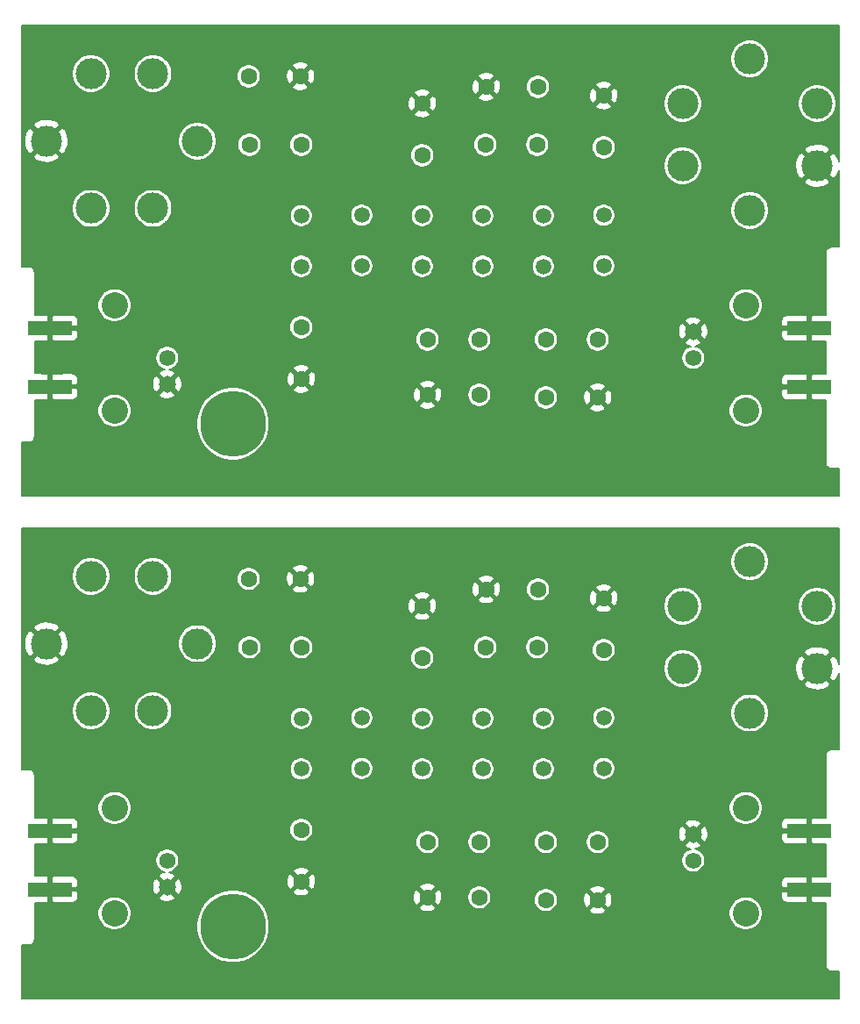
<source format=gbl>
%MOIN*%
%OFA0B0*%
%FSLAX46Y46*%
%IPPOS*%
%LPD*%
%ADD10R,0.16535433070866143X0.053149606299212608*%
%ADD11C,0.25*%
%ADD12C,0.1*%
%ADD13C,0.065*%
%ADD14C,0.062*%
%ADD15C,0.062992125984251982*%
%ADD16C,0.059055118110236227*%
%ADD17C,0.11811023622047245*%
%ADD18C,0.035*%
%ADD19C,0.055000000000000007*%
%ADD20C,0.066*%
%ADD21C,0.008*%
%ADD22C,0.005905511811023622*%
%ADD33R,0.16535433070866143X0.053149606299212608*%
%ADD34C,0.25*%
%ADD35C,0.1*%
%ADD36C,0.065*%
%ADD37C,0.062*%
%ADD38C,0.062992125984251982*%
%ADD39C,0.059055118110236227*%
%ADD40C,0.11811023622047245*%
%ADD41C,0.035*%
%ADD42C,0.055000000000000007*%
%ADD43C,0.066*%
%ADD44C,0.008*%
%ADD45C,0.005905511811023622*%
%LPD*%
G01*
D10*
X0004524212Y0000740196D02*
X0000130000Y0000436488D03*
X0000130000Y0000658929D03*
X0003017000Y0000657929D03*
X0003017000Y0000435488D03*
D11*
X0000825000Y0000295708D03*
D12*
X0002775000Y0000345708D03*
X0002775000Y0000745708D03*
D13*
X0002575000Y0000645708D03*
D14*
X0002575000Y0000545708D03*
D15*
X0000885000Y0001615708D03*
X0001081850Y0001615708D03*
X0000888149Y0001355708D03*
X0001085000Y0001355708D03*
X0001085000Y0000465708D03*
X0001085000Y0000662559D03*
X0001545000Y0001315708D03*
X0001545000Y0001512559D03*
X0001761850Y0000615708D03*
X0001565000Y0000615708D03*
X0001761850Y0000405708D03*
X0001565000Y0000405708D03*
X0001981850Y0001355708D03*
X0001785000Y0001355708D03*
X0001985000Y0001575708D03*
X0001788149Y0001575708D03*
X0002015000Y0000395708D03*
X0002211850Y0000395708D03*
X0002015000Y0000615708D03*
X0002211850Y0000615708D03*
X0002235000Y0001542559D03*
X0002235000Y0001345708D03*
D16*
X0001085000Y0001085708D03*
X0001085000Y0000893582D03*
X0001545000Y0001085708D03*
X0001545000Y0000893582D03*
X0001775000Y0000893582D03*
X0001775000Y0001085708D03*
X0002005000Y0001085708D03*
X0002005000Y0000893582D03*
X0002235000Y0001087834D03*
X0002235000Y0000895708D03*
X0001315000Y0000895708D03*
X0001315000Y0001087834D03*
D17*
X0000690511Y0001369803D03*
X0000115708Y0001369803D03*
X0000521220Y0001113897D03*
X0000521220Y0001625708D03*
X0000285000Y0001113897D03*
X0000285000Y0001625708D03*
X0002535000Y0001275708D03*
X0003046811Y0001275708D03*
X0002535000Y0001511929D03*
X0003046811Y0001511929D03*
X0002790905Y0001106417D03*
X0002790905Y0001681220D03*
D14*
X0000575000Y0000545708D03*
D13*
X0000575000Y0000445708D03*
D12*
X0000375000Y0000345708D03*
X0000375000Y0000745708D03*
D18*
X0000130000Y0001730708D03*
X0000625000Y0001730708D03*
D19*
X0001205000Y0001755708D03*
X0001915000Y0001740708D03*
D18*
X0002380000Y0001740708D03*
X0002965000Y0001745708D03*
X0002965000Y0000105708D03*
D19*
X0002385000Y0000675708D03*
X0000905000Y0000985708D03*
D20*
X0002425000Y0000985708D03*
D18*
X0000625000Y0000085708D03*
X0000135000Y0000085708D03*
X0000130000Y0000970708D03*
X0001285000Y0001305708D03*
X0000945000Y0001755708D03*
X0002615000Y0001705708D03*
X0001355000Y0000265708D03*
X0000315000Y0000085708D03*
X0002385000Y0000375708D03*
D21*
X0003128345Y0001292703D02*
X0003128088Y0001294656D01*
X0003122830Y0001310148D01*
X0003117681Y0001319782D01*
X0003105659Y0001326071D01*
X0003055296Y0001275708D01*
X0003105659Y0001225345D01*
X0003117681Y0001231634D01*
X0003124917Y0001246307D01*
X0003128360Y0001259154D01*
X0003128490Y0000967208D01*
X0003101056Y0000967208D01*
X0003100000Y0000967312D01*
X0003098943Y0000967208D01*
X0003095785Y0000966897D01*
X0003091732Y0000965668D01*
X0003087997Y0000963671D01*
X0003084723Y0000960984D01*
X0003082036Y0000957711D01*
X0003080040Y0000953976D01*
X0003078811Y0000949923D01*
X0003078395Y0000945708D01*
X0003078500Y0000944652D01*
X0003078500Y0000708585D01*
X0003029000Y0000708503D01*
X0003023000Y0000702503D01*
X0003023000Y0000663929D01*
X0003023787Y0000663929D01*
X0003023787Y0000651929D01*
X0003023000Y0000651929D01*
X0003023000Y0000613354D01*
X0003029000Y0000607354D01*
X0003078500Y0000607272D01*
X0003078500Y0000486144D01*
X0003029000Y0000486062D01*
X0003023000Y0000480062D01*
X0003023000Y0000441488D01*
X0003023787Y0000441488D01*
X0003023787Y0000429488D01*
X0003023000Y0000429488D01*
X0003023000Y0000390913D01*
X0003029000Y0000384913D01*
X0003078500Y0000384832D01*
X0003078500Y0000146765D01*
X0003078395Y0000145708D01*
X0003078811Y0000141493D01*
X0003080040Y0000137441D01*
X0003082036Y0000133706D01*
X0003084723Y0000130432D01*
X0003087997Y0000127745D01*
X0003091732Y0000125749D01*
X0003095785Y0000124519D01*
X0003098943Y0000124208D01*
X0003100000Y0000124104D01*
X0003101056Y0000124208D01*
X0003128441Y0000124208D01*
X0003128164Y0000021504D01*
X0000021500Y0000022203D01*
X0000021500Y0000224208D01*
X0000048943Y0000224208D01*
X0000050000Y0000224104D01*
X0000051056Y0000224208D01*
X0000054214Y0000224519D01*
X0000058267Y0000225749D01*
X0000062002Y0000227745D01*
X0000065276Y0000230432D01*
X0000067963Y0000233706D01*
X0000069959Y0000237441D01*
X0000071188Y0000241493D01*
X0000071604Y0000245708D01*
X0000071500Y0000246764D01*
X0000071500Y0000352012D01*
X0000311000Y0000352012D01*
X0000311000Y0000339405D01*
X0000313459Y0000327040D01*
X0000318283Y0000315393D01*
X0000325287Y0000304910D01*
X0000334202Y0000295996D01*
X0000344684Y0000288992D01*
X0000356331Y0000284168D01*
X0000368696Y0000281708D01*
X0000381303Y0000281708D01*
X0000393668Y0000284168D01*
X0000405315Y0000288992D01*
X0000415797Y0000295996D01*
X0000424712Y0000304910D01*
X0000427710Y0000309398D01*
X0000686000Y0000309398D01*
X0000686000Y0000282018D01*
X0000691341Y0000255163D01*
X0000701819Y0000229867D01*
X0000717031Y0000207101D01*
X0000736392Y0000187740D01*
X0000759158Y0000172528D01*
X0000784455Y0000162050D01*
X0000811309Y0000156708D01*
X0000838690Y0000156708D01*
X0000865544Y0000162050D01*
X0000890841Y0000172528D01*
X0000913607Y0000187740D01*
X0000932968Y0000207101D01*
X0000948180Y0000229867D01*
X0000958658Y0000255163D01*
X0000964000Y0000282018D01*
X0000964000Y0000309398D01*
X0000958658Y0000336253D01*
X0000948180Y0000361549D01*
X0000944850Y0000366533D01*
X0001534310Y0000366533D01*
X0001537266Y0000357329D01*
X0001547237Y0000352848D01*
X0001557891Y0000350398D01*
X0001568818Y0000350074D01*
X0001579598Y0000351888D01*
X0001589818Y0000355771D01*
X0001592733Y0000357329D01*
X0001595689Y0000366533D01*
X0001565000Y0000397223D01*
X0001534310Y0000366533D01*
X0000944850Y0000366533D01*
X0000932968Y0000384315D01*
X0000915394Y0000401889D01*
X0001509366Y0000401889D01*
X0001511180Y0000391109D01*
X0001515062Y0000380890D01*
X0001516620Y0000377975D01*
X0001525825Y0000375019D01*
X0001556514Y0000405708D01*
X0001573485Y0000405708D01*
X0001604174Y0000375019D01*
X0001613379Y0000377975D01*
X0001617860Y0000387946D01*
X0001620309Y0000398600D01*
X0001620633Y0000409527D01*
X0001620522Y0000410189D01*
X0001716354Y0000410189D01*
X0001716354Y0000401227D01*
X0001718102Y0000392437D01*
X0001721532Y0000384158D01*
X0001726511Y0000376706D01*
X0001732848Y0000370369D01*
X0001740299Y0000365390D01*
X0001748579Y0000361960D01*
X0001757369Y0000360212D01*
X0001766331Y0000360212D01*
X0001775121Y0000361960D01*
X0001783400Y0000365390D01*
X0001790852Y0000370369D01*
X0001797189Y0000376706D01*
X0001802168Y0000384158D01*
X0001805598Y0000392437D01*
X0001807139Y0000400189D01*
X0001969503Y0000400189D01*
X0001969503Y0000391227D01*
X0001971252Y0000382437D01*
X0001974681Y0000374158D01*
X0001979660Y0000366706D01*
X0001985997Y0000360369D01*
X0001993449Y0000355390D01*
X0002001729Y0000351960D01*
X0002010519Y0000350212D01*
X0002019480Y0000350212D01*
X0002028270Y0000351960D01*
X0002036550Y0000355390D01*
X0002038261Y0000356533D01*
X0002181160Y0000356533D01*
X0002184117Y0000347329D01*
X0002194088Y0000342848D01*
X0002204742Y0000340398D01*
X0002215669Y0000340074D01*
X0002226449Y0000341888D01*
X0002236668Y0000345771D01*
X0002239583Y0000347329D01*
X0002241087Y0000352012D01*
X0002711000Y0000352012D01*
X0002711000Y0000339405D01*
X0002713459Y0000327040D01*
X0002718283Y0000315393D01*
X0002725287Y0000304910D01*
X0002734202Y0000295996D01*
X0002744684Y0000288992D01*
X0002756331Y0000284168D01*
X0002768696Y0000281708D01*
X0002781303Y0000281708D01*
X0002793668Y0000284168D01*
X0002805315Y0000288992D01*
X0002815797Y0000295996D01*
X0002824712Y0000304910D01*
X0002831716Y0000315393D01*
X0002836540Y0000327040D01*
X0002839000Y0000339405D01*
X0002839000Y0000352012D01*
X0002836540Y0000364376D01*
X0002831716Y0000376024D01*
X0002824712Y0000386506D01*
X0002815797Y0000395420D01*
X0002805315Y0000402424D01*
X0002793668Y0000407249D01*
X0002785301Y0000408913D01*
X0002910206Y0000408913D01*
X0002910670Y0000404208D01*
X0002912042Y0000399684D01*
X0002914270Y0000395515D01*
X0002917270Y0000391860D01*
X0002920924Y0000388861D01*
X0002925093Y0000386632D01*
X0002929617Y0000385260D01*
X0002934322Y0000384797D01*
X0003005000Y0000384913D01*
X0003011000Y0000390913D01*
X0003011000Y0000429488D01*
X0002916322Y0000429488D01*
X0002910322Y0000423488D01*
X0002910206Y0000408913D01*
X0002785301Y0000408913D01*
X0002781303Y0000409708D01*
X0002768696Y0000409708D01*
X0002756331Y0000407249D01*
X0002744684Y0000402424D01*
X0002734202Y0000395420D01*
X0002725287Y0000386506D01*
X0002718283Y0000376024D01*
X0002713459Y0000364376D01*
X0002711000Y0000352012D01*
X0002241087Y0000352012D01*
X0002242539Y0000356533D01*
X0002211850Y0000387223D01*
X0002181160Y0000356533D01*
X0002038261Y0000356533D01*
X0002044002Y0000360369D01*
X0002050339Y0000366706D01*
X0002055318Y0000374158D01*
X0002058747Y0000382437D01*
X0002060496Y0000391227D01*
X0002060496Y0000391889D01*
X0002156216Y0000391889D01*
X0002158030Y0000381109D01*
X0002161912Y0000370890D01*
X0002163471Y0000367975D01*
X0002172675Y0000365019D01*
X0002203365Y0000395708D01*
X0002220335Y0000395708D01*
X0002251025Y0000365019D01*
X0002260229Y0000367975D01*
X0002264710Y0000377946D01*
X0002267160Y0000388600D01*
X0002267484Y0000399527D01*
X0002265670Y0000410307D01*
X0002261787Y0000420526D01*
X0002260229Y0000423441D01*
X0002251025Y0000426398D01*
X0002220335Y0000395708D01*
X0002203365Y0000395708D01*
X0002172675Y0000426398D01*
X0002163471Y0000423441D01*
X0002158990Y0000413470D01*
X0002156540Y0000402816D01*
X0002156216Y0000391889D01*
X0002060496Y0000391889D01*
X0002060496Y0000400189D01*
X0002058747Y0000408979D01*
X0002055318Y0000417259D01*
X0002050339Y0000424710D01*
X0002044002Y0000431047D01*
X0002038261Y0000434883D01*
X0002181160Y0000434883D01*
X0002211850Y0000404193D01*
X0002242539Y0000434883D01*
X0002239583Y0000444087D01*
X0002229612Y0000448568D01*
X0002218958Y0000451018D01*
X0002208031Y0000451342D01*
X0002197251Y0000449528D01*
X0002187032Y0000445646D01*
X0002184117Y0000444087D01*
X0002181160Y0000434883D01*
X0002038261Y0000434883D01*
X0002036550Y0000436026D01*
X0002028270Y0000439456D01*
X0002019480Y0000441204D01*
X0002010519Y0000441204D01*
X0002001729Y0000439456D01*
X0001993449Y0000436026D01*
X0001985997Y0000431047D01*
X0001979660Y0000424710D01*
X0001974681Y0000417259D01*
X0001971252Y0000408979D01*
X0001969503Y0000400189D01*
X0001807139Y0000400189D01*
X0001807346Y0000401227D01*
X0001807346Y0000410189D01*
X0001805598Y0000418979D01*
X0001802168Y0000427259D01*
X0001797189Y0000434710D01*
X0001790852Y0000441047D01*
X0001783400Y0000446026D01*
X0001775121Y0000449456D01*
X0001766331Y0000451204D01*
X0001757369Y0000451204D01*
X0001748579Y0000449456D01*
X0001740299Y0000446026D01*
X0001732848Y0000441047D01*
X0001726511Y0000434710D01*
X0001721532Y0000427259D01*
X0001718102Y0000418979D01*
X0001716354Y0000410189D01*
X0001620522Y0000410189D01*
X0001618819Y0000420307D01*
X0001614937Y0000430526D01*
X0001613379Y0000433441D01*
X0001604174Y0000436398D01*
X0001573485Y0000405708D01*
X0001556514Y0000405708D01*
X0001525825Y0000436398D01*
X0001516620Y0000433441D01*
X0001512139Y0000423470D01*
X0001509690Y0000412816D01*
X0001509366Y0000401889D01*
X0000915394Y0000401889D01*
X0000913607Y0000403676D01*
X0000890841Y0000418888D01*
X0000872384Y0000426533D01*
X0001054310Y0000426533D01*
X0001057266Y0000417329D01*
X0001067237Y0000412848D01*
X0001077891Y0000410398D01*
X0001088818Y0000410074D01*
X0001099598Y0000411888D01*
X0001109818Y0000415771D01*
X0001112733Y0000417329D01*
X0001115689Y0000426533D01*
X0001085000Y0000457223D01*
X0001054310Y0000426533D01*
X0000872384Y0000426533D01*
X0000865544Y0000429366D01*
X0000838690Y0000434708D01*
X0000811309Y0000434708D01*
X0000784455Y0000429366D01*
X0000759158Y0000418888D01*
X0000736392Y0000403676D01*
X0000717031Y0000384315D01*
X0000701819Y0000361549D01*
X0000691341Y0000336253D01*
X0000686000Y0000309398D01*
X0000427710Y0000309398D01*
X0000431716Y0000315393D01*
X0000436540Y0000327040D01*
X0000439000Y0000339405D01*
X0000439000Y0000352012D01*
X0000436540Y0000364376D01*
X0000431716Y0000376024D01*
X0000424712Y0000386506D01*
X0000415797Y0000395420D01*
X0000405315Y0000402424D01*
X0000397129Y0000405815D01*
X0000543591Y0000405815D01*
X0000546670Y0000396508D01*
X0000556813Y0000391927D01*
X0000567654Y0000389412D01*
X0000578778Y0000389061D01*
X0000589757Y0000390886D01*
X0000600169Y0000394819D01*
X0000603329Y0000396508D01*
X0000606408Y0000405815D01*
X0000575000Y0000437223D01*
X0000543591Y0000405815D01*
X0000397129Y0000405815D01*
X0000393668Y0000407249D01*
X0000381303Y0000409708D01*
X0000368696Y0000409708D01*
X0000356331Y0000407249D01*
X0000344684Y0000402424D01*
X0000334202Y0000395420D01*
X0000325287Y0000386506D01*
X0000318283Y0000376024D01*
X0000313459Y0000364376D01*
X0000311000Y0000352012D01*
X0000071500Y0000352012D01*
X0000071500Y0000385836D01*
X0000118000Y0000385913D01*
X0000124000Y0000391913D01*
X0000124000Y0000430488D01*
X0000136000Y0000430488D01*
X0000136000Y0000391913D01*
X0000142000Y0000385913D01*
X0000212677Y0000385797D01*
X0000217382Y0000386260D01*
X0000221906Y0000387632D01*
X0000226075Y0000389861D01*
X0000229729Y0000392860D01*
X0000232729Y0000396515D01*
X0000234957Y0000400684D01*
X0000236329Y0000405208D01*
X0000236793Y0000409913D01*
X0000236677Y0000424488D01*
X0000230677Y0000430488D01*
X0000136000Y0000430488D01*
X0000124000Y0000430488D01*
X0000123212Y0000430488D01*
X0000123212Y0000441929D01*
X0000518352Y0000441929D01*
X0000520178Y0000430950D01*
X0000524110Y0000420539D01*
X0000525799Y0000417379D01*
X0000535106Y0000414300D01*
X0000566514Y0000445708D01*
X0000583485Y0000445708D01*
X0000614893Y0000414300D01*
X0000624200Y0000417379D01*
X0000628781Y0000427521D01*
X0000631296Y0000438363D01*
X0000631647Y0000449487D01*
X0000629821Y0000460466D01*
X0000629284Y0000461889D01*
X0001029366Y0000461889D01*
X0001031180Y0000451109D01*
X0001035062Y0000440890D01*
X0001036620Y0000437975D01*
X0001045825Y0000435019D01*
X0001076514Y0000465708D01*
X0001093485Y0000465708D01*
X0001124174Y0000435019D01*
X0001133379Y0000437975D01*
X0001136483Y0000444883D01*
X0001534310Y0000444883D01*
X0001565000Y0000414193D01*
X0001595689Y0000444883D01*
X0001592733Y0000454087D01*
X0001582762Y0000458568D01*
X0001572108Y0000461018D01*
X0001561181Y0000461342D01*
X0001550401Y0000459528D01*
X0001540181Y0000455646D01*
X0001537266Y0000454087D01*
X0001534310Y0000444883D01*
X0001136483Y0000444883D01*
X0001137860Y0000447946D01*
X0001140309Y0000458600D01*
X0001140412Y0000462062D01*
X0002910206Y0000462062D01*
X0002910322Y0000447488D01*
X0002916322Y0000441488D01*
X0003011000Y0000441488D01*
X0003011000Y0000480062D01*
X0003005000Y0000486062D01*
X0002934322Y0000486179D01*
X0002929617Y0000485715D01*
X0002925093Y0000484343D01*
X0002920924Y0000482114D01*
X0002917270Y0000479115D01*
X0002914270Y0000475461D01*
X0002912042Y0000471291D01*
X0002910670Y0000466767D01*
X0002910206Y0000462062D01*
X0001140412Y0000462062D01*
X0001140633Y0000469527D01*
X0001138819Y0000480307D01*
X0001134937Y0000490526D01*
X0001133379Y0000493441D01*
X0001124174Y0000496398D01*
X0001093485Y0000465708D01*
X0001076514Y0000465708D01*
X0001045825Y0000496398D01*
X0001036620Y0000493441D01*
X0001032139Y0000483470D01*
X0001029690Y0000472816D01*
X0001029366Y0000461889D01*
X0000629284Y0000461889D01*
X0000625889Y0000470877D01*
X0000624200Y0000474038D01*
X0000614893Y0000477116D01*
X0000583485Y0000445708D01*
X0000566514Y0000445708D01*
X0000535106Y0000477116D01*
X0000525799Y0000474038D01*
X0000521218Y0000463895D01*
X0000518703Y0000453053D01*
X0000518352Y0000441929D01*
X0000123212Y0000441929D01*
X0000123212Y0000442488D01*
X0000124000Y0000442488D01*
X0000124000Y0000481062D01*
X0000136000Y0000481062D01*
X0000136000Y0000442488D01*
X0000230677Y0000442488D01*
X0000236677Y0000448488D01*
X0000236793Y0000463062D01*
X0000236329Y0000467767D01*
X0000234957Y0000472291D01*
X0000232729Y0000476461D01*
X0000229729Y0000480115D01*
X0000226075Y0000483114D01*
X0000221906Y0000485343D01*
X0000217382Y0000486715D01*
X0000212677Y0000487179D01*
X0000142000Y0000487062D01*
X0000136000Y0000481062D01*
X0000124000Y0000481062D01*
X0000118000Y0000487062D01*
X0000071500Y0000487139D01*
X0000071500Y0000550140D01*
X0000530000Y0000550140D01*
X0000530000Y0000541276D01*
X0000531729Y0000532582D01*
X0000535121Y0000524393D01*
X0000540046Y0000517022D01*
X0000546314Y0000510754D01*
X0000553684Y0000505830D01*
X0000561873Y0000502437D01*
X0000566354Y0000501546D01*
X0000560242Y0000500530D01*
X0000549830Y0000496597D01*
X0000546670Y0000494908D01*
X0000543591Y0000485601D01*
X0000575000Y0000454193D01*
X0000606408Y0000485601D01*
X0000603329Y0000494908D01*
X0000593186Y0000499490D01*
X0000584008Y0000501618D01*
X0000588126Y0000502437D01*
X0000594029Y0000504883D01*
X0001054310Y0000504883D01*
X0001085000Y0000474193D01*
X0001115689Y0000504883D01*
X0001112733Y0000514087D01*
X0001102762Y0000518568D01*
X0001092108Y0000521018D01*
X0001081181Y0000521342D01*
X0001070401Y0000519528D01*
X0001060181Y0000515646D01*
X0001057266Y0000514087D01*
X0001054310Y0000504883D01*
X0000594029Y0000504883D01*
X0000596315Y0000505830D01*
X0000603685Y0000510754D01*
X0000609953Y0000517022D01*
X0000614878Y0000524393D01*
X0000618270Y0000532582D01*
X0000620000Y0000541276D01*
X0000620000Y0000550140D01*
X0002530000Y0000550140D01*
X0002530000Y0000541276D01*
X0002531729Y0000532582D01*
X0002535121Y0000524393D01*
X0002540046Y0000517022D01*
X0002546314Y0000510754D01*
X0002553684Y0000505830D01*
X0002561873Y0000502437D01*
X0002570567Y0000500708D01*
X0002579432Y0000500708D01*
X0002588126Y0000502437D01*
X0002596315Y0000505830D01*
X0002603685Y0000510754D01*
X0002609953Y0000517022D01*
X0002614878Y0000524393D01*
X0002618270Y0000532582D01*
X0002620000Y0000541276D01*
X0002620000Y0000550140D01*
X0002618270Y0000558834D01*
X0002614878Y0000567024D01*
X0002609953Y0000574394D01*
X0002603685Y0000580662D01*
X0002596315Y0000585587D01*
X0002588126Y0000588979D01*
X0002583645Y0000589870D01*
X0002589757Y0000590886D01*
X0002600169Y0000594819D01*
X0002603329Y0000596508D01*
X0002606408Y0000605815D01*
X0002575000Y0000637223D01*
X0002543591Y0000605815D01*
X0002546670Y0000596508D01*
X0002556813Y0000591927D01*
X0002565991Y0000589798D01*
X0002561873Y0000588979D01*
X0002553684Y0000585587D01*
X0002546314Y0000580662D01*
X0002540046Y0000574394D01*
X0002535121Y0000567024D01*
X0002531729Y0000558834D01*
X0002530000Y0000550140D01*
X0000620000Y0000550140D01*
X0000618270Y0000558834D01*
X0000614878Y0000567024D01*
X0000609953Y0000574394D01*
X0000603685Y0000580662D01*
X0000596315Y0000585587D01*
X0000588126Y0000588979D01*
X0000579432Y0000590708D01*
X0000570567Y0000590708D01*
X0000561873Y0000588979D01*
X0000553684Y0000585587D01*
X0000546314Y0000580662D01*
X0000540046Y0000574394D01*
X0000535121Y0000567024D01*
X0000531729Y0000558834D01*
X0000530000Y0000550140D01*
X0000071500Y0000550140D01*
X0000071500Y0000608277D01*
X0000118000Y0000608354D01*
X0000124000Y0000614354D01*
X0000124000Y0000652929D01*
X0000136000Y0000652929D01*
X0000136000Y0000614354D01*
X0000142000Y0000608354D01*
X0000212677Y0000608238D01*
X0000217382Y0000608701D01*
X0000221906Y0000610073D01*
X0000226075Y0000612302D01*
X0000229729Y0000615301D01*
X0000232729Y0000618956D01*
X0000234957Y0000623125D01*
X0000236329Y0000627649D01*
X0000236793Y0000632354D01*
X0000236677Y0000646929D01*
X0000230677Y0000652929D01*
X0000136000Y0000652929D01*
X0000124000Y0000652929D01*
X0000123212Y0000652929D01*
X0000123212Y0000664929D01*
X0000124000Y0000664929D01*
X0000124000Y0000703503D01*
X0000136000Y0000703503D01*
X0000136000Y0000664929D01*
X0000230677Y0000664929D01*
X0000232788Y0000667040D01*
X0001039503Y0000667040D01*
X0001039503Y0000658078D01*
X0001041252Y0000649288D01*
X0001044681Y0000641008D01*
X0001049660Y0000633556D01*
X0001055997Y0000627219D01*
X0001063449Y0000622240D01*
X0001071729Y0000618811D01*
X0001080519Y0000617062D01*
X0001089480Y0000617062D01*
X0001098270Y0000618811D01*
X0001101598Y0000620189D01*
X0001519503Y0000620189D01*
X0001519503Y0000611227D01*
X0001521252Y0000602437D01*
X0001524681Y0000594158D01*
X0001529660Y0000586706D01*
X0001535997Y0000580369D01*
X0001543449Y0000575390D01*
X0001551729Y0000571960D01*
X0001560519Y0000570212D01*
X0001569480Y0000570212D01*
X0001578270Y0000571960D01*
X0001586550Y0000575390D01*
X0001594002Y0000580369D01*
X0001600339Y0000586706D01*
X0001605318Y0000594158D01*
X0001608747Y0000602437D01*
X0001610496Y0000611227D01*
X0001610496Y0000620189D01*
X0001716354Y0000620189D01*
X0001716354Y0000611227D01*
X0001718102Y0000602437D01*
X0001721532Y0000594158D01*
X0001726511Y0000586706D01*
X0001732848Y0000580369D01*
X0001740299Y0000575390D01*
X0001748579Y0000571960D01*
X0001757369Y0000570212D01*
X0001766331Y0000570212D01*
X0001775121Y0000571960D01*
X0001783400Y0000575390D01*
X0001790852Y0000580369D01*
X0001797189Y0000586706D01*
X0001802168Y0000594158D01*
X0001805598Y0000602437D01*
X0001807346Y0000611227D01*
X0001807346Y0000620189D01*
X0001969503Y0000620189D01*
X0001969503Y0000611227D01*
X0001971252Y0000602437D01*
X0001974681Y0000594158D01*
X0001979660Y0000586706D01*
X0001985997Y0000580369D01*
X0001993449Y0000575390D01*
X0002001729Y0000571960D01*
X0002010519Y0000570212D01*
X0002019480Y0000570212D01*
X0002028270Y0000571960D01*
X0002036550Y0000575390D01*
X0002044002Y0000580369D01*
X0002050339Y0000586706D01*
X0002055318Y0000594158D01*
X0002058747Y0000602437D01*
X0002060496Y0000611227D01*
X0002060496Y0000620189D01*
X0002166354Y0000620189D01*
X0002166354Y0000611227D01*
X0002168102Y0000602437D01*
X0002171532Y0000594158D01*
X0002176511Y0000586706D01*
X0002182848Y0000580369D01*
X0002190299Y0000575390D01*
X0002198579Y0000571960D01*
X0002207369Y0000570212D01*
X0002216331Y0000570212D01*
X0002225121Y0000571960D01*
X0002233400Y0000575390D01*
X0002240852Y0000580369D01*
X0002247189Y0000586706D01*
X0002252168Y0000594158D01*
X0002255598Y0000602437D01*
X0002257346Y0000611227D01*
X0002257346Y0000620189D01*
X0002255598Y0000628979D01*
X0002252168Y0000637259D01*
X0002249047Y0000641929D01*
X0002518352Y0000641929D01*
X0002520178Y0000630950D01*
X0002524110Y0000620539D01*
X0002525799Y0000617379D01*
X0002535106Y0000614300D01*
X0002566514Y0000645708D01*
X0002583485Y0000645708D01*
X0002614893Y0000614300D01*
X0002624200Y0000617379D01*
X0002628781Y0000627521D01*
X0002629670Y0000631354D01*
X0002910206Y0000631354D01*
X0002910670Y0000626649D01*
X0002912042Y0000622125D01*
X0002914270Y0000617956D01*
X0002917270Y0000614301D01*
X0002920924Y0000611302D01*
X0002925093Y0000609073D01*
X0002929617Y0000607701D01*
X0002934322Y0000607238D01*
X0003005000Y0000607354D01*
X0003011000Y0000613354D01*
X0003011000Y0000651929D01*
X0002916322Y0000651929D01*
X0002910322Y0000645929D01*
X0002910206Y0000631354D01*
X0002629670Y0000631354D01*
X0002631296Y0000638363D01*
X0002631647Y0000649487D01*
X0002629821Y0000660466D01*
X0002625889Y0000670877D01*
X0002624200Y0000674038D01*
X0002614893Y0000677116D01*
X0002583485Y0000645708D01*
X0002566514Y0000645708D01*
X0002535106Y0000677116D01*
X0002525799Y0000674038D01*
X0002521218Y0000663895D01*
X0002518703Y0000653053D01*
X0002518352Y0000641929D01*
X0002249047Y0000641929D01*
X0002247189Y0000644710D01*
X0002240852Y0000651047D01*
X0002233400Y0000656026D01*
X0002225121Y0000659456D01*
X0002216331Y0000661204D01*
X0002207369Y0000661204D01*
X0002198579Y0000659456D01*
X0002190299Y0000656026D01*
X0002182848Y0000651047D01*
X0002176511Y0000644710D01*
X0002171532Y0000637259D01*
X0002168102Y0000628979D01*
X0002166354Y0000620189D01*
X0002060496Y0000620189D01*
X0002058747Y0000628979D01*
X0002055318Y0000637259D01*
X0002050339Y0000644710D01*
X0002044002Y0000651047D01*
X0002036550Y0000656026D01*
X0002028270Y0000659456D01*
X0002019480Y0000661204D01*
X0002010519Y0000661204D01*
X0002001729Y0000659456D01*
X0001993449Y0000656026D01*
X0001985997Y0000651047D01*
X0001979660Y0000644710D01*
X0001974681Y0000637259D01*
X0001971252Y0000628979D01*
X0001969503Y0000620189D01*
X0001807346Y0000620189D01*
X0001805598Y0000628979D01*
X0001802168Y0000637259D01*
X0001797189Y0000644710D01*
X0001790852Y0000651047D01*
X0001783400Y0000656026D01*
X0001775121Y0000659456D01*
X0001766331Y0000661204D01*
X0001757369Y0000661204D01*
X0001748579Y0000659456D01*
X0001740299Y0000656026D01*
X0001732848Y0000651047D01*
X0001726511Y0000644710D01*
X0001721532Y0000637259D01*
X0001718102Y0000628979D01*
X0001716354Y0000620189D01*
X0001610496Y0000620189D01*
X0001608747Y0000628979D01*
X0001605318Y0000637259D01*
X0001600339Y0000644710D01*
X0001594002Y0000651047D01*
X0001586550Y0000656026D01*
X0001578270Y0000659456D01*
X0001569480Y0000661204D01*
X0001560519Y0000661204D01*
X0001551729Y0000659456D01*
X0001543449Y0000656026D01*
X0001535997Y0000651047D01*
X0001529660Y0000644710D01*
X0001524681Y0000637259D01*
X0001521252Y0000628979D01*
X0001519503Y0000620189D01*
X0001101598Y0000620189D01*
X0001106550Y0000622240D01*
X0001114002Y0000627219D01*
X0001120339Y0000633556D01*
X0001125318Y0000641008D01*
X0001128747Y0000649288D01*
X0001130496Y0000658078D01*
X0001130496Y0000667040D01*
X0001128747Y0000675829D01*
X0001125318Y0000684109D01*
X0001124320Y0000685601D01*
X0002543591Y0000685601D01*
X0002575000Y0000654193D01*
X0002606408Y0000685601D01*
X0002603329Y0000694908D01*
X0002593186Y0000699490D01*
X0002582345Y0000702004D01*
X0002571221Y0000702356D01*
X0002560242Y0000700530D01*
X0002549830Y0000696597D01*
X0002546670Y0000694908D01*
X0002543591Y0000685601D01*
X0001124320Y0000685601D01*
X0001120339Y0000691561D01*
X0001114002Y0000697898D01*
X0001106550Y0000702877D01*
X0001098270Y0000706306D01*
X0001089480Y0000708055D01*
X0001080519Y0000708055D01*
X0001071729Y0000706306D01*
X0001063449Y0000702877D01*
X0001055997Y0000697898D01*
X0001049660Y0000691561D01*
X0001044681Y0000684109D01*
X0001041252Y0000675829D01*
X0001039503Y0000667040D01*
X0000232788Y0000667040D01*
X0000236677Y0000670929D01*
X0000236793Y0000685503D01*
X0000236329Y0000690208D01*
X0000234957Y0000694732D01*
X0000232729Y0000698902D01*
X0000229729Y0000702556D01*
X0000226075Y0000705555D01*
X0000221906Y0000707784D01*
X0000217382Y0000709156D01*
X0000212677Y0000709620D01*
X0000142000Y0000709503D01*
X0000136000Y0000703503D01*
X0000124000Y0000703503D01*
X0000118000Y0000709503D01*
X0000071500Y0000709580D01*
X0000071500Y0000752012D01*
X0000311000Y0000752012D01*
X0000311000Y0000739405D01*
X0000313459Y0000727040D01*
X0000318283Y0000715393D01*
X0000325287Y0000704910D01*
X0000334202Y0000695996D01*
X0000344684Y0000688992D01*
X0000356331Y0000684168D01*
X0000368696Y0000681708D01*
X0000381303Y0000681708D01*
X0000393668Y0000684168D01*
X0000405315Y0000688992D01*
X0000415797Y0000695996D01*
X0000424712Y0000704910D01*
X0000431716Y0000715393D01*
X0000436540Y0000727040D01*
X0000439000Y0000739405D01*
X0000439000Y0000752012D01*
X0002711000Y0000752012D01*
X0002711000Y0000739405D01*
X0002713459Y0000727040D01*
X0002718283Y0000715393D01*
X0002725287Y0000704910D01*
X0002734202Y0000695996D01*
X0002744684Y0000688992D01*
X0002756331Y0000684168D01*
X0002768696Y0000681708D01*
X0002781303Y0000681708D01*
X0002793668Y0000684168D01*
X0002794478Y0000684503D01*
X0002910206Y0000684503D01*
X0002910322Y0000669929D01*
X0002916322Y0000663929D01*
X0003011000Y0000663929D01*
X0003011000Y0000702503D01*
X0003005000Y0000708503D01*
X0002934322Y0000708620D01*
X0002929617Y0000708156D01*
X0002925093Y0000706784D01*
X0002920924Y0000704555D01*
X0002917270Y0000701556D01*
X0002914270Y0000697902D01*
X0002912042Y0000693732D01*
X0002910670Y0000689208D01*
X0002910206Y0000684503D01*
X0002794478Y0000684503D01*
X0002805315Y0000688992D01*
X0002815797Y0000695996D01*
X0002824712Y0000704910D01*
X0002831716Y0000715393D01*
X0002836540Y0000727040D01*
X0002839000Y0000739405D01*
X0002839000Y0000752012D01*
X0002836540Y0000764376D01*
X0002831716Y0000776024D01*
X0002824712Y0000786506D01*
X0002815797Y0000795420D01*
X0002805315Y0000802424D01*
X0002793668Y0000807249D01*
X0002781303Y0000809708D01*
X0002768696Y0000809708D01*
X0002756331Y0000807249D01*
X0002744684Y0000802424D01*
X0002734202Y0000795420D01*
X0002725287Y0000786506D01*
X0002718283Y0000776024D01*
X0002713459Y0000764376D01*
X0002711000Y0000752012D01*
X0000439000Y0000752012D01*
X0000436540Y0000764376D01*
X0000431716Y0000776024D01*
X0000424712Y0000786506D01*
X0000415797Y0000795420D01*
X0000405315Y0000802424D01*
X0000393668Y0000807249D01*
X0000381303Y0000809708D01*
X0000368696Y0000809708D01*
X0000356331Y0000807249D01*
X0000344684Y0000802424D01*
X0000334202Y0000795420D01*
X0000325287Y0000786506D01*
X0000318283Y0000776024D01*
X0000313459Y0000764376D01*
X0000311000Y0000752012D01*
X0000071500Y0000752012D01*
X0000071500Y0000869652D01*
X0000071604Y0000870708D01*
X0000071188Y0000874923D01*
X0000069959Y0000878976D01*
X0000067963Y0000882711D01*
X0000065276Y0000885985D01*
X0000062002Y0000888671D01*
X0000058267Y0000890668D01*
X0000054214Y0000891897D01*
X0000051056Y0000892208D01*
X0000050000Y0000892312D01*
X0000048943Y0000892208D01*
X0000021500Y0000892208D01*
X0000021500Y0000897869D01*
X0001041472Y0000897869D01*
X0001041472Y0000889295D01*
X0001043145Y0000880886D01*
X0001046426Y0000872964D01*
X0001051189Y0000865835D01*
X0001057252Y0000859772D01*
X0001064381Y0000855009D01*
X0001072303Y0000851727D01*
X0001080712Y0000850055D01*
X0001089287Y0000850055D01*
X0001097696Y0000851727D01*
X0001105618Y0000855009D01*
X0001112747Y0000859772D01*
X0001118810Y0000865835D01*
X0001123573Y0000872964D01*
X0001126854Y0000880886D01*
X0001128527Y0000889295D01*
X0001128527Y0000897869D01*
X0001128104Y0000899995D01*
X0001271472Y0000899995D01*
X0001271472Y0000891421D01*
X0001273145Y0000883012D01*
X0001276426Y0000875090D01*
X0001281189Y0000867961D01*
X0001287252Y0000861898D01*
X0001294381Y0000857135D01*
X0001302303Y0000853853D01*
X0001310712Y0000852181D01*
X0001319287Y0000852181D01*
X0001327696Y0000853853D01*
X0001335618Y0000857135D01*
X0001342747Y0000861898D01*
X0001348810Y0000867961D01*
X0001353573Y0000875090D01*
X0001356854Y0000883012D01*
X0001358527Y0000891421D01*
X0001358527Y0000897869D01*
X0001501472Y0000897869D01*
X0001501472Y0000889295D01*
X0001503145Y0000880886D01*
X0001506426Y0000872964D01*
X0001511189Y0000865835D01*
X0001517252Y0000859772D01*
X0001524381Y0000855009D01*
X0001532303Y0000851727D01*
X0001540712Y0000850055D01*
X0001549287Y0000850055D01*
X0001557696Y0000851727D01*
X0001565618Y0000855009D01*
X0001572747Y0000859772D01*
X0001578810Y0000865835D01*
X0001583573Y0000872964D01*
X0001586854Y0000880886D01*
X0001588527Y0000889295D01*
X0001588527Y0000897869D01*
X0001731472Y0000897869D01*
X0001731472Y0000889295D01*
X0001733145Y0000880886D01*
X0001736426Y0000872964D01*
X0001741189Y0000865835D01*
X0001747252Y0000859772D01*
X0001754381Y0000855009D01*
X0001762303Y0000851727D01*
X0001770712Y0000850055D01*
X0001779287Y0000850055D01*
X0001787696Y0000851727D01*
X0001795618Y0000855009D01*
X0001802747Y0000859772D01*
X0001808810Y0000865835D01*
X0001813573Y0000872964D01*
X0001816854Y0000880886D01*
X0001818527Y0000889295D01*
X0001818527Y0000897869D01*
X0001961472Y0000897869D01*
X0001961472Y0000889295D01*
X0001963145Y0000880886D01*
X0001966426Y0000872964D01*
X0001971189Y0000865835D01*
X0001977252Y0000859772D01*
X0001984381Y0000855009D01*
X0001992303Y0000851727D01*
X0002000712Y0000850055D01*
X0002009287Y0000850055D01*
X0002017696Y0000851727D01*
X0002025618Y0000855009D01*
X0002032747Y0000859772D01*
X0002038810Y0000865835D01*
X0002043573Y0000872964D01*
X0002046854Y0000880886D01*
X0002048527Y0000889295D01*
X0002048527Y0000897869D01*
X0002048104Y0000899995D01*
X0002191472Y0000899995D01*
X0002191472Y0000891421D01*
X0002193145Y0000883012D01*
X0002196426Y0000875090D01*
X0002201189Y0000867961D01*
X0002207252Y0000861898D01*
X0002214381Y0000857135D01*
X0002222303Y0000853853D01*
X0002230712Y0000852181D01*
X0002239287Y0000852181D01*
X0002247696Y0000853853D01*
X0002255618Y0000857135D01*
X0002262747Y0000861898D01*
X0002268810Y0000867961D01*
X0002273573Y0000875090D01*
X0002276854Y0000883012D01*
X0002278527Y0000891421D01*
X0002278527Y0000899995D01*
X0002276854Y0000908405D01*
X0002273573Y0000916326D01*
X0002268810Y0000923455D01*
X0002262747Y0000929518D01*
X0002255618Y0000934282D01*
X0002247696Y0000937563D01*
X0002239287Y0000939236D01*
X0002230712Y0000939236D01*
X0002222303Y0000937563D01*
X0002214381Y0000934282D01*
X0002207252Y0000929518D01*
X0002201189Y0000923455D01*
X0002196426Y0000916326D01*
X0002193145Y0000908405D01*
X0002191472Y0000899995D01*
X0002048104Y0000899995D01*
X0002046854Y0000906279D01*
X0002043573Y0000914200D01*
X0002038810Y0000921329D01*
X0002032747Y0000927392D01*
X0002025618Y0000932156D01*
X0002017696Y0000935437D01*
X0002009287Y0000937110D01*
X0002000712Y0000937110D01*
X0001992303Y0000935437D01*
X0001984381Y0000932156D01*
X0001977252Y0000927392D01*
X0001971189Y0000921329D01*
X0001966426Y0000914200D01*
X0001963145Y0000906279D01*
X0001961472Y0000897869D01*
X0001818527Y0000897869D01*
X0001816854Y0000906279D01*
X0001813573Y0000914200D01*
X0001808810Y0000921329D01*
X0001802747Y0000927392D01*
X0001795618Y0000932156D01*
X0001787696Y0000935437D01*
X0001779287Y0000937110D01*
X0001770712Y0000937110D01*
X0001762303Y0000935437D01*
X0001754381Y0000932156D01*
X0001747252Y0000927392D01*
X0001741189Y0000921329D01*
X0001736426Y0000914200D01*
X0001733145Y0000906279D01*
X0001731472Y0000897869D01*
X0001588527Y0000897869D01*
X0001586854Y0000906279D01*
X0001583573Y0000914200D01*
X0001578810Y0000921329D01*
X0001572747Y0000927392D01*
X0001565618Y0000932156D01*
X0001557696Y0000935437D01*
X0001549287Y0000937110D01*
X0001540712Y0000937110D01*
X0001532303Y0000935437D01*
X0001524381Y0000932156D01*
X0001517252Y0000927392D01*
X0001511189Y0000921329D01*
X0001506426Y0000914200D01*
X0001503145Y0000906279D01*
X0001501472Y0000897869D01*
X0001358527Y0000897869D01*
X0001358527Y0000899995D01*
X0001356854Y0000908405D01*
X0001353573Y0000916326D01*
X0001348810Y0000923455D01*
X0001342747Y0000929518D01*
X0001335618Y0000934282D01*
X0001327696Y0000937563D01*
X0001319287Y0000939236D01*
X0001310712Y0000939236D01*
X0001302303Y0000937563D01*
X0001294381Y0000934282D01*
X0001287252Y0000929518D01*
X0001281189Y0000923455D01*
X0001276426Y0000916326D01*
X0001273145Y0000908405D01*
X0001271472Y0000899995D01*
X0001128104Y0000899995D01*
X0001126854Y0000906279D01*
X0001123573Y0000914200D01*
X0001118810Y0000921329D01*
X0001112747Y0000927392D01*
X0001105618Y0000932156D01*
X0001097696Y0000935437D01*
X0001089287Y0000937110D01*
X0001080712Y0000937110D01*
X0001072303Y0000935437D01*
X0001064381Y0000932156D01*
X0001057252Y0000927392D01*
X0001051189Y0000921329D01*
X0001046426Y0000914200D01*
X0001043145Y0000906279D01*
X0001041472Y0000897869D01*
X0000021500Y0000897869D01*
X0000021500Y0001121092D01*
X0000211944Y0001121092D01*
X0000211944Y0001106702D01*
X0000214752Y0001092588D01*
X0000220259Y0001079293D01*
X0000228254Y0001067327D01*
X0000238430Y0001057152D01*
X0000250395Y0001049157D01*
X0000263690Y0001043649D01*
X0000277804Y0001040842D01*
X0000292195Y0001040842D01*
X0000306309Y0001043649D01*
X0000319604Y0001049157D01*
X0000331569Y0001057152D01*
X0000341745Y0001067327D01*
X0000349740Y0001079293D01*
X0000355247Y0001092588D01*
X0000358055Y0001106702D01*
X0000358055Y0001121092D01*
X0000448165Y0001121092D01*
X0000448165Y0001106702D01*
X0000450972Y0001092588D01*
X0000456479Y0001079293D01*
X0000464474Y0001067327D01*
X0000474650Y0001057152D01*
X0000486615Y0001049157D01*
X0000499911Y0001043649D01*
X0000514025Y0001040842D01*
X0000528415Y0001040842D01*
X0000542529Y0001043649D01*
X0000555825Y0001049157D01*
X0000567790Y0001057152D01*
X0000577966Y0001067327D01*
X0000585961Y0001079293D01*
X0000590394Y0001089995D01*
X0001041472Y0001089995D01*
X0001041472Y0001081421D01*
X0001043145Y0001073012D01*
X0001046426Y0001065090D01*
X0001051189Y0001057961D01*
X0001057252Y0001051898D01*
X0001064381Y0001047135D01*
X0001072303Y0001043853D01*
X0001080712Y0001042181D01*
X0001089287Y0001042181D01*
X0001097696Y0001043853D01*
X0001105618Y0001047135D01*
X0001112747Y0001051898D01*
X0001118810Y0001057961D01*
X0001123573Y0001065090D01*
X0001126854Y0001073012D01*
X0001128527Y0001081421D01*
X0001128527Y0001089995D01*
X0001128104Y0001092121D01*
X0001271472Y0001092121D01*
X0001271472Y0001083547D01*
X0001273145Y0001075138D01*
X0001276426Y0001067216D01*
X0001281189Y0001060087D01*
X0001287252Y0001054024D01*
X0001294381Y0001049261D01*
X0001302303Y0001045979D01*
X0001310712Y0001044307D01*
X0001319287Y0001044307D01*
X0001327696Y0001045979D01*
X0001335618Y0001049261D01*
X0001342747Y0001054024D01*
X0001348810Y0001060087D01*
X0001353573Y0001067216D01*
X0001356854Y0001075138D01*
X0001358527Y0001083547D01*
X0001358527Y0001089995D01*
X0001501472Y0001089995D01*
X0001501472Y0001081421D01*
X0001503145Y0001073012D01*
X0001506426Y0001065090D01*
X0001511189Y0001057961D01*
X0001517252Y0001051898D01*
X0001524381Y0001047135D01*
X0001532303Y0001043853D01*
X0001540712Y0001042181D01*
X0001549287Y0001042181D01*
X0001557696Y0001043853D01*
X0001565618Y0001047135D01*
X0001572747Y0001051898D01*
X0001578810Y0001057961D01*
X0001583573Y0001065090D01*
X0001586854Y0001073012D01*
X0001588527Y0001081421D01*
X0001588527Y0001089995D01*
X0001731472Y0001089995D01*
X0001731472Y0001081421D01*
X0001733145Y0001073012D01*
X0001736426Y0001065090D01*
X0001741189Y0001057961D01*
X0001747252Y0001051898D01*
X0001754381Y0001047135D01*
X0001762303Y0001043853D01*
X0001770712Y0001042181D01*
X0001779287Y0001042181D01*
X0001787696Y0001043853D01*
X0001795618Y0001047135D01*
X0001802747Y0001051898D01*
X0001808810Y0001057961D01*
X0001813573Y0001065090D01*
X0001816854Y0001073012D01*
X0001818527Y0001081421D01*
X0001818527Y0001089995D01*
X0001961472Y0001089995D01*
X0001961472Y0001081421D01*
X0001963145Y0001073012D01*
X0001966426Y0001065090D01*
X0001971189Y0001057961D01*
X0001977252Y0001051898D01*
X0001984381Y0001047135D01*
X0001992303Y0001043853D01*
X0002000712Y0001042181D01*
X0002009287Y0001042181D01*
X0002017696Y0001043853D01*
X0002025618Y0001047135D01*
X0002032747Y0001051898D01*
X0002038810Y0001057961D01*
X0002043573Y0001065090D01*
X0002046854Y0001073012D01*
X0002048527Y0001081421D01*
X0002048527Y0001089995D01*
X0002048104Y0001092121D01*
X0002191472Y0001092121D01*
X0002191472Y0001083547D01*
X0002193145Y0001075138D01*
X0002196426Y0001067216D01*
X0002201189Y0001060087D01*
X0002207252Y0001054024D01*
X0002214381Y0001049261D01*
X0002222303Y0001045979D01*
X0002230712Y0001044307D01*
X0002239287Y0001044307D01*
X0002247696Y0001045979D01*
X0002255618Y0001049261D01*
X0002262747Y0001054024D01*
X0002268810Y0001060087D01*
X0002273573Y0001067216D01*
X0002276854Y0001075138D01*
X0002278527Y0001083547D01*
X0002278527Y0001092121D01*
X0002276854Y0001100531D01*
X0002273573Y0001108452D01*
X0002270125Y0001113612D01*
X0002717850Y0001113612D01*
X0002717850Y0001099222D01*
X0002720657Y0001085107D01*
X0002726164Y0001071812D01*
X0002734159Y0001059847D01*
X0002744335Y0001049671D01*
X0002756300Y0001041676D01*
X0002769596Y0001036169D01*
X0002783710Y0001033362D01*
X0002798100Y0001033362D01*
X0002812214Y0001036169D01*
X0002825510Y0001041676D01*
X0002837475Y0001049671D01*
X0002847651Y0001059847D01*
X0002855646Y0001071812D01*
X0002861153Y0001085107D01*
X0002863960Y0001099222D01*
X0002863960Y0001113612D01*
X0002861153Y0001127726D01*
X0002855646Y0001141021D01*
X0002847651Y0001152987D01*
X0002837475Y0001163162D01*
X0002825510Y0001171157D01*
X0002812214Y0001176664D01*
X0002798100Y0001179472D01*
X0002783710Y0001179472D01*
X0002769596Y0001176664D01*
X0002756300Y0001171157D01*
X0002744335Y0001163162D01*
X0002734159Y0001152987D01*
X0002726164Y0001141021D01*
X0002720657Y0001127726D01*
X0002717850Y0001113612D01*
X0002270125Y0001113612D01*
X0002268810Y0001115581D01*
X0002262747Y0001121644D01*
X0002255618Y0001126408D01*
X0002247696Y0001129689D01*
X0002239287Y0001131362D01*
X0002230712Y0001131362D01*
X0002222303Y0001129689D01*
X0002214381Y0001126408D01*
X0002207252Y0001121644D01*
X0002201189Y0001115581D01*
X0002196426Y0001108452D01*
X0002193145Y0001100531D01*
X0002191472Y0001092121D01*
X0002048104Y0001092121D01*
X0002046854Y0001098405D01*
X0002043573Y0001106326D01*
X0002038810Y0001113455D01*
X0002032747Y0001119518D01*
X0002025618Y0001124282D01*
X0002017696Y0001127563D01*
X0002009287Y0001129236D01*
X0002000712Y0001129236D01*
X0001992303Y0001127563D01*
X0001984381Y0001124282D01*
X0001977252Y0001119518D01*
X0001971189Y0001113455D01*
X0001966426Y0001106326D01*
X0001963145Y0001098405D01*
X0001961472Y0001089995D01*
X0001818527Y0001089995D01*
X0001816854Y0001098405D01*
X0001813573Y0001106326D01*
X0001808810Y0001113455D01*
X0001802747Y0001119518D01*
X0001795618Y0001124282D01*
X0001787696Y0001127563D01*
X0001779287Y0001129236D01*
X0001770712Y0001129236D01*
X0001762303Y0001127563D01*
X0001754381Y0001124282D01*
X0001747252Y0001119518D01*
X0001741189Y0001113455D01*
X0001736426Y0001106326D01*
X0001733145Y0001098405D01*
X0001731472Y0001089995D01*
X0001588527Y0001089995D01*
X0001586854Y0001098405D01*
X0001583573Y0001106326D01*
X0001578810Y0001113455D01*
X0001572747Y0001119518D01*
X0001565618Y0001124282D01*
X0001557696Y0001127563D01*
X0001549287Y0001129236D01*
X0001540712Y0001129236D01*
X0001532303Y0001127563D01*
X0001524381Y0001124282D01*
X0001517252Y0001119518D01*
X0001511189Y0001113455D01*
X0001506426Y0001106326D01*
X0001503145Y0001098405D01*
X0001501472Y0001089995D01*
X0001358527Y0001089995D01*
X0001358527Y0001092121D01*
X0001356854Y0001100531D01*
X0001353573Y0001108452D01*
X0001348810Y0001115581D01*
X0001342747Y0001121644D01*
X0001335618Y0001126408D01*
X0001327696Y0001129689D01*
X0001319287Y0001131362D01*
X0001310712Y0001131362D01*
X0001302303Y0001129689D01*
X0001294381Y0001126408D01*
X0001287252Y0001121644D01*
X0001281189Y0001115581D01*
X0001276426Y0001108452D01*
X0001273145Y0001100531D01*
X0001271472Y0001092121D01*
X0001128104Y0001092121D01*
X0001126854Y0001098405D01*
X0001123573Y0001106326D01*
X0001118810Y0001113455D01*
X0001112747Y0001119518D01*
X0001105618Y0001124282D01*
X0001097696Y0001127563D01*
X0001089287Y0001129236D01*
X0001080712Y0001129236D01*
X0001072303Y0001127563D01*
X0001064381Y0001124282D01*
X0001057252Y0001119518D01*
X0001051189Y0001113455D01*
X0001046426Y0001106326D01*
X0001043145Y0001098405D01*
X0001041472Y0001089995D01*
X0000590394Y0001089995D01*
X0000591468Y0001092588D01*
X0000594275Y0001106702D01*
X0000594275Y0001121092D01*
X0000591468Y0001135207D01*
X0000585961Y0001148502D01*
X0000577966Y0001160467D01*
X0000567790Y0001170643D01*
X0000555825Y0001178638D01*
X0000542529Y0001184145D01*
X0000528415Y0001186952D01*
X0000514025Y0001186952D01*
X0000499911Y0001184145D01*
X0000486615Y0001178638D01*
X0000474650Y0001170643D01*
X0000464474Y0001160467D01*
X0000456479Y0001148502D01*
X0000450972Y0001135207D01*
X0000448165Y0001121092D01*
X0000358055Y0001121092D01*
X0000355247Y0001135207D01*
X0000349740Y0001148502D01*
X0000341745Y0001160467D01*
X0000331569Y0001170643D01*
X0000319604Y0001178638D01*
X0000306309Y0001184145D01*
X0000292195Y0001186952D01*
X0000277804Y0001186952D01*
X0000263690Y0001184145D01*
X0000250395Y0001178638D01*
X0000238430Y0001170643D01*
X0000228254Y0001160467D01*
X0000220259Y0001148502D01*
X0000214752Y0001135207D01*
X0000211944Y0001121092D01*
X0000021500Y0001121092D01*
X0000021500Y0001310954D01*
X0000065345Y0001310954D01*
X0000071634Y0001298932D01*
X0000086307Y0001291696D01*
X0000102110Y0001287461D01*
X0000118436Y0001286390D01*
X0000134656Y0001288525D01*
X0000150148Y0001293783D01*
X0000159782Y0001298932D01*
X0000166071Y0001310954D01*
X0000115708Y0001361317D01*
X0000065345Y0001310954D01*
X0000021500Y0001310954D01*
X0000021500Y0001367075D01*
X0000032296Y0001367075D01*
X0000034431Y0001350855D01*
X0000039689Y0001335362D01*
X0000044838Y0001325729D01*
X0000056860Y0001319440D01*
X0000107223Y0001369803D01*
X0000124193Y0001369803D01*
X0000174557Y0001319440D01*
X0000186578Y0001325729D01*
X0000193815Y0001340402D01*
X0000198050Y0001356205D01*
X0000199121Y0001372530D01*
X0000198533Y0001376998D01*
X0000617456Y0001376998D01*
X0000617456Y0001362607D01*
X0000620264Y0001348493D01*
X0000625771Y0001335198D01*
X0000633766Y0001323233D01*
X0000643941Y0001313057D01*
X0000655907Y0001305062D01*
X0000669202Y0001299555D01*
X0000683316Y0001296747D01*
X0000697707Y0001296747D01*
X0000711821Y0001299555D01*
X0000725116Y0001305062D01*
X0000737081Y0001313057D01*
X0000747257Y0001323233D01*
X0000755252Y0001335198D01*
X0000760759Y0001348493D01*
X0000763085Y0001360189D01*
X0000842653Y0001360189D01*
X0000842653Y0001351227D01*
X0000844401Y0001342437D01*
X0000847831Y0001334158D01*
X0000852810Y0001326706D01*
X0000859147Y0001320369D01*
X0000866599Y0001315390D01*
X0000874878Y0001311960D01*
X0000883668Y0001310212D01*
X0000892630Y0001310212D01*
X0000901420Y0001311960D01*
X0000909700Y0001315390D01*
X0000917151Y0001320369D01*
X0000923488Y0001326706D01*
X0000928467Y0001334158D01*
X0000931897Y0001342437D01*
X0000933645Y0001351227D01*
X0000933645Y0001360189D01*
X0001039503Y0001360189D01*
X0001039503Y0001351227D01*
X0001041252Y0001342437D01*
X0001044681Y0001334158D01*
X0001049660Y0001326706D01*
X0001055997Y0001320369D01*
X0001063449Y0001315390D01*
X0001071729Y0001311960D01*
X0001080519Y0001310212D01*
X0001089480Y0001310212D01*
X0001098270Y0001311960D01*
X0001106550Y0001315390D01*
X0001113732Y0001320189D01*
X0001499503Y0001320189D01*
X0001499503Y0001311227D01*
X0001501252Y0001302437D01*
X0001504681Y0001294158D01*
X0001509660Y0001286706D01*
X0001515997Y0001280369D01*
X0001523449Y0001275390D01*
X0001531729Y0001271960D01*
X0001540519Y0001270212D01*
X0001549480Y0001270212D01*
X0001558270Y0001271960D01*
X0001566550Y0001275390D01*
X0001574002Y0001280369D01*
X0001576536Y0001282903D01*
X0002461944Y0001282903D01*
X0002461944Y0001268513D01*
X0002464752Y0001254399D01*
X0002470259Y0001241104D01*
X0002478254Y0001229138D01*
X0002488430Y0001218963D01*
X0002500395Y0001210968D01*
X0002513690Y0001205461D01*
X0002527804Y0001202653D01*
X0002542195Y0001202653D01*
X0002556309Y0001205461D01*
X0002569604Y0001210968D01*
X0002578422Y0001216860D01*
X0002996447Y0001216860D01*
X0003002737Y0001204838D01*
X0003017410Y0001197601D01*
X0003033212Y0001193366D01*
X0003049538Y0001192296D01*
X0003065758Y0001194430D01*
X0003081251Y0001199689D01*
X0003090884Y0001204838D01*
X0003097174Y0001216860D01*
X0003046811Y0001267223D01*
X0002996447Y0001216860D01*
X0002578422Y0001216860D01*
X0002581569Y0001218963D01*
X0002591745Y0001229138D01*
X0002599740Y0001241104D01*
X0002605247Y0001254399D01*
X0002608055Y0001268513D01*
X0002608055Y0001272981D01*
X0002963398Y0001272981D01*
X0002965533Y0001256760D01*
X0002970791Y0001241268D01*
X0002975940Y0001231634D01*
X0002987962Y0001225345D01*
X0003038325Y0001275708D01*
X0002987962Y0001326071D01*
X0002975940Y0001319782D01*
X0002968704Y0001305109D01*
X0002964469Y0001289306D01*
X0002963398Y0001272981D01*
X0002608055Y0001272981D01*
X0002608055Y0001282903D01*
X0002605247Y0001297017D01*
X0002599740Y0001310313D01*
X0002591745Y0001322278D01*
X0002581569Y0001332454D01*
X0002578422Y0001334557D01*
X0002996447Y0001334557D01*
X0003046811Y0001284193D01*
X0003097174Y0001334557D01*
X0003090884Y0001346578D01*
X0003076211Y0001353815D01*
X0003060409Y0001358050D01*
X0003044083Y0001359121D01*
X0003027863Y0001356986D01*
X0003012370Y0001351728D01*
X0003002737Y0001346578D01*
X0002996447Y0001334557D01*
X0002578422Y0001334557D01*
X0002569604Y0001340449D01*
X0002556309Y0001345956D01*
X0002542195Y0001348763D01*
X0002527804Y0001348763D01*
X0002513690Y0001345956D01*
X0002500395Y0001340449D01*
X0002488430Y0001332454D01*
X0002478254Y0001322278D01*
X0002470259Y0001310313D01*
X0002464752Y0001297017D01*
X0002461944Y0001282903D01*
X0001576536Y0001282903D01*
X0001580339Y0001286706D01*
X0001585318Y0001294158D01*
X0001588747Y0001302437D01*
X0001590496Y0001311227D01*
X0001590496Y0001320189D01*
X0001588747Y0001328979D01*
X0001585318Y0001337259D01*
X0001580339Y0001344710D01*
X0001574002Y0001351047D01*
X0001566550Y0001356026D01*
X0001558270Y0001359456D01*
X0001554584Y0001360189D01*
X0001739503Y0001360189D01*
X0001739503Y0001351227D01*
X0001741252Y0001342437D01*
X0001744681Y0001334158D01*
X0001749660Y0001326706D01*
X0001755997Y0001320369D01*
X0001763449Y0001315390D01*
X0001771729Y0001311960D01*
X0001780519Y0001310212D01*
X0001789480Y0001310212D01*
X0001798270Y0001311960D01*
X0001806550Y0001315390D01*
X0001814002Y0001320369D01*
X0001820339Y0001326706D01*
X0001825318Y0001334158D01*
X0001828747Y0001342437D01*
X0001830496Y0001351227D01*
X0001830496Y0001360189D01*
X0001936354Y0001360189D01*
X0001936354Y0001351227D01*
X0001938102Y0001342437D01*
X0001941532Y0001334158D01*
X0001946511Y0001326706D01*
X0001952848Y0001320369D01*
X0001960299Y0001315390D01*
X0001968579Y0001311960D01*
X0001977369Y0001310212D01*
X0001986331Y0001310212D01*
X0001995121Y0001311960D01*
X0002003400Y0001315390D01*
X0002010852Y0001320369D01*
X0002017189Y0001326706D01*
X0002022168Y0001334158D01*
X0002025598Y0001342437D01*
X0002027139Y0001350189D01*
X0002189503Y0001350189D01*
X0002189503Y0001341227D01*
X0002191252Y0001332437D01*
X0002194681Y0001324158D01*
X0002199660Y0001316706D01*
X0002205997Y0001310369D01*
X0002213449Y0001305390D01*
X0002221729Y0001301960D01*
X0002230519Y0001300212D01*
X0002239480Y0001300212D01*
X0002248270Y0001301960D01*
X0002256550Y0001305390D01*
X0002264002Y0001310369D01*
X0002270339Y0001316706D01*
X0002275318Y0001324158D01*
X0002278747Y0001332437D01*
X0002280496Y0001341227D01*
X0002280496Y0001350189D01*
X0002278747Y0001358979D01*
X0002275318Y0001367259D01*
X0002270339Y0001374710D01*
X0002264002Y0001381047D01*
X0002256550Y0001386026D01*
X0002248270Y0001389456D01*
X0002239480Y0001391204D01*
X0002230519Y0001391204D01*
X0002221729Y0001389456D01*
X0002213449Y0001386026D01*
X0002205997Y0001381047D01*
X0002199660Y0001374710D01*
X0002194681Y0001367259D01*
X0002191252Y0001358979D01*
X0002189503Y0001350189D01*
X0002027139Y0001350189D01*
X0002027346Y0001351227D01*
X0002027346Y0001360189D01*
X0002025598Y0001368979D01*
X0002022168Y0001377259D01*
X0002017189Y0001384710D01*
X0002010852Y0001391047D01*
X0002003400Y0001396026D01*
X0001995121Y0001399456D01*
X0001986331Y0001401204D01*
X0001977369Y0001401204D01*
X0001968579Y0001399456D01*
X0001960299Y0001396026D01*
X0001952848Y0001391047D01*
X0001946511Y0001384710D01*
X0001941532Y0001377259D01*
X0001938102Y0001368979D01*
X0001936354Y0001360189D01*
X0001830496Y0001360189D01*
X0001828747Y0001368979D01*
X0001825318Y0001377259D01*
X0001820339Y0001384710D01*
X0001814002Y0001391047D01*
X0001806550Y0001396026D01*
X0001798270Y0001399456D01*
X0001789480Y0001401204D01*
X0001780519Y0001401204D01*
X0001771729Y0001399456D01*
X0001763449Y0001396026D01*
X0001755997Y0001391047D01*
X0001749660Y0001384710D01*
X0001744681Y0001377259D01*
X0001741252Y0001368979D01*
X0001739503Y0001360189D01*
X0001554584Y0001360189D01*
X0001549480Y0001361204D01*
X0001540519Y0001361204D01*
X0001531729Y0001359456D01*
X0001523449Y0001356026D01*
X0001515997Y0001351047D01*
X0001509660Y0001344710D01*
X0001504681Y0001337259D01*
X0001501252Y0001328979D01*
X0001499503Y0001320189D01*
X0001113732Y0001320189D01*
X0001114002Y0001320369D01*
X0001120339Y0001326706D01*
X0001125318Y0001334158D01*
X0001128747Y0001342437D01*
X0001130496Y0001351227D01*
X0001130496Y0001360189D01*
X0001128747Y0001368979D01*
X0001125318Y0001377259D01*
X0001120339Y0001384710D01*
X0001114002Y0001391047D01*
X0001106550Y0001396026D01*
X0001098270Y0001399456D01*
X0001089480Y0001401204D01*
X0001080519Y0001401204D01*
X0001071729Y0001399456D01*
X0001063449Y0001396026D01*
X0001055997Y0001391047D01*
X0001049660Y0001384710D01*
X0001044681Y0001377259D01*
X0001041252Y0001368979D01*
X0001039503Y0001360189D01*
X0000933645Y0001360189D01*
X0000931897Y0001368979D01*
X0000928467Y0001377259D01*
X0000923488Y0001384710D01*
X0000917151Y0001391047D01*
X0000909700Y0001396026D01*
X0000901420Y0001399456D01*
X0000892630Y0001401204D01*
X0000883668Y0001401204D01*
X0000874878Y0001399456D01*
X0000866599Y0001396026D01*
X0000859147Y0001391047D01*
X0000852810Y0001384710D01*
X0000847831Y0001377259D01*
X0000844401Y0001368979D01*
X0000842653Y0001360189D01*
X0000763085Y0001360189D01*
X0000763566Y0001362607D01*
X0000763566Y0001376998D01*
X0000760759Y0001391112D01*
X0000755252Y0001404407D01*
X0000747257Y0001416373D01*
X0000737081Y0001426548D01*
X0000725116Y0001434543D01*
X0000711821Y0001440050D01*
X0000697707Y0001442858D01*
X0000683316Y0001442858D01*
X0000669202Y0001440050D01*
X0000655907Y0001434543D01*
X0000643941Y0001426548D01*
X0000633766Y0001416373D01*
X0000625771Y0001404407D01*
X0000620264Y0001391112D01*
X0000617456Y0001376998D01*
X0000198533Y0001376998D01*
X0000196986Y0001388751D01*
X0000191728Y0001404243D01*
X0000186578Y0001413876D01*
X0000174557Y0001420166D01*
X0000124193Y0001369803D01*
X0000107223Y0001369803D01*
X0000056860Y0001420166D01*
X0000044838Y0001413876D01*
X0000037601Y0001399203D01*
X0000033366Y0001383401D01*
X0000032296Y0001367075D01*
X0000021500Y0001367075D01*
X0000021500Y0001428651D01*
X0000065345Y0001428651D01*
X0000115708Y0001378288D01*
X0000166071Y0001428651D01*
X0000159782Y0001440673D01*
X0000145109Y0001447909D01*
X0000129306Y0001452144D01*
X0000112981Y0001453215D01*
X0000096760Y0001451080D01*
X0000081268Y0001445822D01*
X0000071634Y0001440673D01*
X0000065345Y0001428651D01*
X0000021500Y0001428651D01*
X0000021500Y0001473384D01*
X0001514310Y0001473384D01*
X0001517266Y0001464179D01*
X0001527237Y0001459698D01*
X0001537891Y0001457249D01*
X0001548818Y0001456925D01*
X0001559598Y0001458739D01*
X0001569818Y0001462621D01*
X0001572733Y0001464179D01*
X0001575689Y0001473384D01*
X0001545000Y0001504073D01*
X0001514310Y0001473384D01*
X0000021500Y0001473384D01*
X0000021500Y0001508740D01*
X0001489366Y0001508740D01*
X0001491180Y0001497960D01*
X0001495062Y0001487740D01*
X0001496620Y0001484825D01*
X0001505825Y0001481869D01*
X0001536514Y0001512559D01*
X0001553485Y0001512559D01*
X0001584174Y0001481869D01*
X0001593379Y0001484825D01*
X0001597860Y0001494797D01*
X0001599834Y0001503384D01*
X0002204310Y0001503384D01*
X0002207266Y0001494179D01*
X0002217237Y0001489698D01*
X0002227891Y0001487249D01*
X0002238818Y0001486925D01*
X0002249598Y0001488739D01*
X0002259818Y0001492621D01*
X0002262733Y0001494179D01*
X0002265689Y0001503384D01*
X0002235000Y0001534073D01*
X0002204310Y0001503384D01*
X0001599834Y0001503384D01*
X0001600309Y0001505450D01*
X0001600633Y0001516377D01*
X0001598819Y0001527158D01*
X0001595257Y0001536533D01*
X0001757460Y0001536533D01*
X0001760416Y0001527329D01*
X0001770387Y0001522848D01*
X0001781041Y0001520398D01*
X0001791968Y0001520075D01*
X0001802748Y0001521888D01*
X0001812967Y0001525771D01*
X0001815882Y0001527329D01*
X0001818839Y0001536533D01*
X0001788149Y0001567223D01*
X0001757460Y0001536533D01*
X0001595257Y0001536533D01*
X0001594937Y0001537377D01*
X0001593379Y0001540292D01*
X0001584174Y0001543248D01*
X0001553485Y0001512559D01*
X0001536514Y0001512559D01*
X0001505825Y0001543248D01*
X0001496620Y0001540292D01*
X0001492139Y0001530321D01*
X0001489690Y0001519667D01*
X0001489366Y0001508740D01*
X0000021500Y0001508740D01*
X0000021500Y0001551733D01*
X0001514310Y0001551733D01*
X0001545000Y0001521044D01*
X0001575689Y0001551733D01*
X0001572733Y0001560938D01*
X0001562762Y0001565419D01*
X0001552108Y0001567868D01*
X0001541181Y0001568192D01*
X0001530401Y0001566378D01*
X0001520181Y0001562496D01*
X0001517266Y0001560938D01*
X0001514310Y0001551733D01*
X0000021500Y0001551733D01*
X0000021500Y0001632903D01*
X0000211944Y0001632903D01*
X0000211944Y0001618513D01*
X0000214752Y0001604399D01*
X0000220259Y0001591104D01*
X0000228254Y0001579138D01*
X0000238430Y0001568963D01*
X0000250395Y0001560968D01*
X0000263690Y0001555460D01*
X0000277804Y0001552653D01*
X0000292195Y0001552653D01*
X0000306309Y0001555460D01*
X0000319604Y0001560968D01*
X0000331569Y0001568963D01*
X0000341745Y0001579138D01*
X0000349740Y0001591104D01*
X0000355247Y0001604399D01*
X0000358055Y0001618513D01*
X0000358055Y0001632903D01*
X0000448165Y0001632903D01*
X0000448165Y0001618513D01*
X0000450972Y0001604399D01*
X0000456479Y0001591104D01*
X0000464474Y0001579138D01*
X0000474650Y0001568963D01*
X0000486615Y0001560968D01*
X0000499911Y0001555460D01*
X0000514025Y0001552653D01*
X0000528415Y0001552653D01*
X0000542529Y0001555460D01*
X0000555825Y0001560968D01*
X0000567790Y0001568963D01*
X0000577966Y0001579138D01*
X0000585961Y0001591104D01*
X0000591468Y0001604399D01*
X0000594275Y0001618513D01*
X0000594275Y0001620189D01*
X0000839503Y0001620189D01*
X0000839503Y0001611227D01*
X0000841252Y0001602437D01*
X0000844681Y0001594158D01*
X0000849660Y0001586706D01*
X0000855997Y0001580369D01*
X0000863449Y0001575390D01*
X0000871729Y0001571960D01*
X0000880519Y0001570212D01*
X0000889480Y0001570212D01*
X0000898270Y0001571960D01*
X0000906550Y0001575390D01*
X0000908261Y0001576533D01*
X0001051160Y0001576533D01*
X0001054117Y0001567329D01*
X0001064088Y0001562848D01*
X0001074742Y0001560398D01*
X0001085669Y0001560075D01*
X0001096449Y0001561888D01*
X0001106668Y0001565771D01*
X0001109583Y0001567329D01*
X0001111048Y0001571889D01*
X0001732515Y0001571889D01*
X0001734329Y0001561109D01*
X0001738212Y0001550890D01*
X0001739770Y0001547975D01*
X0001748974Y0001545019D01*
X0001779664Y0001575708D01*
X0001796634Y0001575708D01*
X0001827324Y0001545019D01*
X0001836528Y0001547975D01*
X0001841009Y0001557946D01*
X0001843459Y0001568600D01*
X0001843783Y0001579527D01*
X0001843671Y0001580189D01*
X0001939503Y0001580189D01*
X0001939503Y0001571227D01*
X0001941252Y0001562437D01*
X0001944681Y0001554158D01*
X0001949660Y0001546706D01*
X0001955997Y0001540369D01*
X0001963449Y0001535390D01*
X0001971729Y0001531960D01*
X0001980519Y0001530212D01*
X0001989480Y0001530212D01*
X0001998270Y0001531960D01*
X0002006550Y0001535390D01*
X0002011563Y0001538740D01*
X0002179366Y0001538740D01*
X0002181180Y0001527960D01*
X0002185062Y0001517740D01*
X0002186620Y0001514825D01*
X0002195825Y0001511869D01*
X0002226514Y0001542559D01*
X0002243485Y0001542559D01*
X0002274174Y0001511869D01*
X0002283379Y0001514825D01*
X0002285310Y0001519124D01*
X0002461944Y0001519124D01*
X0002461944Y0001504733D01*
X0002464752Y0001490619D01*
X0002470259Y0001477324D01*
X0002478254Y0001465359D01*
X0002488430Y0001455183D01*
X0002500395Y0001447188D01*
X0002513690Y0001441681D01*
X0002527804Y0001438873D01*
X0002542195Y0001438873D01*
X0002556309Y0001441681D01*
X0002569604Y0001447188D01*
X0002581569Y0001455183D01*
X0002591745Y0001465359D01*
X0002599740Y0001477324D01*
X0002605247Y0001490619D01*
X0002608055Y0001504733D01*
X0002608055Y0001519124D01*
X0002973755Y0001519124D01*
X0002973755Y0001504733D01*
X0002976563Y0001490619D01*
X0002982070Y0001477324D01*
X0002990065Y0001465359D01*
X0003000241Y0001455183D01*
X0003012206Y0001447188D01*
X0003025501Y0001441681D01*
X0003039615Y0001438873D01*
X0003054006Y0001438873D01*
X0003068120Y0001441681D01*
X0003081415Y0001447188D01*
X0003093380Y0001455183D01*
X0003103556Y0001465359D01*
X0003111551Y0001477324D01*
X0003117058Y0001490619D01*
X0003119866Y0001504733D01*
X0003119866Y0001519124D01*
X0003117058Y0001533238D01*
X0003111551Y0001546533D01*
X0003103556Y0001558499D01*
X0003093380Y0001568674D01*
X0003081415Y0001576669D01*
X0003068120Y0001582176D01*
X0003054006Y0001584984D01*
X0003039615Y0001584984D01*
X0003025501Y0001582176D01*
X0003012206Y0001576669D01*
X0003000241Y0001568674D01*
X0002990065Y0001558499D01*
X0002982070Y0001546533D01*
X0002976563Y0001533238D01*
X0002973755Y0001519124D01*
X0002608055Y0001519124D01*
X0002605247Y0001533238D01*
X0002599740Y0001546533D01*
X0002591745Y0001558499D01*
X0002581569Y0001568674D01*
X0002569604Y0001576669D01*
X0002556309Y0001582176D01*
X0002542195Y0001584984D01*
X0002527804Y0001584984D01*
X0002513690Y0001582176D01*
X0002500395Y0001576669D01*
X0002488430Y0001568674D01*
X0002478254Y0001558499D01*
X0002470259Y0001546533D01*
X0002464752Y0001533238D01*
X0002461944Y0001519124D01*
X0002285310Y0001519124D01*
X0002287860Y0001524797D01*
X0002290309Y0001535450D01*
X0002290633Y0001546377D01*
X0002288819Y0001557157D01*
X0002284937Y0001567377D01*
X0002283379Y0001570292D01*
X0002274174Y0001573248D01*
X0002243485Y0001542559D01*
X0002226514Y0001542559D01*
X0002195825Y0001573248D01*
X0002186620Y0001570292D01*
X0002182139Y0001560321D01*
X0002179690Y0001549667D01*
X0002179366Y0001538740D01*
X0002011563Y0001538740D01*
X0002014002Y0001540369D01*
X0002020339Y0001546706D01*
X0002025318Y0001554158D01*
X0002028747Y0001562437D01*
X0002030496Y0001571227D01*
X0002030496Y0001580189D01*
X0002030188Y0001581733D01*
X0002204310Y0001581733D01*
X0002235000Y0001551044D01*
X0002265689Y0001581733D01*
X0002262733Y0001590938D01*
X0002252762Y0001595419D01*
X0002242108Y0001597868D01*
X0002231181Y0001598192D01*
X0002220401Y0001596378D01*
X0002210181Y0001592496D01*
X0002207266Y0001590938D01*
X0002204310Y0001581733D01*
X0002030188Y0001581733D01*
X0002028747Y0001588979D01*
X0002025318Y0001597259D01*
X0002020339Y0001604710D01*
X0002014002Y0001611047D01*
X0002006550Y0001616026D01*
X0001998270Y0001619456D01*
X0001989480Y0001621204D01*
X0001980519Y0001621204D01*
X0001971729Y0001619456D01*
X0001963449Y0001616026D01*
X0001955997Y0001611047D01*
X0001949660Y0001604710D01*
X0001944681Y0001597259D01*
X0001941252Y0001588979D01*
X0001939503Y0001580189D01*
X0001843671Y0001580189D01*
X0001841969Y0001590307D01*
X0001838087Y0001600526D01*
X0001836528Y0001603441D01*
X0001827324Y0001606398D01*
X0001796634Y0001575708D01*
X0001779664Y0001575708D01*
X0001748974Y0001606398D01*
X0001739770Y0001603441D01*
X0001735289Y0001593470D01*
X0001732839Y0001582816D01*
X0001732515Y0001571889D01*
X0001111048Y0001571889D01*
X0001112539Y0001576533D01*
X0001081850Y0001607223D01*
X0001051160Y0001576533D01*
X0000908261Y0001576533D01*
X0000914002Y0001580369D01*
X0000920339Y0001586706D01*
X0000925318Y0001594158D01*
X0000928747Y0001602437D01*
X0000930496Y0001611227D01*
X0000930496Y0001611889D01*
X0001026216Y0001611889D01*
X0001028030Y0001601109D01*
X0001031912Y0001590890D01*
X0001033471Y0001587975D01*
X0001042675Y0001585019D01*
X0001073365Y0001615708D01*
X0001090335Y0001615708D01*
X0001121025Y0001585019D01*
X0001130229Y0001587975D01*
X0001134710Y0001597946D01*
X0001137160Y0001608600D01*
X0001137346Y0001614883D01*
X0001757460Y0001614883D01*
X0001788149Y0001584193D01*
X0001818839Y0001614883D01*
X0001815882Y0001624087D01*
X0001805911Y0001628568D01*
X0001795257Y0001631018D01*
X0001784330Y0001631342D01*
X0001773550Y0001629528D01*
X0001763331Y0001625646D01*
X0001760416Y0001624087D01*
X0001757460Y0001614883D01*
X0001137346Y0001614883D01*
X0001137484Y0001619527D01*
X0001135670Y0001630307D01*
X0001131787Y0001640526D01*
X0001130229Y0001643441D01*
X0001121025Y0001646398D01*
X0001090335Y0001615708D01*
X0001073365Y0001615708D01*
X0001042675Y0001646398D01*
X0001033471Y0001643441D01*
X0001028990Y0001633470D01*
X0001026540Y0001622816D01*
X0001026216Y0001611889D01*
X0000930496Y0001611889D01*
X0000930496Y0001620189D01*
X0000928747Y0001628979D01*
X0000925318Y0001637259D01*
X0000920339Y0001644710D01*
X0000914002Y0001651047D01*
X0000908261Y0001654883D01*
X0001051160Y0001654883D01*
X0001081850Y0001624193D01*
X0001112539Y0001654883D01*
X0001109583Y0001664087D01*
X0001099612Y0001668568D01*
X0001088958Y0001671018D01*
X0001078031Y0001671342D01*
X0001067251Y0001669528D01*
X0001057032Y0001665646D01*
X0001054117Y0001664087D01*
X0001051160Y0001654883D01*
X0000908261Y0001654883D01*
X0000906550Y0001656026D01*
X0000898270Y0001659456D01*
X0000889480Y0001661204D01*
X0000880519Y0001661204D01*
X0000871729Y0001659456D01*
X0000863449Y0001656026D01*
X0000855997Y0001651047D01*
X0000849660Y0001644710D01*
X0000844681Y0001637259D01*
X0000841252Y0001628979D01*
X0000839503Y0001620189D01*
X0000594275Y0001620189D01*
X0000594275Y0001632903D01*
X0000591468Y0001647018D01*
X0000585961Y0001660313D01*
X0000577966Y0001672278D01*
X0000567790Y0001682454D01*
X0000558868Y0001688415D01*
X0002717850Y0001688415D01*
X0002717850Y0001674025D01*
X0002720657Y0001659911D01*
X0002726164Y0001646615D01*
X0002734159Y0001634650D01*
X0002744335Y0001624474D01*
X0002756300Y0001616479D01*
X0002769596Y0001610972D01*
X0002783710Y0001608165D01*
X0002798100Y0001608165D01*
X0002812214Y0001610972D01*
X0002825510Y0001616479D01*
X0002837475Y0001624474D01*
X0002847651Y0001634650D01*
X0002855646Y0001646615D01*
X0002861153Y0001659911D01*
X0002863960Y0001674025D01*
X0002863960Y0001688415D01*
X0002861153Y0001702529D01*
X0002855646Y0001715825D01*
X0002847651Y0001727790D01*
X0002837475Y0001737966D01*
X0002825510Y0001745961D01*
X0002812214Y0001751468D01*
X0002798100Y0001754275D01*
X0002783710Y0001754275D01*
X0002769596Y0001751468D01*
X0002756300Y0001745961D01*
X0002744335Y0001737966D01*
X0002734159Y0001727790D01*
X0002726164Y0001715825D01*
X0002720657Y0001702529D01*
X0002717850Y0001688415D01*
X0000558868Y0001688415D01*
X0000555825Y0001690449D01*
X0000542529Y0001695956D01*
X0000528415Y0001698763D01*
X0000514025Y0001698763D01*
X0000499911Y0001695956D01*
X0000486615Y0001690449D01*
X0000474650Y0001682454D01*
X0000464474Y0001672278D01*
X0000456479Y0001660313D01*
X0000450972Y0001647018D01*
X0000448165Y0001632903D01*
X0000358055Y0001632903D01*
X0000355247Y0001647018D01*
X0000349740Y0001660313D01*
X0000341745Y0001672278D01*
X0000331569Y0001682454D01*
X0000319604Y0001690449D01*
X0000306309Y0001695956D01*
X0000292195Y0001698763D01*
X0000277804Y0001698763D01*
X0000263690Y0001695956D01*
X0000250395Y0001690449D01*
X0000238430Y0001682454D01*
X0000228254Y0001672278D01*
X0000220259Y0001660313D01*
X0000214752Y0001647018D01*
X0000211944Y0001632903D01*
X0000021500Y0001632903D01*
X0000021500Y0001809208D01*
X0003128115Y0001809208D01*
X0003128345Y0001292703D01*
D22*
G36*
X0003128345Y0001292703D02*
G01*
X0003128088Y0001294656D01*
X0003122830Y0001310148D01*
X0003117681Y0001319782D01*
X0003105659Y0001326071D01*
X0003055296Y0001275708D01*
X0003105659Y0001225345D01*
X0003117681Y0001231634D01*
X0003124917Y0001246307D01*
X0003128360Y0001259154D01*
X0003128490Y0000967208D01*
X0003101056Y0000967208D01*
X0003100000Y0000967312D01*
X0003098943Y0000967208D01*
X0003095785Y0000966897D01*
X0003091732Y0000965668D01*
X0003087997Y0000963671D01*
X0003084723Y0000960984D01*
X0003082036Y0000957711D01*
X0003080040Y0000953976D01*
X0003078811Y0000949923D01*
X0003078395Y0000945708D01*
X0003078500Y0000944652D01*
X0003078500Y0000708585D01*
X0003029000Y0000708503D01*
X0003023000Y0000702503D01*
X0003023000Y0000663929D01*
X0003023787Y0000663929D01*
X0003023787Y0000651929D01*
X0003023000Y0000651929D01*
X0003023000Y0000613354D01*
X0003029000Y0000607354D01*
X0003078500Y0000607272D01*
X0003078500Y0000486144D01*
X0003029000Y0000486062D01*
X0003023000Y0000480062D01*
X0003023000Y0000441488D01*
X0003023787Y0000441488D01*
X0003023787Y0000429488D01*
X0003023000Y0000429488D01*
X0003023000Y0000390913D01*
X0003029000Y0000384913D01*
X0003078500Y0000384832D01*
X0003078500Y0000146765D01*
X0003078395Y0000145708D01*
X0003078811Y0000141493D01*
X0003080040Y0000137441D01*
X0003082036Y0000133706D01*
X0003084723Y0000130432D01*
X0003087997Y0000127745D01*
X0003091732Y0000125749D01*
X0003095785Y0000124519D01*
X0003098943Y0000124208D01*
X0003100000Y0000124104D01*
X0003101056Y0000124208D01*
X0003128441Y0000124208D01*
X0003128164Y0000021504D01*
X0000021500Y0000022203D01*
X0000021500Y0000224208D01*
X0000048943Y0000224208D01*
X0000050000Y0000224104D01*
X0000051056Y0000224208D01*
X0000054214Y0000224519D01*
X0000058267Y0000225749D01*
X0000062002Y0000227745D01*
X0000065276Y0000230432D01*
X0000067963Y0000233706D01*
X0000069959Y0000237441D01*
X0000071188Y0000241493D01*
X0000071604Y0000245708D01*
X0000071500Y0000246764D01*
X0000071500Y0000352012D01*
X0000311000Y0000352012D01*
X0000311000Y0000339405D01*
X0000313459Y0000327040D01*
X0000318283Y0000315393D01*
X0000325287Y0000304910D01*
X0000334202Y0000295996D01*
X0000344684Y0000288992D01*
X0000356331Y0000284168D01*
X0000368696Y0000281708D01*
X0000381303Y0000281708D01*
X0000393668Y0000284168D01*
X0000405315Y0000288992D01*
X0000415797Y0000295996D01*
X0000424712Y0000304910D01*
X0000427710Y0000309398D01*
X0000686000Y0000309398D01*
X0000686000Y0000282018D01*
X0000691341Y0000255163D01*
X0000701819Y0000229867D01*
X0000717031Y0000207101D01*
X0000736392Y0000187740D01*
X0000759158Y0000172528D01*
X0000784455Y0000162050D01*
X0000811309Y0000156708D01*
X0000838690Y0000156708D01*
X0000865544Y0000162050D01*
X0000890841Y0000172528D01*
X0000913607Y0000187740D01*
X0000932968Y0000207101D01*
X0000948180Y0000229867D01*
X0000958658Y0000255163D01*
X0000964000Y0000282018D01*
X0000964000Y0000309398D01*
X0000958658Y0000336253D01*
X0000948180Y0000361549D01*
X0000944850Y0000366533D01*
X0001534310Y0000366533D01*
X0001537266Y0000357329D01*
X0001547237Y0000352848D01*
X0001557891Y0000350398D01*
X0001568818Y0000350074D01*
X0001579598Y0000351888D01*
X0001589818Y0000355771D01*
X0001592733Y0000357329D01*
X0001595689Y0000366533D01*
X0001565000Y0000397223D01*
X0001534310Y0000366533D01*
X0000944850Y0000366533D01*
X0000932968Y0000384315D01*
X0000915394Y0000401889D01*
X0001509366Y0000401889D01*
X0001511180Y0000391109D01*
X0001515062Y0000380890D01*
X0001516620Y0000377975D01*
X0001525825Y0000375019D01*
X0001556514Y0000405708D01*
X0001573485Y0000405708D01*
X0001604174Y0000375019D01*
X0001613379Y0000377975D01*
X0001617860Y0000387946D01*
X0001620309Y0000398600D01*
X0001620633Y0000409527D01*
X0001620522Y0000410189D01*
X0001716354Y0000410189D01*
X0001716354Y0000401227D01*
X0001718102Y0000392437D01*
X0001721532Y0000384158D01*
X0001726511Y0000376706D01*
X0001732848Y0000370369D01*
X0001740299Y0000365390D01*
X0001748579Y0000361960D01*
X0001757369Y0000360212D01*
X0001766331Y0000360212D01*
X0001775121Y0000361960D01*
X0001783400Y0000365390D01*
X0001790852Y0000370369D01*
X0001797189Y0000376706D01*
X0001802168Y0000384158D01*
X0001805598Y0000392437D01*
X0001807139Y0000400189D01*
X0001969503Y0000400189D01*
X0001969503Y0000391227D01*
X0001971252Y0000382437D01*
X0001974681Y0000374158D01*
X0001979660Y0000366706D01*
X0001985997Y0000360369D01*
X0001993449Y0000355390D01*
X0002001729Y0000351960D01*
X0002010519Y0000350212D01*
X0002019480Y0000350212D01*
X0002028270Y0000351960D01*
X0002036550Y0000355390D01*
X0002038261Y0000356533D01*
X0002181160Y0000356533D01*
X0002184117Y0000347329D01*
X0002194088Y0000342848D01*
X0002204742Y0000340398D01*
X0002215669Y0000340074D01*
X0002226449Y0000341888D01*
X0002236668Y0000345771D01*
X0002239583Y0000347329D01*
X0002241087Y0000352012D01*
X0002711000Y0000352012D01*
X0002711000Y0000339405D01*
X0002713459Y0000327040D01*
X0002718283Y0000315393D01*
X0002725287Y0000304910D01*
X0002734202Y0000295996D01*
X0002744684Y0000288992D01*
X0002756331Y0000284168D01*
X0002768696Y0000281708D01*
X0002781303Y0000281708D01*
X0002793668Y0000284168D01*
X0002805315Y0000288992D01*
X0002815797Y0000295996D01*
X0002824712Y0000304910D01*
X0002831716Y0000315393D01*
X0002836540Y0000327040D01*
X0002839000Y0000339405D01*
X0002839000Y0000352012D01*
X0002836540Y0000364376D01*
X0002831716Y0000376024D01*
X0002824712Y0000386506D01*
X0002815797Y0000395420D01*
X0002805315Y0000402424D01*
X0002793668Y0000407249D01*
X0002785301Y0000408913D01*
X0002910206Y0000408913D01*
X0002910670Y0000404208D01*
X0002912042Y0000399684D01*
X0002914270Y0000395515D01*
X0002917270Y0000391860D01*
X0002920924Y0000388861D01*
X0002925093Y0000386632D01*
X0002929617Y0000385260D01*
X0002934322Y0000384797D01*
X0003005000Y0000384913D01*
X0003011000Y0000390913D01*
X0003011000Y0000429488D01*
X0002916322Y0000429488D01*
X0002910322Y0000423488D01*
X0002910206Y0000408913D01*
X0002785301Y0000408913D01*
X0002781303Y0000409708D01*
X0002768696Y0000409708D01*
X0002756331Y0000407249D01*
X0002744684Y0000402424D01*
X0002734202Y0000395420D01*
X0002725287Y0000386506D01*
X0002718283Y0000376024D01*
X0002713459Y0000364376D01*
X0002711000Y0000352012D01*
X0002241087Y0000352012D01*
X0002242539Y0000356533D01*
X0002211850Y0000387223D01*
X0002181160Y0000356533D01*
X0002038261Y0000356533D01*
X0002044002Y0000360369D01*
X0002050339Y0000366706D01*
X0002055318Y0000374158D01*
X0002058747Y0000382437D01*
X0002060496Y0000391227D01*
X0002060496Y0000391889D01*
X0002156216Y0000391889D01*
X0002158030Y0000381109D01*
X0002161912Y0000370890D01*
X0002163471Y0000367975D01*
X0002172675Y0000365019D01*
X0002203365Y0000395708D01*
X0002220335Y0000395708D01*
X0002251025Y0000365019D01*
X0002260229Y0000367975D01*
X0002264710Y0000377946D01*
X0002267160Y0000388600D01*
X0002267484Y0000399527D01*
X0002265670Y0000410307D01*
X0002261787Y0000420526D01*
X0002260229Y0000423441D01*
X0002251025Y0000426398D01*
X0002220335Y0000395708D01*
X0002203365Y0000395708D01*
X0002172675Y0000426398D01*
X0002163471Y0000423441D01*
X0002158990Y0000413470D01*
X0002156540Y0000402816D01*
X0002156216Y0000391889D01*
X0002060496Y0000391889D01*
X0002060496Y0000400189D01*
X0002058747Y0000408979D01*
X0002055318Y0000417259D01*
X0002050339Y0000424710D01*
X0002044002Y0000431047D01*
X0002038261Y0000434883D01*
X0002181160Y0000434883D01*
X0002211850Y0000404193D01*
X0002242539Y0000434883D01*
X0002239583Y0000444087D01*
X0002229612Y0000448568D01*
X0002218958Y0000451018D01*
X0002208031Y0000451342D01*
X0002197251Y0000449528D01*
X0002187032Y0000445646D01*
X0002184117Y0000444087D01*
X0002181160Y0000434883D01*
X0002038261Y0000434883D01*
X0002036550Y0000436026D01*
X0002028270Y0000439456D01*
X0002019480Y0000441204D01*
X0002010519Y0000441204D01*
X0002001729Y0000439456D01*
X0001993449Y0000436026D01*
X0001985997Y0000431047D01*
X0001979660Y0000424710D01*
X0001974681Y0000417259D01*
X0001971252Y0000408979D01*
X0001969503Y0000400189D01*
X0001807139Y0000400189D01*
X0001807346Y0000401227D01*
X0001807346Y0000410189D01*
X0001805598Y0000418979D01*
X0001802168Y0000427259D01*
X0001797189Y0000434710D01*
X0001790852Y0000441047D01*
X0001783400Y0000446026D01*
X0001775121Y0000449456D01*
X0001766331Y0000451204D01*
X0001757369Y0000451204D01*
X0001748579Y0000449456D01*
X0001740299Y0000446026D01*
X0001732848Y0000441047D01*
X0001726511Y0000434710D01*
X0001721532Y0000427259D01*
X0001718102Y0000418979D01*
X0001716354Y0000410189D01*
X0001620522Y0000410189D01*
X0001618819Y0000420307D01*
X0001614937Y0000430526D01*
X0001613379Y0000433441D01*
X0001604174Y0000436398D01*
X0001573485Y0000405708D01*
X0001556514Y0000405708D01*
X0001525825Y0000436398D01*
X0001516620Y0000433441D01*
X0001512139Y0000423470D01*
X0001509690Y0000412816D01*
X0001509366Y0000401889D01*
X0000915394Y0000401889D01*
X0000913607Y0000403676D01*
X0000890841Y0000418888D01*
X0000872384Y0000426533D01*
X0001054310Y0000426533D01*
X0001057266Y0000417329D01*
X0001067237Y0000412848D01*
X0001077891Y0000410398D01*
X0001088818Y0000410074D01*
X0001099598Y0000411888D01*
X0001109818Y0000415771D01*
X0001112733Y0000417329D01*
X0001115689Y0000426533D01*
X0001085000Y0000457223D01*
X0001054310Y0000426533D01*
X0000872384Y0000426533D01*
X0000865544Y0000429366D01*
X0000838690Y0000434708D01*
X0000811309Y0000434708D01*
X0000784455Y0000429366D01*
X0000759158Y0000418888D01*
X0000736392Y0000403676D01*
X0000717031Y0000384315D01*
X0000701819Y0000361549D01*
X0000691341Y0000336253D01*
X0000686000Y0000309398D01*
X0000427710Y0000309398D01*
X0000431716Y0000315393D01*
X0000436540Y0000327040D01*
X0000439000Y0000339405D01*
X0000439000Y0000352012D01*
X0000436540Y0000364376D01*
X0000431716Y0000376024D01*
X0000424712Y0000386506D01*
X0000415797Y0000395420D01*
X0000405315Y0000402424D01*
X0000397129Y0000405815D01*
X0000543591Y0000405815D01*
X0000546670Y0000396508D01*
X0000556813Y0000391927D01*
X0000567654Y0000389412D01*
X0000578778Y0000389061D01*
X0000589757Y0000390886D01*
X0000600169Y0000394819D01*
X0000603329Y0000396508D01*
X0000606408Y0000405815D01*
X0000575000Y0000437223D01*
X0000543591Y0000405815D01*
X0000397129Y0000405815D01*
X0000393668Y0000407249D01*
X0000381303Y0000409708D01*
X0000368696Y0000409708D01*
X0000356331Y0000407249D01*
X0000344684Y0000402424D01*
X0000334202Y0000395420D01*
X0000325287Y0000386506D01*
X0000318283Y0000376024D01*
X0000313459Y0000364376D01*
X0000311000Y0000352012D01*
X0000071500Y0000352012D01*
X0000071500Y0000385836D01*
X0000118000Y0000385913D01*
X0000124000Y0000391913D01*
X0000124000Y0000430488D01*
X0000136000Y0000430488D01*
X0000136000Y0000391913D01*
X0000142000Y0000385913D01*
X0000212677Y0000385797D01*
X0000217382Y0000386260D01*
X0000221906Y0000387632D01*
X0000226075Y0000389861D01*
X0000229729Y0000392860D01*
X0000232729Y0000396515D01*
X0000234957Y0000400684D01*
X0000236329Y0000405208D01*
X0000236793Y0000409913D01*
X0000236677Y0000424488D01*
X0000230677Y0000430488D01*
X0000136000Y0000430488D01*
X0000124000Y0000430488D01*
X0000123212Y0000430488D01*
X0000123212Y0000441929D01*
X0000518352Y0000441929D01*
X0000520178Y0000430950D01*
X0000524110Y0000420539D01*
X0000525799Y0000417379D01*
X0000535106Y0000414300D01*
X0000566514Y0000445708D01*
X0000583485Y0000445708D01*
X0000614893Y0000414300D01*
X0000624200Y0000417379D01*
X0000628781Y0000427521D01*
X0000631296Y0000438363D01*
X0000631647Y0000449487D01*
X0000629821Y0000460466D01*
X0000629284Y0000461889D01*
X0001029366Y0000461889D01*
X0001031180Y0000451109D01*
X0001035062Y0000440890D01*
X0001036620Y0000437975D01*
X0001045825Y0000435019D01*
X0001076514Y0000465708D01*
X0001093485Y0000465708D01*
X0001124174Y0000435019D01*
X0001133379Y0000437975D01*
X0001136483Y0000444883D01*
X0001534310Y0000444883D01*
X0001565000Y0000414193D01*
X0001595689Y0000444883D01*
X0001592733Y0000454087D01*
X0001582762Y0000458568D01*
X0001572108Y0000461018D01*
X0001561181Y0000461342D01*
X0001550401Y0000459528D01*
X0001540181Y0000455646D01*
X0001537266Y0000454087D01*
X0001534310Y0000444883D01*
X0001136483Y0000444883D01*
X0001137860Y0000447946D01*
X0001140309Y0000458600D01*
X0001140412Y0000462062D01*
X0002910206Y0000462062D01*
X0002910322Y0000447488D01*
X0002916322Y0000441488D01*
X0003011000Y0000441488D01*
X0003011000Y0000480062D01*
X0003005000Y0000486062D01*
X0002934322Y0000486179D01*
X0002929617Y0000485715D01*
X0002925093Y0000484343D01*
X0002920924Y0000482114D01*
X0002917270Y0000479115D01*
X0002914270Y0000475461D01*
X0002912042Y0000471291D01*
X0002910670Y0000466767D01*
X0002910206Y0000462062D01*
X0001140412Y0000462062D01*
X0001140633Y0000469527D01*
X0001138819Y0000480307D01*
X0001134937Y0000490526D01*
X0001133379Y0000493441D01*
X0001124174Y0000496398D01*
X0001093485Y0000465708D01*
X0001076514Y0000465708D01*
X0001045825Y0000496398D01*
X0001036620Y0000493441D01*
X0001032139Y0000483470D01*
X0001029690Y0000472816D01*
X0001029366Y0000461889D01*
X0000629284Y0000461889D01*
X0000625889Y0000470877D01*
X0000624200Y0000474038D01*
X0000614893Y0000477116D01*
X0000583485Y0000445708D01*
X0000566514Y0000445708D01*
X0000535106Y0000477116D01*
X0000525799Y0000474038D01*
X0000521218Y0000463895D01*
X0000518703Y0000453053D01*
X0000518352Y0000441929D01*
X0000123212Y0000441929D01*
X0000123212Y0000442488D01*
X0000124000Y0000442488D01*
X0000124000Y0000481062D01*
X0000136000Y0000481062D01*
X0000136000Y0000442488D01*
X0000230677Y0000442488D01*
X0000236677Y0000448488D01*
X0000236793Y0000463062D01*
X0000236329Y0000467767D01*
X0000234957Y0000472291D01*
X0000232729Y0000476461D01*
X0000229729Y0000480115D01*
X0000226075Y0000483114D01*
X0000221906Y0000485343D01*
X0000217382Y0000486715D01*
X0000212677Y0000487179D01*
X0000142000Y0000487062D01*
X0000136000Y0000481062D01*
X0000124000Y0000481062D01*
X0000118000Y0000487062D01*
X0000071500Y0000487139D01*
X0000071500Y0000550140D01*
X0000530000Y0000550140D01*
X0000530000Y0000541276D01*
X0000531729Y0000532582D01*
X0000535121Y0000524393D01*
X0000540046Y0000517022D01*
X0000546314Y0000510754D01*
X0000553684Y0000505830D01*
X0000561873Y0000502437D01*
X0000566354Y0000501546D01*
X0000560242Y0000500530D01*
X0000549830Y0000496597D01*
X0000546670Y0000494908D01*
X0000543591Y0000485601D01*
X0000575000Y0000454193D01*
X0000606408Y0000485601D01*
X0000603329Y0000494908D01*
X0000593186Y0000499490D01*
X0000584008Y0000501618D01*
X0000588126Y0000502437D01*
X0000594029Y0000504883D01*
X0001054310Y0000504883D01*
X0001085000Y0000474193D01*
X0001115689Y0000504883D01*
X0001112733Y0000514087D01*
X0001102762Y0000518568D01*
X0001092108Y0000521018D01*
X0001081181Y0000521342D01*
X0001070401Y0000519528D01*
X0001060181Y0000515646D01*
X0001057266Y0000514087D01*
X0001054310Y0000504883D01*
X0000594029Y0000504883D01*
X0000596315Y0000505830D01*
X0000603685Y0000510754D01*
X0000609953Y0000517022D01*
X0000614878Y0000524393D01*
X0000618270Y0000532582D01*
X0000620000Y0000541276D01*
X0000620000Y0000550140D01*
X0002530000Y0000550140D01*
X0002530000Y0000541276D01*
X0002531729Y0000532582D01*
X0002535121Y0000524393D01*
X0002540046Y0000517022D01*
X0002546314Y0000510754D01*
X0002553684Y0000505830D01*
X0002561873Y0000502437D01*
X0002570567Y0000500708D01*
X0002579432Y0000500708D01*
X0002588126Y0000502437D01*
X0002596315Y0000505830D01*
X0002603685Y0000510754D01*
X0002609953Y0000517022D01*
X0002614878Y0000524393D01*
X0002618270Y0000532582D01*
X0002620000Y0000541276D01*
X0002620000Y0000550140D01*
X0002618270Y0000558834D01*
X0002614878Y0000567024D01*
X0002609953Y0000574394D01*
X0002603685Y0000580662D01*
X0002596315Y0000585587D01*
X0002588126Y0000588979D01*
X0002583645Y0000589870D01*
X0002589757Y0000590886D01*
X0002600169Y0000594819D01*
X0002603329Y0000596508D01*
X0002606408Y0000605815D01*
X0002575000Y0000637223D01*
X0002543591Y0000605815D01*
X0002546670Y0000596508D01*
X0002556813Y0000591927D01*
X0002565991Y0000589798D01*
X0002561873Y0000588979D01*
X0002553684Y0000585587D01*
X0002546314Y0000580662D01*
X0002540046Y0000574394D01*
X0002535121Y0000567024D01*
X0002531729Y0000558834D01*
X0002530000Y0000550140D01*
X0000620000Y0000550140D01*
X0000618270Y0000558834D01*
X0000614878Y0000567024D01*
X0000609953Y0000574394D01*
X0000603685Y0000580662D01*
X0000596315Y0000585587D01*
X0000588126Y0000588979D01*
X0000579432Y0000590708D01*
X0000570567Y0000590708D01*
X0000561873Y0000588979D01*
X0000553684Y0000585587D01*
X0000546314Y0000580662D01*
X0000540046Y0000574394D01*
X0000535121Y0000567024D01*
X0000531729Y0000558834D01*
X0000530000Y0000550140D01*
X0000071500Y0000550140D01*
X0000071500Y0000608277D01*
X0000118000Y0000608354D01*
X0000124000Y0000614354D01*
X0000124000Y0000652929D01*
X0000136000Y0000652929D01*
X0000136000Y0000614354D01*
X0000142000Y0000608354D01*
X0000212677Y0000608238D01*
X0000217382Y0000608701D01*
X0000221906Y0000610073D01*
X0000226075Y0000612302D01*
X0000229729Y0000615301D01*
X0000232729Y0000618956D01*
X0000234957Y0000623125D01*
X0000236329Y0000627649D01*
X0000236793Y0000632354D01*
X0000236677Y0000646929D01*
X0000230677Y0000652929D01*
X0000136000Y0000652929D01*
X0000124000Y0000652929D01*
X0000123212Y0000652929D01*
X0000123212Y0000664929D01*
X0000124000Y0000664929D01*
X0000124000Y0000703503D01*
X0000136000Y0000703503D01*
X0000136000Y0000664929D01*
X0000230677Y0000664929D01*
X0000232788Y0000667040D01*
X0001039503Y0000667040D01*
X0001039503Y0000658078D01*
X0001041252Y0000649288D01*
X0001044681Y0000641008D01*
X0001049660Y0000633556D01*
X0001055997Y0000627219D01*
X0001063449Y0000622240D01*
X0001071729Y0000618811D01*
X0001080519Y0000617062D01*
X0001089480Y0000617062D01*
X0001098270Y0000618811D01*
X0001101598Y0000620189D01*
X0001519503Y0000620189D01*
X0001519503Y0000611227D01*
X0001521252Y0000602437D01*
X0001524681Y0000594158D01*
X0001529660Y0000586706D01*
X0001535997Y0000580369D01*
X0001543449Y0000575390D01*
X0001551729Y0000571960D01*
X0001560519Y0000570212D01*
X0001569480Y0000570212D01*
X0001578270Y0000571960D01*
X0001586550Y0000575390D01*
X0001594002Y0000580369D01*
X0001600339Y0000586706D01*
X0001605318Y0000594158D01*
X0001608747Y0000602437D01*
X0001610496Y0000611227D01*
X0001610496Y0000620189D01*
X0001716354Y0000620189D01*
X0001716354Y0000611227D01*
X0001718102Y0000602437D01*
X0001721532Y0000594158D01*
X0001726511Y0000586706D01*
X0001732848Y0000580369D01*
X0001740299Y0000575390D01*
X0001748579Y0000571960D01*
X0001757369Y0000570212D01*
X0001766331Y0000570212D01*
X0001775121Y0000571960D01*
X0001783400Y0000575390D01*
X0001790852Y0000580369D01*
X0001797189Y0000586706D01*
X0001802168Y0000594158D01*
X0001805598Y0000602437D01*
X0001807346Y0000611227D01*
X0001807346Y0000620189D01*
X0001969503Y0000620189D01*
X0001969503Y0000611227D01*
X0001971252Y0000602437D01*
X0001974681Y0000594158D01*
X0001979660Y0000586706D01*
X0001985997Y0000580369D01*
X0001993449Y0000575390D01*
X0002001729Y0000571960D01*
X0002010519Y0000570212D01*
X0002019480Y0000570212D01*
X0002028270Y0000571960D01*
X0002036550Y0000575390D01*
X0002044002Y0000580369D01*
X0002050339Y0000586706D01*
X0002055318Y0000594158D01*
X0002058747Y0000602437D01*
X0002060496Y0000611227D01*
X0002060496Y0000620189D01*
X0002166354Y0000620189D01*
X0002166354Y0000611227D01*
X0002168102Y0000602437D01*
X0002171532Y0000594158D01*
X0002176511Y0000586706D01*
X0002182848Y0000580369D01*
X0002190299Y0000575390D01*
X0002198579Y0000571960D01*
X0002207369Y0000570212D01*
X0002216331Y0000570212D01*
X0002225121Y0000571960D01*
X0002233400Y0000575390D01*
X0002240852Y0000580369D01*
X0002247189Y0000586706D01*
X0002252168Y0000594158D01*
X0002255598Y0000602437D01*
X0002257346Y0000611227D01*
X0002257346Y0000620189D01*
X0002255598Y0000628979D01*
X0002252168Y0000637259D01*
X0002249047Y0000641929D01*
X0002518352Y0000641929D01*
X0002520178Y0000630950D01*
X0002524110Y0000620539D01*
X0002525799Y0000617379D01*
X0002535106Y0000614300D01*
X0002566514Y0000645708D01*
X0002583485Y0000645708D01*
X0002614893Y0000614300D01*
X0002624200Y0000617379D01*
X0002628781Y0000627521D01*
X0002629670Y0000631354D01*
X0002910206Y0000631354D01*
X0002910670Y0000626649D01*
X0002912042Y0000622125D01*
X0002914270Y0000617956D01*
X0002917270Y0000614301D01*
X0002920924Y0000611302D01*
X0002925093Y0000609073D01*
X0002929617Y0000607701D01*
X0002934322Y0000607238D01*
X0003005000Y0000607354D01*
X0003011000Y0000613354D01*
X0003011000Y0000651929D01*
X0002916322Y0000651929D01*
X0002910322Y0000645929D01*
X0002910206Y0000631354D01*
X0002629670Y0000631354D01*
X0002631296Y0000638363D01*
X0002631647Y0000649487D01*
X0002629821Y0000660466D01*
X0002625889Y0000670877D01*
X0002624200Y0000674038D01*
X0002614893Y0000677116D01*
X0002583485Y0000645708D01*
X0002566514Y0000645708D01*
X0002535106Y0000677116D01*
X0002525799Y0000674038D01*
X0002521218Y0000663895D01*
X0002518703Y0000653053D01*
X0002518352Y0000641929D01*
X0002249047Y0000641929D01*
X0002247189Y0000644710D01*
X0002240852Y0000651047D01*
X0002233400Y0000656026D01*
X0002225121Y0000659456D01*
X0002216331Y0000661204D01*
X0002207369Y0000661204D01*
X0002198579Y0000659456D01*
X0002190299Y0000656026D01*
X0002182848Y0000651047D01*
X0002176511Y0000644710D01*
X0002171532Y0000637259D01*
X0002168102Y0000628979D01*
X0002166354Y0000620189D01*
X0002060496Y0000620189D01*
X0002058747Y0000628979D01*
X0002055318Y0000637259D01*
X0002050339Y0000644710D01*
X0002044002Y0000651047D01*
X0002036550Y0000656026D01*
X0002028270Y0000659456D01*
X0002019480Y0000661204D01*
X0002010519Y0000661204D01*
X0002001729Y0000659456D01*
X0001993449Y0000656026D01*
X0001985997Y0000651047D01*
X0001979660Y0000644710D01*
X0001974681Y0000637259D01*
X0001971252Y0000628979D01*
X0001969503Y0000620189D01*
X0001807346Y0000620189D01*
X0001805598Y0000628979D01*
X0001802168Y0000637259D01*
X0001797189Y0000644710D01*
X0001790852Y0000651047D01*
X0001783400Y0000656026D01*
X0001775121Y0000659456D01*
X0001766331Y0000661204D01*
X0001757369Y0000661204D01*
X0001748579Y0000659456D01*
X0001740299Y0000656026D01*
X0001732848Y0000651047D01*
X0001726511Y0000644710D01*
X0001721532Y0000637259D01*
X0001718102Y0000628979D01*
X0001716354Y0000620189D01*
X0001610496Y0000620189D01*
X0001608747Y0000628979D01*
X0001605318Y0000637259D01*
X0001600339Y0000644710D01*
X0001594002Y0000651047D01*
X0001586550Y0000656026D01*
X0001578270Y0000659456D01*
X0001569480Y0000661204D01*
X0001560519Y0000661204D01*
X0001551729Y0000659456D01*
X0001543449Y0000656026D01*
X0001535997Y0000651047D01*
X0001529660Y0000644710D01*
X0001524681Y0000637259D01*
X0001521252Y0000628979D01*
X0001519503Y0000620189D01*
X0001101598Y0000620189D01*
X0001106550Y0000622240D01*
X0001114002Y0000627219D01*
X0001120339Y0000633556D01*
X0001125318Y0000641008D01*
X0001128747Y0000649288D01*
X0001130496Y0000658078D01*
X0001130496Y0000667040D01*
X0001128747Y0000675829D01*
X0001125318Y0000684109D01*
X0001124320Y0000685601D01*
X0002543591Y0000685601D01*
X0002575000Y0000654193D01*
X0002606408Y0000685601D01*
X0002603329Y0000694908D01*
X0002593186Y0000699490D01*
X0002582345Y0000702004D01*
X0002571221Y0000702356D01*
X0002560242Y0000700530D01*
X0002549830Y0000696597D01*
X0002546670Y0000694908D01*
X0002543591Y0000685601D01*
X0001124320Y0000685601D01*
X0001120339Y0000691561D01*
X0001114002Y0000697898D01*
X0001106550Y0000702877D01*
X0001098270Y0000706306D01*
X0001089480Y0000708055D01*
X0001080519Y0000708055D01*
X0001071729Y0000706306D01*
X0001063449Y0000702877D01*
X0001055997Y0000697898D01*
X0001049660Y0000691561D01*
X0001044681Y0000684109D01*
X0001041252Y0000675829D01*
X0001039503Y0000667040D01*
X0000232788Y0000667040D01*
X0000236677Y0000670929D01*
X0000236793Y0000685503D01*
X0000236329Y0000690208D01*
X0000234957Y0000694732D01*
X0000232729Y0000698902D01*
X0000229729Y0000702556D01*
X0000226075Y0000705555D01*
X0000221906Y0000707784D01*
X0000217382Y0000709156D01*
X0000212677Y0000709620D01*
X0000142000Y0000709503D01*
X0000136000Y0000703503D01*
X0000124000Y0000703503D01*
X0000118000Y0000709503D01*
X0000071500Y0000709580D01*
X0000071500Y0000752012D01*
X0000311000Y0000752012D01*
X0000311000Y0000739405D01*
X0000313459Y0000727040D01*
X0000318283Y0000715393D01*
X0000325287Y0000704910D01*
X0000334202Y0000695996D01*
X0000344684Y0000688992D01*
X0000356331Y0000684168D01*
X0000368696Y0000681708D01*
X0000381303Y0000681708D01*
X0000393668Y0000684168D01*
X0000405315Y0000688992D01*
X0000415797Y0000695996D01*
X0000424712Y0000704910D01*
X0000431716Y0000715393D01*
X0000436540Y0000727040D01*
X0000439000Y0000739405D01*
X0000439000Y0000752012D01*
X0002711000Y0000752012D01*
X0002711000Y0000739405D01*
X0002713459Y0000727040D01*
X0002718283Y0000715393D01*
X0002725287Y0000704910D01*
X0002734202Y0000695996D01*
X0002744684Y0000688992D01*
X0002756331Y0000684168D01*
X0002768696Y0000681708D01*
X0002781303Y0000681708D01*
X0002793668Y0000684168D01*
X0002794478Y0000684503D01*
X0002910206Y0000684503D01*
X0002910322Y0000669929D01*
X0002916322Y0000663929D01*
X0003011000Y0000663929D01*
X0003011000Y0000702503D01*
X0003005000Y0000708503D01*
X0002934322Y0000708620D01*
X0002929617Y0000708156D01*
X0002925093Y0000706784D01*
X0002920924Y0000704555D01*
X0002917270Y0000701556D01*
X0002914270Y0000697902D01*
X0002912042Y0000693732D01*
X0002910670Y0000689208D01*
X0002910206Y0000684503D01*
X0002794478Y0000684503D01*
X0002805315Y0000688992D01*
X0002815797Y0000695996D01*
X0002824712Y0000704910D01*
X0002831716Y0000715393D01*
X0002836540Y0000727040D01*
X0002839000Y0000739405D01*
X0002839000Y0000752012D01*
X0002836540Y0000764376D01*
X0002831716Y0000776024D01*
X0002824712Y0000786506D01*
X0002815797Y0000795420D01*
X0002805315Y0000802424D01*
X0002793668Y0000807249D01*
X0002781303Y0000809708D01*
X0002768696Y0000809708D01*
X0002756331Y0000807249D01*
X0002744684Y0000802424D01*
X0002734202Y0000795420D01*
X0002725287Y0000786506D01*
X0002718283Y0000776024D01*
X0002713459Y0000764376D01*
X0002711000Y0000752012D01*
X0000439000Y0000752012D01*
X0000436540Y0000764376D01*
X0000431716Y0000776024D01*
X0000424712Y0000786506D01*
X0000415797Y0000795420D01*
X0000405315Y0000802424D01*
X0000393668Y0000807249D01*
X0000381303Y0000809708D01*
X0000368696Y0000809708D01*
X0000356331Y0000807249D01*
X0000344684Y0000802424D01*
X0000334202Y0000795420D01*
X0000325287Y0000786506D01*
X0000318283Y0000776024D01*
X0000313459Y0000764376D01*
X0000311000Y0000752012D01*
X0000071500Y0000752012D01*
X0000071500Y0000869652D01*
X0000071604Y0000870708D01*
X0000071188Y0000874923D01*
X0000069959Y0000878976D01*
X0000067963Y0000882711D01*
X0000065276Y0000885985D01*
X0000062002Y0000888671D01*
X0000058267Y0000890668D01*
X0000054214Y0000891897D01*
X0000051056Y0000892208D01*
X0000050000Y0000892312D01*
X0000048943Y0000892208D01*
X0000021500Y0000892208D01*
X0000021500Y0000897869D01*
X0001041472Y0000897869D01*
X0001041472Y0000889295D01*
X0001043145Y0000880886D01*
X0001046426Y0000872964D01*
X0001051189Y0000865835D01*
X0001057252Y0000859772D01*
X0001064381Y0000855009D01*
X0001072303Y0000851727D01*
X0001080712Y0000850055D01*
X0001089287Y0000850055D01*
X0001097696Y0000851727D01*
X0001105618Y0000855009D01*
X0001112747Y0000859772D01*
X0001118810Y0000865835D01*
X0001123573Y0000872964D01*
X0001126854Y0000880886D01*
X0001128527Y0000889295D01*
X0001128527Y0000897869D01*
X0001128104Y0000899995D01*
X0001271472Y0000899995D01*
X0001271472Y0000891421D01*
X0001273145Y0000883012D01*
X0001276426Y0000875090D01*
X0001281189Y0000867961D01*
X0001287252Y0000861898D01*
X0001294381Y0000857135D01*
X0001302303Y0000853853D01*
X0001310712Y0000852181D01*
X0001319287Y0000852181D01*
X0001327696Y0000853853D01*
X0001335618Y0000857135D01*
X0001342747Y0000861898D01*
X0001348810Y0000867961D01*
X0001353573Y0000875090D01*
X0001356854Y0000883012D01*
X0001358527Y0000891421D01*
X0001358527Y0000897869D01*
X0001501472Y0000897869D01*
X0001501472Y0000889295D01*
X0001503145Y0000880886D01*
X0001506426Y0000872964D01*
X0001511189Y0000865835D01*
X0001517252Y0000859772D01*
X0001524381Y0000855009D01*
X0001532303Y0000851727D01*
X0001540712Y0000850055D01*
X0001549287Y0000850055D01*
X0001557696Y0000851727D01*
X0001565618Y0000855009D01*
X0001572747Y0000859772D01*
X0001578810Y0000865835D01*
X0001583573Y0000872964D01*
X0001586854Y0000880886D01*
X0001588527Y0000889295D01*
X0001588527Y0000897869D01*
X0001731472Y0000897869D01*
X0001731472Y0000889295D01*
X0001733145Y0000880886D01*
X0001736426Y0000872964D01*
X0001741189Y0000865835D01*
X0001747252Y0000859772D01*
X0001754381Y0000855009D01*
X0001762303Y0000851727D01*
X0001770712Y0000850055D01*
X0001779287Y0000850055D01*
X0001787696Y0000851727D01*
X0001795618Y0000855009D01*
X0001802747Y0000859772D01*
X0001808810Y0000865835D01*
X0001813573Y0000872964D01*
X0001816854Y0000880886D01*
X0001818527Y0000889295D01*
X0001818527Y0000897869D01*
X0001961472Y0000897869D01*
X0001961472Y0000889295D01*
X0001963145Y0000880886D01*
X0001966426Y0000872964D01*
X0001971189Y0000865835D01*
X0001977252Y0000859772D01*
X0001984381Y0000855009D01*
X0001992303Y0000851727D01*
X0002000712Y0000850055D01*
X0002009287Y0000850055D01*
X0002017696Y0000851727D01*
X0002025618Y0000855009D01*
X0002032747Y0000859772D01*
X0002038810Y0000865835D01*
X0002043573Y0000872964D01*
X0002046854Y0000880886D01*
X0002048527Y0000889295D01*
X0002048527Y0000897869D01*
X0002048104Y0000899995D01*
X0002191472Y0000899995D01*
X0002191472Y0000891421D01*
X0002193145Y0000883012D01*
X0002196426Y0000875090D01*
X0002201189Y0000867961D01*
X0002207252Y0000861898D01*
X0002214381Y0000857135D01*
X0002222303Y0000853853D01*
X0002230712Y0000852181D01*
X0002239287Y0000852181D01*
X0002247696Y0000853853D01*
X0002255618Y0000857135D01*
X0002262747Y0000861898D01*
X0002268810Y0000867961D01*
X0002273573Y0000875090D01*
X0002276854Y0000883012D01*
X0002278527Y0000891421D01*
X0002278527Y0000899995D01*
X0002276854Y0000908405D01*
X0002273573Y0000916326D01*
X0002268810Y0000923455D01*
X0002262747Y0000929518D01*
X0002255618Y0000934282D01*
X0002247696Y0000937563D01*
X0002239287Y0000939236D01*
X0002230712Y0000939236D01*
X0002222303Y0000937563D01*
X0002214381Y0000934282D01*
X0002207252Y0000929518D01*
X0002201189Y0000923455D01*
X0002196426Y0000916326D01*
X0002193145Y0000908405D01*
X0002191472Y0000899995D01*
X0002048104Y0000899995D01*
X0002046854Y0000906279D01*
X0002043573Y0000914200D01*
X0002038810Y0000921329D01*
X0002032747Y0000927392D01*
X0002025618Y0000932156D01*
X0002017696Y0000935437D01*
X0002009287Y0000937110D01*
X0002000712Y0000937110D01*
X0001992303Y0000935437D01*
X0001984381Y0000932156D01*
X0001977252Y0000927392D01*
X0001971189Y0000921329D01*
X0001966426Y0000914200D01*
X0001963145Y0000906279D01*
X0001961472Y0000897869D01*
X0001818527Y0000897869D01*
X0001816854Y0000906279D01*
X0001813573Y0000914200D01*
X0001808810Y0000921329D01*
X0001802747Y0000927392D01*
X0001795618Y0000932156D01*
X0001787696Y0000935437D01*
X0001779287Y0000937110D01*
X0001770712Y0000937110D01*
X0001762303Y0000935437D01*
X0001754381Y0000932156D01*
X0001747252Y0000927392D01*
X0001741189Y0000921329D01*
X0001736426Y0000914200D01*
X0001733145Y0000906279D01*
X0001731472Y0000897869D01*
X0001588527Y0000897869D01*
X0001586854Y0000906279D01*
X0001583573Y0000914200D01*
X0001578810Y0000921329D01*
X0001572747Y0000927392D01*
X0001565618Y0000932156D01*
X0001557696Y0000935437D01*
X0001549287Y0000937110D01*
X0001540712Y0000937110D01*
X0001532303Y0000935437D01*
X0001524381Y0000932156D01*
X0001517252Y0000927392D01*
X0001511189Y0000921329D01*
X0001506426Y0000914200D01*
X0001503145Y0000906279D01*
X0001501472Y0000897869D01*
X0001358527Y0000897869D01*
X0001358527Y0000899995D01*
X0001356854Y0000908405D01*
X0001353573Y0000916326D01*
X0001348810Y0000923455D01*
X0001342747Y0000929518D01*
X0001335618Y0000934282D01*
X0001327696Y0000937563D01*
X0001319287Y0000939236D01*
X0001310712Y0000939236D01*
X0001302303Y0000937563D01*
X0001294381Y0000934282D01*
X0001287252Y0000929518D01*
X0001281189Y0000923455D01*
X0001276426Y0000916326D01*
X0001273145Y0000908405D01*
X0001271472Y0000899995D01*
X0001128104Y0000899995D01*
X0001126854Y0000906279D01*
X0001123573Y0000914200D01*
X0001118810Y0000921329D01*
X0001112747Y0000927392D01*
X0001105618Y0000932156D01*
X0001097696Y0000935437D01*
X0001089287Y0000937110D01*
X0001080712Y0000937110D01*
X0001072303Y0000935437D01*
X0001064381Y0000932156D01*
X0001057252Y0000927392D01*
X0001051189Y0000921329D01*
X0001046426Y0000914200D01*
X0001043145Y0000906279D01*
X0001041472Y0000897869D01*
X0000021500Y0000897869D01*
X0000021500Y0001121092D01*
X0000211944Y0001121092D01*
X0000211944Y0001106702D01*
X0000214752Y0001092588D01*
X0000220259Y0001079293D01*
X0000228254Y0001067327D01*
X0000238430Y0001057152D01*
X0000250395Y0001049157D01*
X0000263690Y0001043649D01*
X0000277804Y0001040842D01*
X0000292195Y0001040842D01*
X0000306309Y0001043649D01*
X0000319604Y0001049157D01*
X0000331569Y0001057152D01*
X0000341745Y0001067327D01*
X0000349740Y0001079293D01*
X0000355247Y0001092588D01*
X0000358055Y0001106702D01*
X0000358055Y0001121092D01*
X0000448165Y0001121092D01*
X0000448165Y0001106702D01*
X0000450972Y0001092588D01*
X0000456479Y0001079293D01*
X0000464474Y0001067327D01*
X0000474650Y0001057152D01*
X0000486615Y0001049157D01*
X0000499911Y0001043649D01*
X0000514025Y0001040842D01*
X0000528415Y0001040842D01*
X0000542529Y0001043649D01*
X0000555825Y0001049157D01*
X0000567790Y0001057152D01*
X0000577966Y0001067327D01*
X0000585961Y0001079293D01*
X0000590394Y0001089995D01*
X0001041472Y0001089995D01*
X0001041472Y0001081421D01*
X0001043145Y0001073012D01*
X0001046426Y0001065090D01*
X0001051189Y0001057961D01*
X0001057252Y0001051898D01*
X0001064381Y0001047135D01*
X0001072303Y0001043853D01*
X0001080712Y0001042181D01*
X0001089287Y0001042181D01*
X0001097696Y0001043853D01*
X0001105618Y0001047135D01*
X0001112747Y0001051898D01*
X0001118810Y0001057961D01*
X0001123573Y0001065090D01*
X0001126854Y0001073012D01*
X0001128527Y0001081421D01*
X0001128527Y0001089995D01*
X0001128104Y0001092121D01*
X0001271472Y0001092121D01*
X0001271472Y0001083547D01*
X0001273145Y0001075138D01*
X0001276426Y0001067216D01*
X0001281189Y0001060087D01*
X0001287252Y0001054024D01*
X0001294381Y0001049261D01*
X0001302303Y0001045979D01*
X0001310712Y0001044307D01*
X0001319287Y0001044307D01*
X0001327696Y0001045979D01*
X0001335618Y0001049261D01*
X0001342747Y0001054024D01*
X0001348810Y0001060087D01*
X0001353573Y0001067216D01*
X0001356854Y0001075138D01*
X0001358527Y0001083547D01*
X0001358527Y0001089995D01*
X0001501472Y0001089995D01*
X0001501472Y0001081421D01*
X0001503145Y0001073012D01*
X0001506426Y0001065090D01*
X0001511189Y0001057961D01*
X0001517252Y0001051898D01*
X0001524381Y0001047135D01*
X0001532303Y0001043853D01*
X0001540712Y0001042181D01*
X0001549287Y0001042181D01*
X0001557696Y0001043853D01*
X0001565618Y0001047135D01*
X0001572747Y0001051898D01*
X0001578810Y0001057961D01*
X0001583573Y0001065090D01*
X0001586854Y0001073012D01*
X0001588527Y0001081421D01*
X0001588527Y0001089995D01*
X0001731472Y0001089995D01*
X0001731472Y0001081421D01*
X0001733145Y0001073012D01*
X0001736426Y0001065090D01*
X0001741189Y0001057961D01*
X0001747252Y0001051898D01*
X0001754381Y0001047135D01*
X0001762303Y0001043853D01*
X0001770712Y0001042181D01*
X0001779287Y0001042181D01*
X0001787696Y0001043853D01*
X0001795618Y0001047135D01*
X0001802747Y0001051898D01*
X0001808810Y0001057961D01*
X0001813573Y0001065090D01*
X0001816854Y0001073012D01*
X0001818527Y0001081421D01*
X0001818527Y0001089995D01*
X0001961472Y0001089995D01*
X0001961472Y0001081421D01*
X0001963145Y0001073012D01*
X0001966426Y0001065090D01*
X0001971189Y0001057961D01*
X0001977252Y0001051898D01*
X0001984381Y0001047135D01*
X0001992303Y0001043853D01*
X0002000712Y0001042181D01*
X0002009287Y0001042181D01*
X0002017696Y0001043853D01*
X0002025618Y0001047135D01*
X0002032747Y0001051898D01*
X0002038810Y0001057961D01*
X0002043573Y0001065090D01*
X0002046854Y0001073012D01*
X0002048527Y0001081421D01*
X0002048527Y0001089995D01*
X0002048104Y0001092121D01*
X0002191472Y0001092121D01*
X0002191472Y0001083547D01*
X0002193145Y0001075138D01*
X0002196426Y0001067216D01*
X0002201189Y0001060087D01*
X0002207252Y0001054024D01*
X0002214381Y0001049261D01*
X0002222303Y0001045979D01*
X0002230712Y0001044307D01*
X0002239287Y0001044307D01*
X0002247696Y0001045979D01*
X0002255618Y0001049261D01*
X0002262747Y0001054024D01*
X0002268810Y0001060087D01*
X0002273573Y0001067216D01*
X0002276854Y0001075138D01*
X0002278527Y0001083547D01*
X0002278527Y0001092121D01*
X0002276854Y0001100531D01*
X0002273573Y0001108452D01*
X0002270125Y0001113612D01*
X0002717850Y0001113612D01*
X0002717850Y0001099222D01*
X0002720657Y0001085107D01*
X0002726164Y0001071812D01*
X0002734159Y0001059847D01*
X0002744335Y0001049671D01*
X0002756300Y0001041676D01*
X0002769596Y0001036169D01*
X0002783710Y0001033362D01*
X0002798100Y0001033362D01*
X0002812214Y0001036169D01*
X0002825510Y0001041676D01*
X0002837475Y0001049671D01*
X0002847651Y0001059847D01*
X0002855646Y0001071812D01*
X0002861153Y0001085107D01*
X0002863960Y0001099222D01*
X0002863960Y0001113612D01*
X0002861153Y0001127726D01*
X0002855646Y0001141021D01*
X0002847651Y0001152987D01*
X0002837475Y0001163162D01*
X0002825510Y0001171157D01*
X0002812214Y0001176664D01*
X0002798100Y0001179472D01*
X0002783710Y0001179472D01*
X0002769596Y0001176664D01*
X0002756300Y0001171157D01*
X0002744335Y0001163162D01*
X0002734159Y0001152987D01*
X0002726164Y0001141021D01*
X0002720657Y0001127726D01*
X0002717850Y0001113612D01*
X0002270125Y0001113612D01*
X0002268810Y0001115581D01*
X0002262747Y0001121644D01*
X0002255618Y0001126408D01*
X0002247696Y0001129689D01*
X0002239287Y0001131362D01*
X0002230712Y0001131362D01*
X0002222303Y0001129689D01*
X0002214381Y0001126408D01*
X0002207252Y0001121644D01*
X0002201189Y0001115581D01*
X0002196426Y0001108452D01*
X0002193145Y0001100531D01*
X0002191472Y0001092121D01*
X0002048104Y0001092121D01*
X0002046854Y0001098405D01*
X0002043573Y0001106326D01*
X0002038810Y0001113455D01*
X0002032747Y0001119518D01*
X0002025618Y0001124282D01*
X0002017696Y0001127563D01*
X0002009287Y0001129236D01*
X0002000712Y0001129236D01*
X0001992303Y0001127563D01*
X0001984381Y0001124282D01*
X0001977252Y0001119518D01*
X0001971189Y0001113455D01*
X0001966426Y0001106326D01*
X0001963145Y0001098405D01*
X0001961472Y0001089995D01*
X0001818527Y0001089995D01*
X0001816854Y0001098405D01*
X0001813573Y0001106326D01*
X0001808810Y0001113455D01*
X0001802747Y0001119518D01*
X0001795618Y0001124282D01*
X0001787696Y0001127563D01*
X0001779287Y0001129236D01*
X0001770712Y0001129236D01*
X0001762303Y0001127563D01*
X0001754381Y0001124282D01*
X0001747252Y0001119518D01*
X0001741189Y0001113455D01*
X0001736426Y0001106326D01*
X0001733145Y0001098405D01*
X0001731472Y0001089995D01*
X0001588527Y0001089995D01*
X0001586854Y0001098405D01*
X0001583573Y0001106326D01*
X0001578810Y0001113455D01*
X0001572747Y0001119518D01*
X0001565618Y0001124282D01*
X0001557696Y0001127563D01*
X0001549287Y0001129236D01*
X0001540712Y0001129236D01*
X0001532303Y0001127563D01*
X0001524381Y0001124282D01*
X0001517252Y0001119518D01*
X0001511189Y0001113455D01*
X0001506426Y0001106326D01*
X0001503145Y0001098405D01*
X0001501472Y0001089995D01*
X0001358527Y0001089995D01*
X0001358527Y0001092121D01*
X0001356854Y0001100531D01*
X0001353573Y0001108452D01*
X0001348810Y0001115581D01*
X0001342747Y0001121644D01*
X0001335618Y0001126408D01*
X0001327696Y0001129689D01*
X0001319287Y0001131362D01*
X0001310712Y0001131362D01*
X0001302303Y0001129689D01*
X0001294381Y0001126408D01*
X0001287252Y0001121644D01*
X0001281189Y0001115581D01*
X0001276426Y0001108452D01*
X0001273145Y0001100531D01*
X0001271472Y0001092121D01*
X0001128104Y0001092121D01*
X0001126854Y0001098405D01*
X0001123573Y0001106326D01*
X0001118810Y0001113455D01*
X0001112747Y0001119518D01*
X0001105618Y0001124282D01*
X0001097696Y0001127563D01*
X0001089287Y0001129236D01*
X0001080712Y0001129236D01*
X0001072303Y0001127563D01*
X0001064381Y0001124282D01*
X0001057252Y0001119518D01*
X0001051189Y0001113455D01*
X0001046426Y0001106326D01*
X0001043145Y0001098405D01*
X0001041472Y0001089995D01*
X0000590394Y0001089995D01*
X0000591468Y0001092588D01*
X0000594275Y0001106702D01*
X0000594275Y0001121092D01*
X0000591468Y0001135207D01*
X0000585961Y0001148502D01*
X0000577966Y0001160467D01*
X0000567790Y0001170643D01*
X0000555825Y0001178638D01*
X0000542529Y0001184145D01*
X0000528415Y0001186952D01*
X0000514025Y0001186952D01*
X0000499911Y0001184145D01*
X0000486615Y0001178638D01*
X0000474650Y0001170643D01*
X0000464474Y0001160467D01*
X0000456479Y0001148502D01*
X0000450972Y0001135207D01*
X0000448165Y0001121092D01*
X0000358055Y0001121092D01*
X0000355247Y0001135207D01*
X0000349740Y0001148502D01*
X0000341745Y0001160467D01*
X0000331569Y0001170643D01*
X0000319604Y0001178638D01*
X0000306309Y0001184145D01*
X0000292195Y0001186952D01*
X0000277804Y0001186952D01*
X0000263690Y0001184145D01*
X0000250395Y0001178638D01*
X0000238430Y0001170643D01*
X0000228254Y0001160467D01*
X0000220259Y0001148502D01*
X0000214752Y0001135207D01*
X0000211944Y0001121092D01*
X0000021500Y0001121092D01*
X0000021500Y0001310954D01*
X0000065345Y0001310954D01*
X0000071634Y0001298932D01*
X0000086307Y0001291696D01*
X0000102110Y0001287461D01*
X0000118436Y0001286390D01*
X0000134656Y0001288525D01*
X0000150148Y0001293783D01*
X0000159782Y0001298932D01*
X0000166071Y0001310954D01*
X0000115708Y0001361317D01*
X0000065345Y0001310954D01*
X0000021500Y0001310954D01*
X0000021500Y0001367075D01*
X0000032296Y0001367075D01*
X0000034431Y0001350855D01*
X0000039689Y0001335362D01*
X0000044838Y0001325729D01*
X0000056860Y0001319440D01*
X0000107223Y0001369803D01*
X0000124193Y0001369803D01*
X0000174557Y0001319440D01*
X0000186578Y0001325729D01*
X0000193815Y0001340402D01*
X0000198050Y0001356205D01*
X0000199121Y0001372530D01*
X0000198533Y0001376998D01*
X0000617456Y0001376998D01*
X0000617456Y0001362607D01*
X0000620264Y0001348493D01*
X0000625771Y0001335198D01*
X0000633766Y0001323233D01*
X0000643941Y0001313057D01*
X0000655907Y0001305062D01*
X0000669202Y0001299555D01*
X0000683316Y0001296747D01*
X0000697707Y0001296747D01*
X0000711821Y0001299555D01*
X0000725116Y0001305062D01*
X0000737081Y0001313057D01*
X0000747257Y0001323233D01*
X0000755252Y0001335198D01*
X0000760759Y0001348493D01*
X0000763085Y0001360189D01*
X0000842653Y0001360189D01*
X0000842653Y0001351227D01*
X0000844401Y0001342437D01*
X0000847831Y0001334158D01*
X0000852810Y0001326706D01*
X0000859147Y0001320369D01*
X0000866599Y0001315390D01*
X0000874878Y0001311960D01*
X0000883668Y0001310212D01*
X0000892630Y0001310212D01*
X0000901420Y0001311960D01*
X0000909700Y0001315390D01*
X0000917151Y0001320369D01*
X0000923488Y0001326706D01*
X0000928467Y0001334158D01*
X0000931897Y0001342437D01*
X0000933645Y0001351227D01*
X0000933645Y0001360189D01*
X0001039503Y0001360189D01*
X0001039503Y0001351227D01*
X0001041252Y0001342437D01*
X0001044681Y0001334158D01*
X0001049660Y0001326706D01*
X0001055997Y0001320369D01*
X0001063449Y0001315390D01*
X0001071729Y0001311960D01*
X0001080519Y0001310212D01*
X0001089480Y0001310212D01*
X0001098270Y0001311960D01*
X0001106550Y0001315390D01*
X0001113732Y0001320189D01*
X0001499503Y0001320189D01*
X0001499503Y0001311227D01*
X0001501252Y0001302437D01*
X0001504681Y0001294158D01*
X0001509660Y0001286706D01*
X0001515997Y0001280369D01*
X0001523449Y0001275390D01*
X0001531729Y0001271960D01*
X0001540519Y0001270212D01*
X0001549480Y0001270212D01*
X0001558270Y0001271960D01*
X0001566550Y0001275390D01*
X0001574002Y0001280369D01*
X0001576536Y0001282903D01*
X0002461944Y0001282903D01*
X0002461944Y0001268513D01*
X0002464752Y0001254399D01*
X0002470259Y0001241104D01*
X0002478254Y0001229138D01*
X0002488430Y0001218963D01*
X0002500395Y0001210968D01*
X0002513690Y0001205461D01*
X0002527804Y0001202653D01*
X0002542195Y0001202653D01*
X0002556309Y0001205461D01*
X0002569604Y0001210968D01*
X0002578422Y0001216860D01*
X0002996447Y0001216860D01*
X0003002737Y0001204838D01*
X0003017410Y0001197601D01*
X0003033212Y0001193366D01*
X0003049538Y0001192296D01*
X0003065758Y0001194430D01*
X0003081251Y0001199689D01*
X0003090884Y0001204838D01*
X0003097174Y0001216860D01*
X0003046811Y0001267223D01*
X0002996447Y0001216860D01*
X0002578422Y0001216860D01*
X0002581569Y0001218963D01*
X0002591745Y0001229138D01*
X0002599740Y0001241104D01*
X0002605247Y0001254399D01*
X0002608055Y0001268513D01*
X0002608055Y0001272981D01*
X0002963398Y0001272981D01*
X0002965533Y0001256760D01*
X0002970791Y0001241268D01*
X0002975940Y0001231634D01*
X0002987962Y0001225345D01*
X0003038325Y0001275708D01*
X0002987962Y0001326071D01*
X0002975940Y0001319782D01*
X0002968704Y0001305109D01*
X0002964469Y0001289306D01*
X0002963398Y0001272981D01*
X0002608055Y0001272981D01*
X0002608055Y0001282903D01*
X0002605247Y0001297017D01*
X0002599740Y0001310313D01*
X0002591745Y0001322278D01*
X0002581569Y0001332454D01*
X0002578422Y0001334557D01*
X0002996447Y0001334557D01*
X0003046811Y0001284193D01*
X0003097174Y0001334557D01*
X0003090884Y0001346578D01*
X0003076211Y0001353815D01*
X0003060409Y0001358050D01*
X0003044083Y0001359121D01*
X0003027863Y0001356986D01*
X0003012370Y0001351728D01*
X0003002737Y0001346578D01*
X0002996447Y0001334557D01*
X0002578422Y0001334557D01*
X0002569604Y0001340449D01*
X0002556309Y0001345956D01*
X0002542195Y0001348763D01*
X0002527804Y0001348763D01*
X0002513690Y0001345956D01*
X0002500395Y0001340449D01*
X0002488430Y0001332454D01*
X0002478254Y0001322278D01*
X0002470259Y0001310313D01*
X0002464752Y0001297017D01*
X0002461944Y0001282903D01*
X0001576536Y0001282903D01*
X0001580339Y0001286706D01*
X0001585318Y0001294158D01*
X0001588747Y0001302437D01*
X0001590496Y0001311227D01*
X0001590496Y0001320189D01*
X0001588747Y0001328979D01*
X0001585318Y0001337259D01*
X0001580339Y0001344710D01*
X0001574002Y0001351047D01*
X0001566550Y0001356026D01*
X0001558270Y0001359456D01*
X0001554584Y0001360189D01*
X0001739503Y0001360189D01*
X0001739503Y0001351227D01*
X0001741252Y0001342437D01*
X0001744681Y0001334158D01*
X0001749660Y0001326706D01*
X0001755997Y0001320369D01*
X0001763449Y0001315390D01*
X0001771729Y0001311960D01*
X0001780519Y0001310212D01*
X0001789480Y0001310212D01*
X0001798270Y0001311960D01*
X0001806550Y0001315390D01*
X0001814002Y0001320369D01*
X0001820339Y0001326706D01*
X0001825318Y0001334158D01*
X0001828747Y0001342437D01*
X0001830496Y0001351227D01*
X0001830496Y0001360189D01*
X0001936354Y0001360189D01*
X0001936354Y0001351227D01*
X0001938102Y0001342437D01*
X0001941532Y0001334158D01*
X0001946511Y0001326706D01*
X0001952848Y0001320369D01*
X0001960299Y0001315390D01*
X0001968579Y0001311960D01*
X0001977369Y0001310212D01*
X0001986331Y0001310212D01*
X0001995121Y0001311960D01*
X0002003400Y0001315390D01*
X0002010852Y0001320369D01*
X0002017189Y0001326706D01*
X0002022168Y0001334158D01*
X0002025598Y0001342437D01*
X0002027139Y0001350189D01*
X0002189503Y0001350189D01*
X0002189503Y0001341227D01*
X0002191252Y0001332437D01*
X0002194681Y0001324158D01*
X0002199660Y0001316706D01*
X0002205997Y0001310369D01*
X0002213449Y0001305390D01*
X0002221729Y0001301960D01*
X0002230519Y0001300212D01*
X0002239480Y0001300212D01*
X0002248270Y0001301960D01*
X0002256550Y0001305390D01*
X0002264002Y0001310369D01*
X0002270339Y0001316706D01*
X0002275318Y0001324158D01*
X0002278747Y0001332437D01*
X0002280496Y0001341227D01*
X0002280496Y0001350189D01*
X0002278747Y0001358979D01*
X0002275318Y0001367259D01*
X0002270339Y0001374710D01*
X0002264002Y0001381047D01*
X0002256550Y0001386026D01*
X0002248270Y0001389456D01*
X0002239480Y0001391204D01*
X0002230519Y0001391204D01*
X0002221729Y0001389456D01*
X0002213449Y0001386026D01*
X0002205997Y0001381047D01*
X0002199660Y0001374710D01*
X0002194681Y0001367259D01*
X0002191252Y0001358979D01*
X0002189503Y0001350189D01*
X0002027139Y0001350189D01*
X0002027346Y0001351227D01*
X0002027346Y0001360189D01*
X0002025598Y0001368979D01*
X0002022168Y0001377259D01*
X0002017189Y0001384710D01*
X0002010852Y0001391047D01*
X0002003400Y0001396026D01*
X0001995121Y0001399456D01*
X0001986331Y0001401204D01*
X0001977369Y0001401204D01*
X0001968579Y0001399456D01*
X0001960299Y0001396026D01*
X0001952848Y0001391047D01*
X0001946511Y0001384710D01*
X0001941532Y0001377259D01*
X0001938102Y0001368979D01*
X0001936354Y0001360189D01*
X0001830496Y0001360189D01*
X0001828747Y0001368979D01*
X0001825318Y0001377259D01*
X0001820339Y0001384710D01*
X0001814002Y0001391047D01*
X0001806550Y0001396026D01*
X0001798270Y0001399456D01*
X0001789480Y0001401204D01*
X0001780519Y0001401204D01*
X0001771729Y0001399456D01*
X0001763449Y0001396026D01*
X0001755997Y0001391047D01*
X0001749660Y0001384710D01*
X0001744681Y0001377259D01*
X0001741252Y0001368979D01*
X0001739503Y0001360189D01*
X0001554584Y0001360189D01*
X0001549480Y0001361204D01*
X0001540519Y0001361204D01*
X0001531729Y0001359456D01*
X0001523449Y0001356026D01*
X0001515997Y0001351047D01*
X0001509660Y0001344710D01*
X0001504681Y0001337259D01*
X0001501252Y0001328979D01*
X0001499503Y0001320189D01*
X0001113732Y0001320189D01*
X0001114002Y0001320369D01*
X0001120339Y0001326706D01*
X0001125318Y0001334158D01*
X0001128747Y0001342437D01*
X0001130496Y0001351227D01*
X0001130496Y0001360189D01*
X0001128747Y0001368979D01*
X0001125318Y0001377259D01*
X0001120339Y0001384710D01*
X0001114002Y0001391047D01*
X0001106550Y0001396026D01*
X0001098270Y0001399456D01*
X0001089480Y0001401204D01*
X0001080519Y0001401204D01*
X0001071729Y0001399456D01*
X0001063449Y0001396026D01*
X0001055997Y0001391047D01*
X0001049660Y0001384710D01*
X0001044681Y0001377259D01*
X0001041252Y0001368979D01*
X0001039503Y0001360189D01*
X0000933645Y0001360189D01*
X0000931897Y0001368979D01*
X0000928467Y0001377259D01*
X0000923488Y0001384710D01*
X0000917151Y0001391047D01*
X0000909700Y0001396026D01*
X0000901420Y0001399456D01*
X0000892630Y0001401204D01*
X0000883668Y0001401204D01*
X0000874878Y0001399456D01*
X0000866599Y0001396026D01*
X0000859147Y0001391047D01*
X0000852810Y0001384710D01*
X0000847831Y0001377259D01*
X0000844401Y0001368979D01*
X0000842653Y0001360189D01*
X0000763085Y0001360189D01*
X0000763566Y0001362607D01*
X0000763566Y0001376998D01*
X0000760759Y0001391112D01*
X0000755252Y0001404407D01*
X0000747257Y0001416373D01*
X0000737081Y0001426548D01*
X0000725116Y0001434543D01*
X0000711821Y0001440050D01*
X0000697707Y0001442858D01*
X0000683316Y0001442858D01*
X0000669202Y0001440050D01*
X0000655907Y0001434543D01*
X0000643941Y0001426548D01*
X0000633766Y0001416373D01*
X0000625771Y0001404407D01*
X0000620264Y0001391112D01*
X0000617456Y0001376998D01*
X0000198533Y0001376998D01*
X0000196986Y0001388751D01*
X0000191728Y0001404243D01*
X0000186578Y0001413876D01*
X0000174557Y0001420166D01*
X0000124193Y0001369803D01*
X0000107223Y0001369803D01*
X0000056860Y0001420166D01*
X0000044838Y0001413876D01*
X0000037601Y0001399203D01*
X0000033366Y0001383401D01*
X0000032296Y0001367075D01*
X0000021500Y0001367075D01*
X0000021500Y0001428651D01*
X0000065345Y0001428651D01*
X0000115708Y0001378288D01*
X0000166071Y0001428651D01*
X0000159782Y0001440673D01*
X0000145109Y0001447909D01*
X0000129306Y0001452144D01*
X0000112981Y0001453215D01*
X0000096760Y0001451080D01*
X0000081268Y0001445822D01*
X0000071634Y0001440673D01*
X0000065345Y0001428651D01*
X0000021500Y0001428651D01*
X0000021500Y0001473384D01*
X0001514310Y0001473384D01*
X0001517266Y0001464179D01*
X0001527237Y0001459698D01*
X0001537891Y0001457249D01*
X0001548818Y0001456925D01*
X0001559598Y0001458739D01*
X0001569818Y0001462621D01*
X0001572733Y0001464179D01*
X0001575689Y0001473384D01*
X0001545000Y0001504073D01*
X0001514310Y0001473384D01*
X0000021500Y0001473384D01*
X0000021500Y0001508740D01*
X0001489366Y0001508740D01*
X0001491180Y0001497960D01*
X0001495062Y0001487740D01*
X0001496620Y0001484825D01*
X0001505825Y0001481869D01*
X0001536514Y0001512559D01*
X0001553485Y0001512559D01*
X0001584174Y0001481869D01*
X0001593379Y0001484825D01*
X0001597860Y0001494797D01*
X0001599834Y0001503384D01*
X0002204310Y0001503384D01*
X0002207266Y0001494179D01*
X0002217237Y0001489698D01*
X0002227891Y0001487249D01*
X0002238818Y0001486925D01*
X0002249598Y0001488739D01*
X0002259818Y0001492621D01*
X0002262733Y0001494179D01*
X0002265689Y0001503384D01*
X0002235000Y0001534073D01*
X0002204310Y0001503384D01*
X0001599834Y0001503384D01*
X0001600309Y0001505450D01*
X0001600633Y0001516377D01*
X0001598819Y0001527158D01*
X0001595257Y0001536533D01*
X0001757460Y0001536533D01*
X0001760416Y0001527329D01*
X0001770387Y0001522848D01*
X0001781041Y0001520398D01*
X0001791968Y0001520075D01*
X0001802748Y0001521888D01*
X0001812967Y0001525771D01*
X0001815882Y0001527329D01*
X0001818839Y0001536533D01*
X0001788149Y0001567223D01*
X0001757460Y0001536533D01*
X0001595257Y0001536533D01*
X0001594937Y0001537377D01*
X0001593379Y0001540292D01*
X0001584174Y0001543248D01*
X0001553485Y0001512559D01*
X0001536514Y0001512559D01*
X0001505825Y0001543248D01*
X0001496620Y0001540292D01*
X0001492139Y0001530321D01*
X0001489690Y0001519667D01*
X0001489366Y0001508740D01*
X0000021500Y0001508740D01*
X0000021500Y0001551733D01*
X0001514310Y0001551733D01*
X0001545000Y0001521044D01*
X0001575689Y0001551733D01*
X0001572733Y0001560938D01*
X0001562762Y0001565419D01*
X0001552108Y0001567868D01*
X0001541181Y0001568192D01*
X0001530401Y0001566378D01*
X0001520181Y0001562496D01*
X0001517266Y0001560938D01*
X0001514310Y0001551733D01*
X0000021500Y0001551733D01*
X0000021500Y0001632903D01*
X0000211944Y0001632903D01*
X0000211944Y0001618513D01*
X0000214752Y0001604399D01*
X0000220259Y0001591104D01*
X0000228254Y0001579138D01*
X0000238430Y0001568963D01*
X0000250395Y0001560968D01*
X0000263690Y0001555460D01*
X0000277804Y0001552653D01*
X0000292195Y0001552653D01*
X0000306309Y0001555460D01*
X0000319604Y0001560968D01*
X0000331569Y0001568963D01*
X0000341745Y0001579138D01*
X0000349740Y0001591104D01*
X0000355247Y0001604399D01*
X0000358055Y0001618513D01*
X0000358055Y0001632903D01*
X0000448165Y0001632903D01*
X0000448165Y0001618513D01*
X0000450972Y0001604399D01*
X0000456479Y0001591104D01*
X0000464474Y0001579138D01*
X0000474650Y0001568963D01*
X0000486615Y0001560968D01*
X0000499911Y0001555460D01*
X0000514025Y0001552653D01*
X0000528415Y0001552653D01*
X0000542529Y0001555460D01*
X0000555825Y0001560968D01*
X0000567790Y0001568963D01*
X0000577966Y0001579138D01*
X0000585961Y0001591104D01*
X0000591468Y0001604399D01*
X0000594275Y0001618513D01*
X0000594275Y0001620189D01*
X0000839503Y0001620189D01*
X0000839503Y0001611227D01*
X0000841252Y0001602437D01*
X0000844681Y0001594158D01*
X0000849660Y0001586706D01*
X0000855997Y0001580369D01*
X0000863449Y0001575390D01*
X0000871729Y0001571960D01*
X0000880519Y0001570212D01*
X0000889480Y0001570212D01*
X0000898270Y0001571960D01*
X0000906550Y0001575390D01*
X0000908261Y0001576533D01*
X0001051160Y0001576533D01*
X0001054117Y0001567329D01*
X0001064088Y0001562848D01*
X0001074742Y0001560398D01*
X0001085669Y0001560075D01*
X0001096449Y0001561888D01*
X0001106668Y0001565771D01*
X0001109583Y0001567329D01*
X0001111048Y0001571889D01*
X0001732515Y0001571889D01*
X0001734329Y0001561109D01*
X0001738212Y0001550890D01*
X0001739770Y0001547975D01*
X0001748974Y0001545019D01*
X0001779664Y0001575708D01*
X0001796634Y0001575708D01*
X0001827324Y0001545019D01*
X0001836528Y0001547975D01*
X0001841009Y0001557946D01*
X0001843459Y0001568600D01*
X0001843783Y0001579527D01*
X0001843671Y0001580189D01*
X0001939503Y0001580189D01*
X0001939503Y0001571227D01*
X0001941252Y0001562437D01*
X0001944681Y0001554158D01*
X0001949660Y0001546706D01*
X0001955997Y0001540369D01*
X0001963449Y0001535390D01*
X0001971729Y0001531960D01*
X0001980519Y0001530212D01*
X0001989480Y0001530212D01*
X0001998270Y0001531960D01*
X0002006550Y0001535390D01*
X0002011563Y0001538740D01*
X0002179366Y0001538740D01*
X0002181180Y0001527960D01*
X0002185062Y0001517740D01*
X0002186620Y0001514825D01*
X0002195825Y0001511869D01*
X0002226514Y0001542559D01*
X0002243485Y0001542559D01*
X0002274174Y0001511869D01*
X0002283379Y0001514825D01*
X0002285310Y0001519124D01*
X0002461944Y0001519124D01*
X0002461944Y0001504733D01*
X0002464752Y0001490619D01*
X0002470259Y0001477324D01*
X0002478254Y0001465359D01*
X0002488430Y0001455183D01*
X0002500395Y0001447188D01*
X0002513690Y0001441681D01*
X0002527804Y0001438873D01*
X0002542195Y0001438873D01*
X0002556309Y0001441681D01*
X0002569604Y0001447188D01*
X0002581569Y0001455183D01*
X0002591745Y0001465359D01*
X0002599740Y0001477324D01*
X0002605247Y0001490619D01*
X0002608055Y0001504733D01*
X0002608055Y0001519124D01*
X0002973755Y0001519124D01*
X0002973755Y0001504733D01*
X0002976563Y0001490619D01*
X0002982070Y0001477324D01*
X0002990065Y0001465359D01*
X0003000241Y0001455183D01*
X0003012206Y0001447188D01*
X0003025501Y0001441681D01*
X0003039615Y0001438873D01*
X0003054006Y0001438873D01*
X0003068120Y0001441681D01*
X0003081415Y0001447188D01*
X0003093380Y0001455183D01*
X0003103556Y0001465359D01*
X0003111551Y0001477324D01*
X0003117058Y0001490619D01*
X0003119866Y0001504733D01*
X0003119866Y0001519124D01*
X0003117058Y0001533238D01*
X0003111551Y0001546533D01*
X0003103556Y0001558499D01*
X0003093380Y0001568674D01*
X0003081415Y0001576669D01*
X0003068120Y0001582176D01*
X0003054006Y0001584984D01*
X0003039615Y0001584984D01*
X0003025501Y0001582176D01*
X0003012206Y0001576669D01*
X0003000241Y0001568674D01*
X0002990065Y0001558499D01*
X0002982070Y0001546533D01*
X0002976563Y0001533238D01*
X0002973755Y0001519124D01*
X0002608055Y0001519124D01*
X0002605247Y0001533238D01*
X0002599740Y0001546533D01*
X0002591745Y0001558499D01*
X0002581569Y0001568674D01*
X0002569604Y0001576669D01*
X0002556309Y0001582176D01*
X0002542195Y0001584984D01*
X0002527804Y0001584984D01*
X0002513690Y0001582176D01*
X0002500395Y0001576669D01*
X0002488430Y0001568674D01*
X0002478254Y0001558499D01*
X0002470259Y0001546533D01*
X0002464752Y0001533238D01*
X0002461944Y0001519124D01*
X0002285310Y0001519124D01*
X0002287860Y0001524797D01*
X0002290309Y0001535450D01*
X0002290633Y0001546377D01*
X0002288819Y0001557157D01*
X0002284937Y0001567377D01*
X0002283379Y0001570292D01*
X0002274174Y0001573248D01*
X0002243485Y0001542559D01*
X0002226514Y0001542559D01*
X0002195825Y0001573248D01*
X0002186620Y0001570292D01*
X0002182139Y0001560321D01*
X0002179690Y0001549667D01*
X0002179366Y0001538740D01*
X0002011563Y0001538740D01*
X0002014002Y0001540369D01*
X0002020339Y0001546706D01*
X0002025318Y0001554158D01*
X0002028747Y0001562437D01*
X0002030496Y0001571227D01*
X0002030496Y0001580189D01*
X0002030188Y0001581733D01*
X0002204310Y0001581733D01*
X0002235000Y0001551044D01*
X0002265689Y0001581733D01*
X0002262733Y0001590938D01*
X0002252762Y0001595419D01*
X0002242108Y0001597868D01*
X0002231181Y0001598192D01*
X0002220401Y0001596378D01*
X0002210181Y0001592496D01*
X0002207266Y0001590938D01*
X0002204310Y0001581733D01*
X0002030188Y0001581733D01*
X0002028747Y0001588979D01*
X0002025318Y0001597259D01*
X0002020339Y0001604710D01*
X0002014002Y0001611047D01*
X0002006550Y0001616026D01*
X0001998270Y0001619456D01*
X0001989480Y0001621204D01*
X0001980519Y0001621204D01*
X0001971729Y0001619456D01*
X0001963449Y0001616026D01*
X0001955997Y0001611047D01*
X0001949660Y0001604710D01*
X0001944681Y0001597259D01*
X0001941252Y0001588979D01*
X0001939503Y0001580189D01*
X0001843671Y0001580189D01*
X0001841969Y0001590307D01*
X0001838087Y0001600526D01*
X0001836528Y0001603441D01*
X0001827324Y0001606398D01*
X0001796634Y0001575708D01*
X0001779664Y0001575708D01*
X0001748974Y0001606398D01*
X0001739770Y0001603441D01*
X0001735289Y0001593470D01*
X0001732839Y0001582816D01*
X0001732515Y0001571889D01*
X0001111048Y0001571889D01*
X0001112539Y0001576533D01*
X0001081850Y0001607223D01*
X0001051160Y0001576533D01*
X0000908261Y0001576533D01*
X0000914002Y0001580369D01*
X0000920339Y0001586706D01*
X0000925318Y0001594158D01*
X0000928747Y0001602437D01*
X0000930496Y0001611227D01*
X0000930496Y0001611889D01*
X0001026216Y0001611889D01*
X0001028030Y0001601109D01*
X0001031912Y0001590890D01*
X0001033471Y0001587975D01*
X0001042675Y0001585019D01*
X0001073365Y0001615708D01*
X0001090335Y0001615708D01*
X0001121025Y0001585019D01*
X0001130229Y0001587975D01*
X0001134710Y0001597946D01*
X0001137160Y0001608600D01*
X0001137346Y0001614883D01*
X0001757460Y0001614883D01*
X0001788149Y0001584193D01*
X0001818839Y0001614883D01*
X0001815882Y0001624087D01*
X0001805911Y0001628568D01*
X0001795257Y0001631018D01*
X0001784330Y0001631342D01*
X0001773550Y0001629528D01*
X0001763331Y0001625646D01*
X0001760416Y0001624087D01*
X0001757460Y0001614883D01*
X0001137346Y0001614883D01*
X0001137484Y0001619527D01*
X0001135670Y0001630307D01*
X0001131787Y0001640526D01*
X0001130229Y0001643441D01*
X0001121025Y0001646398D01*
X0001090335Y0001615708D01*
X0001073365Y0001615708D01*
X0001042675Y0001646398D01*
X0001033471Y0001643441D01*
X0001028990Y0001633470D01*
X0001026540Y0001622816D01*
X0001026216Y0001611889D01*
X0000930496Y0001611889D01*
X0000930496Y0001620189D01*
X0000928747Y0001628979D01*
X0000925318Y0001637259D01*
X0000920339Y0001644710D01*
X0000914002Y0001651047D01*
X0000908261Y0001654883D01*
X0001051160Y0001654883D01*
X0001081850Y0001624193D01*
X0001112539Y0001654883D01*
X0001109583Y0001664087D01*
X0001099612Y0001668568D01*
X0001088958Y0001671018D01*
X0001078031Y0001671342D01*
X0001067251Y0001669528D01*
X0001057032Y0001665646D01*
X0001054117Y0001664087D01*
X0001051160Y0001654883D01*
X0000908261Y0001654883D01*
X0000906550Y0001656026D01*
X0000898270Y0001659456D01*
X0000889480Y0001661204D01*
X0000880519Y0001661204D01*
X0000871729Y0001659456D01*
X0000863449Y0001656026D01*
X0000855997Y0001651047D01*
X0000849660Y0001644710D01*
X0000844681Y0001637259D01*
X0000841252Y0001628979D01*
X0000839503Y0001620189D01*
X0000594275Y0001620189D01*
X0000594275Y0001632903D01*
X0000591468Y0001647018D01*
X0000585961Y0001660313D01*
X0000577966Y0001672278D01*
X0000567790Y0001682454D01*
X0000558868Y0001688415D01*
X0002717850Y0001688415D01*
X0002717850Y0001674025D01*
X0002720657Y0001659911D01*
X0002726164Y0001646615D01*
X0002734159Y0001634650D01*
X0002744335Y0001624474D01*
X0002756300Y0001616479D01*
X0002769596Y0001610972D01*
X0002783710Y0001608165D01*
X0002798100Y0001608165D01*
X0002812214Y0001610972D01*
X0002825510Y0001616479D01*
X0002837475Y0001624474D01*
X0002847651Y0001634650D01*
X0002855646Y0001646615D01*
X0002861153Y0001659911D01*
X0002863960Y0001674025D01*
X0002863960Y0001688415D01*
X0002861153Y0001702529D01*
X0002855646Y0001715825D01*
X0002847651Y0001727790D01*
X0002837475Y0001737966D01*
X0002825510Y0001745961D01*
X0002812214Y0001751468D01*
X0002798100Y0001754275D01*
X0002783710Y0001754275D01*
X0002769596Y0001751468D01*
X0002756300Y0001745961D01*
X0002744335Y0001737966D01*
X0002734159Y0001727790D01*
X0002726164Y0001715825D01*
X0002720657Y0001702529D01*
X0002717850Y0001688415D01*
X0000558868Y0001688415D01*
X0000555825Y0001690449D01*
X0000542529Y0001695956D01*
X0000528415Y0001698763D01*
X0000514025Y0001698763D01*
X0000499911Y0001695956D01*
X0000486615Y0001690449D01*
X0000474650Y0001682454D01*
X0000464474Y0001672278D01*
X0000456479Y0001660313D01*
X0000450972Y0001647018D01*
X0000448165Y0001632903D01*
X0000358055Y0001632903D01*
X0000355247Y0001647018D01*
X0000349740Y0001660313D01*
X0000341745Y0001672278D01*
X0000331569Y0001682454D01*
X0000319604Y0001690449D01*
X0000306309Y0001695956D01*
X0000292195Y0001698763D01*
X0000277804Y0001698763D01*
X0000263690Y0001695956D01*
X0000250395Y0001690449D01*
X0000238430Y0001682454D01*
X0000228254Y0001672278D01*
X0000220259Y0001660313D01*
X0000214752Y0001647018D01*
X0000211944Y0001632903D01*
X0000021500Y0001632903D01*
X0000021500Y0001809208D01*
X0003128115Y0001809208D01*
X0003128345Y0001292703D01*
G37*
G04 next file*
%LPD*%
G04 #@! TF.GenerationSoftware,KiCad,Pcbnew,(5.1.10)-1*
G04 #@! TF.CreationDate,2021-09-22T18:51:58-04:00*
G04 #@! TF.ProjectId,SSB6,53534236-2e6b-4696-9361-645f70636258,1*
G04 #@! TF.SameCoordinates,PX8c7ecc0PY46649b0*
G04 #@! TF.FileFunction,Copper,L2,Bot*
G04 #@! TF.FilePolarity,Positive*
G04 Gerber Fmt 4.6, Leading zero omitted, Abs format (unit mm)*
G04 Created by KiCad (PCBNEW (5.1.10)-1) date 2021-09-22 18:51:58*
G01*
G04 APERTURE LIST*
G04 #@! TA.AperFunction,SMDPad,CuDef*
G04 #@! TD*
G04 #@! TA.AperFunction,ComponentPad*
G04 #@! TD*
G04 #@! TA.AperFunction,ComponentPad*
G04 #@! TD*
G04 #@! TA.AperFunction,ComponentPad*
G04 #@! TD*
G04 #@! TA.AperFunction,ComponentPad*
G04 #@! TD*
G04 #@! TA.AperFunction,ComponentPad*
G04 #@! TD*
G04 #@! TA.AperFunction,ComponentPad*
G04 #@! TD*
G04 #@! TA.AperFunction,ComponentPad*
G04 #@! TD*
G04 #@! TA.AperFunction,ViaPad*
G04 #@! TD*
G04 #@! TA.AperFunction,ViaPad*
G04 #@! TD*
G04 #@! TA.AperFunction,ViaPad*
G04 #@! TD*
G04 #@! TA.AperFunction,Conductor*
G04 #@! TD*
G04 #@! TA.AperFunction,Conductor*
G04 #@! TD*
G04 APERTURE END LIST*
D33*
X0004524212Y0002649645D02*
X0000130000Y0002345937D03*
X0000130000Y0002568377D03*
X0003017000Y0002567377D03*
X0003017000Y0002344937D03*
D34*
X0000825000Y0002205157D03*
D35*
X0002775000Y0002255157D03*
X0002775000Y0002655157D03*
D36*
X0002575000Y0002555157D03*
D37*
X0002575000Y0002455157D03*
D38*
X0000885000Y0003525157D03*
X0001081850Y0003525157D03*
X0000888149Y0003265157D03*
X0001085000Y0003265157D03*
X0001085000Y0002375157D03*
X0001085000Y0002572007D03*
X0001545000Y0003225157D03*
X0001545000Y0003422007D03*
X0001761850Y0002525157D03*
X0001565000Y0002525157D03*
X0001761850Y0002315157D03*
X0001565000Y0002315157D03*
X0001981850Y0003265157D03*
X0001785000Y0003265157D03*
X0001985000Y0003485157D03*
X0001788149Y0003485157D03*
X0002015000Y0002305157D03*
X0002211850Y0002305157D03*
X0002015000Y0002525157D03*
X0002211850Y0002525157D03*
X0002235000Y0003452007D03*
X0002235000Y0003255157D03*
D39*
X0001085000Y0002995157D03*
X0001085000Y0002803031D03*
X0001545000Y0002995157D03*
X0001545000Y0002803031D03*
X0001775000Y0002803031D03*
X0001775000Y0002995157D03*
X0002005000Y0002995157D03*
X0002005000Y0002803031D03*
X0002235000Y0002997283D03*
X0002235000Y0002805157D03*
X0001315000Y0002805157D03*
X0001315000Y0002997283D03*
D40*
X0000690511Y0003279251D03*
X0000115708Y0003279251D03*
X0000521220Y0003023346D03*
X0000521220Y0003535157D03*
X0000285000Y0003023346D03*
X0000285000Y0003535157D03*
X0002535000Y0003185157D03*
X0003046811Y0003185157D03*
X0002535000Y0003421377D03*
X0003046811Y0003421377D03*
X0002790905Y0003015866D03*
X0002790905Y0003590669D03*
D37*
X0000575000Y0002455157D03*
D36*
X0000575000Y0002355157D03*
D35*
X0000375000Y0002255157D03*
X0000375000Y0002655157D03*
D41*
X0000130000Y0003640157D03*
X0000625000Y0003640157D03*
D42*
X0001205000Y0003665157D03*
X0001915000Y0003650157D03*
D41*
X0002380000Y0003650157D03*
X0002965000Y0003655157D03*
X0002965000Y0002015157D03*
D42*
X0002385000Y0002585157D03*
X0000905000Y0002895157D03*
D43*
X0002425000Y0002895157D03*
D41*
X0000625000Y0001995157D03*
X0000135000Y0001995157D03*
X0000130000Y0002880157D03*
X0001285000Y0003215157D03*
X0000945000Y0003665157D03*
X0002615000Y0003615157D03*
X0001355000Y0002175157D03*
X0000315000Y0001995157D03*
X0002385000Y0002285157D03*
D44*
X0003128345Y0003202152D02*
X0003128088Y0003204105D01*
X0003122830Y0003219597D01*
X0003117681Y0003229231D01*
X0003105659Y0003235520D01*
X0003055296Y0003185157D01*
X0003105659Y0003134794D01*
X0003117681Y0003141083D01*
X0003124917Y0003155756D01*
X0003128360Y0003168603D01*
X0003128490Y0002876657D01*
X0003101056Y0002876657D01*
X0003100000Y0002876761D01*
X0003098943Y0002876657D01*
X0003095785Y0002876346D01*
X0003091732Y0002875117D01*
X0003087997Y0002873120D01*
X0003084723Y0002870433D01*
X0003082036Y0002867160D01*
X0003080040Y0002863424D01*
X0003078811Y0002859372D01*
X0003078395Y0002855157D01*
X0003078500Y0002854101D01*
X0003078500Y0002618034D01*
X0003029000Y0002617952D01*
X0003023000Y0002611952D01*
X0003023000Y0002573377D01*
X0003023787Y0002573377D01*
X0003023787Y0002561377D01*
X0003023000Y0002561377D01*
X0003023000Y0002522803D01*
X0003029000Y0002516803D01*
X0003078500Y0002516721D01*
X0003078500Y0002395593D01*
X0003029000Y0002395511D01*
X0003023000Y0002389511D01*
X0003023000Y0002350937D01*
X0003023787Y0002350937D01*
X0003023787Y0002338937D01*
X0003023000Y0002338937D01*
X0003023000Y0002300362D01*
X0003029000Y0002294362D01*
X0003078500Y0002294280D01*
X0003078500Y0002056213D01*
X0003078395Y0002055157D01*
X0003078811Y0002050942D01*
X0003080040Y0002046889D01*
X0003082036Y0002043154D01*
X0003084723Y0002039881D01*
X0003087997Y0002037194D01*
X0003091732Y0002035197D01*
X0003095785Y0002033968D01*
X0003098943Y0002033657D01*
X0003100000Y0002033553D01*
X0003101056Y0002033657D01*
X0003128441Y0002033657D01*
X0003128164Y0001930953D01*
X0000021500Y0001931652D01*
X0000021500Y0002133657D01*
X0000048943Y0002133657D01*
X0000050000Y0002133553D01*
X0000051056Y0002133657D01*
X0000054214Y0002133968D01*
X0000058267Y0002135197D01*
X0000062002Y0002137194D01*
X0000065276Y0002139881D01*
X0000067963Y0002143154D01*
X0000069959Y0002146890D01*
X0000071188Y0002150942D01*
X0000071604Y0002155157D01*
X0000071500Y0002156213D01*
X0000071500Y0002261460D01*
X0000311000Y0002261460D01*
X0000311000Y0002248854D01*
X0000313459Y0002236489D01*
X0000318283Y0002224842D01*
X0000325287Y0002214359D01*
X0000334202Y0002205445D01*
X0000344684Y0002198441D01*
X0000356331Y0002193616D01*
X0000368696Y0002191157D01*
X0000381303Y0002191157D01*
X0000393668Y0002193616D01*
X0000405315Y0002198441D01*
X0000415797Y0002205445D01*
X0000424712Y0002214359D01*
X0000427710Y0002218847D01*
X0000686000Y0002218847D01*
X0000686000Y0002191467D01*
X0000691341Y0002164612D01*
X0000701819Y0002139316D01*
X0000717031Y0002116550D01*
X0000736392Y0002097189D01*
X0000759158Y0002081977D01*
X0000784455Y0002071499D01*
X0000811309Y0002066157D01*
X0000838690Y0002066157D01*
X0000865544Y0002071499D01*
X0000890841Y0002081977D01*
X0000913607Y0002097189D01*
X0000932968Y0002116550D01*
X0000948180Y0002139316D01*
X0000958658Y0002164612D01*
X0000964000Y0002191467D01*
X0000964000Y0002218847D01*
X0000958658Y0002245702D01*
X0000948180Y0002270998D01*
X0000944850Y0002275982D01*
X0001534310Y0002275982D01*
X0001537266Y0002266778D01*
X0001547237Y0002262297D01*
X0001557891Y0002259847D01*
X0001568818Y0002259523D01*
X0001579598Y0002261337D01*
X0001589818Y0002265220D01*
X0001592733Y0002266778D01*
X0001595689Y0002275982D01*
X0001565000Y0002306672D01*
X0001534310Y0002275982D01*
X0000944850Y0002275982D01*
X0000932968Y0002293764D01*
X0000915394Y0002311338D01*
X0001509366Y0002311338D01*
X0001511180Y0002300558D01*
X0001515062Y0002290339D01*
X0001516620Y0002287424D01*
X0001525825Y0002284467D01*
X0001556514Y0002315157D01*
X0001573485Y0002315157D01*
X0001604174Y0002284467D01*
X0001613379Y0002287424D01*
X0001617860Y0002297395D01*
X0001620309Y0002308049D01*
X0001620633Y0002318976D01*
X0001620522Y0002319638D01*
X0001716354Y0002319638D01*
X0001716354Y0002310676D01*
X0001718102Y0002301886D01*
X0001721532Y0002293607D01*
X0001726511Y0002286155D01*
X0001732848Y0002279818D01*
X0001740299Y0002274839D01*
X0001748579Y0002271409D01*
X0001757369Y0002269661D01*
X0001766331Y0002269661D01*
X0001775121Y0002271409D01*
X0001783400Y0002274839D01*
X0001790852Y0002279818D01*
X0001797189Y0002286155D01*
X0001802168Y0002293607D01*
X0001805598Y0002301886D01*
X0001807139Y0002309638D01*
X0001969503Y0002309638D01*
X0001969503Y0002300676D01*
X0001971252Y0002291886D01*
X0001974681Y0002283607D01*
X0001979660Y0002276155D01*
X0001985997Y0002269818D01*
X0001993449Y0002264839D01*
X0002001729Y0002261409D01*
X0002010519Y0002259661D01*
X0002019480Y0002259661D01*
X0002028270Y0002261409D01*
X0002036550Y0002264839D01*
X0002038261Y0002265982D01*
X0002181160Y0002265982D01*
X0002184117Y0002256778D01*
X0002194088Y0002252297D01*
X0002204742Y0002249847D01*
X0002215669Y0002249523D01*
X0002226449Y0002251337D01*
X0002236668Y0002255220D01*
X0002239583Y0002256778D01*
X0002241087Y0002261460D01*
X0002711000Y0002261460D01*
X0002711000Y0002248854D01*
X0002713459Y0002236489D01*
X0002718283Y0002224842D01*
X0002725287Y0002214359D01*
X0002734202Y0002205445D01*
X0002744684Y0002198441D01*
X0002756331Y0002193616D01*
X0002768696Y0002191157D01*
X0002781303Y0002191157D01*
X0002793668Y0002193616D01*
X0002805315Y0002198441D01*
X0002815797Y0002205445D01*
X0002824712Y0002214359D01*
X0002831716Y0002224842D01*
X0002836540Y0002236489D01*
X0002839000Y0002248854D01*
X0002839000Y0002261460D01*
X0002836540Y0002273825D01*
X0002831716Y0002285472D01*
X0002824712Y0002295955D01*
X0002815797Y0002304869D01*
X0002805315Y0002311873D01*
X0002793668Y0002316698D01*
X0002785301Y0002318362D01*
X0002910206Y0002318362D01*
X0002910670Y0002313657D01*
X0002912042Y0002309133D01*
X0002914270Y0002304963D01*
X0002917270Y0002301309D01*
X0002920924Y0002298310D01*
X0002925093Y0002296081D01*
X0002929617Y0002294709D01*
X0002934322Y0002294246D01*
X0003005000Y0002294362D01*
X0003011000Y0002300362D01*
X0003011000Y0002338937D01*
X0002916322Y0002338937D01*
X0002910322Y0002332937D01*
X0002910206Y0002318362D01*
X0002785301Y0002318362D01*
X0002781303Y0002319157D01*
X0002768696Y0002319157D01*
X0002756331Y0002316698D01*
X0002744684Y0002311873D01*
X0002734202Y0002304869D01*
X0002725287Y0002295955D01*
X0002718283Y0002285472D01*
X0002713459Y0002273825D01*
X0002711000Y0002261460D01*
X0002241087Y0002261460D01*
X0002242539Y0002265982D01*
X0002211850Y0002296672D01*
X0002181160Y0002265982D01*
X0002038261Y0002265982D01*
X0002044002Y0002269818D01*
X0002050339Y0002276155D01*
X0002055318Y0002283607D01*
X0002058747Y0002291886D01*
X0002060496Y0002300676D01*
X0002060496Y0002301338D01*
X0002156216Y0002301338D01*
X0002158030Y0002290558D01*
X0002161912Y0002280339D01*
X0002163471Y0002277424D01*
X0002172675Y0002274467D01*
X0002203365Y0002305157D01*
X0002220335Y0002305157D01*
X0002251025Y0002274467D01*
X0002260229Y0002277424D01*
X0002264710Y0002287395D01*
X0002267160Y0002298049D01*
X0002267484Y0002308976D01*
X0002265670Y0002319756D01*
X0002261787Y0002329975D01*
X0002260229Y0002332890D01*
X0002251025Y0002335847D01*
X0002220335Y0002305157D01*
X0002203365Y0002305157D01*
X0002172675Y0002335847D01*
X0002163471Y0002332890D01*
X0002158990Y0002322919D01*
X0002156540Y0002312265D01*
X0002156216Y0002301338D01*
X0002060496Y0002301338D01*
X0002060496Y0002309638D01*
X0002058747Y0002318428D01*
X0002055318Y0002326707D01*
X0002050339Y0002334159D01*
X0002044002Y0002340496D01*
X0002038261Y0002344332D01*
X0002181160Y0002344332D01*
X0002211850Y0002313642D01*
X0002242539Y0002344332D01*
X0002239583Y0002353536D01*
X0002229612Y0002358017D01*
X0002218958Y0002360467D01*
X0002208031Y0002360791D01*
X0002197251Y0002358977D01*
X0002187032Y0002355094D01*
X0002184117Y0002353536D01*
X0002181160Y0002344332D01*
X0002038261Y0002344332D01*
X0002036550Y0002345475D01*
X0002028270Y0002348905D01*
X0002019480Y0002350653D01*
X0002010519Y0002350653D01*
X0002001729Y0002348905D01*
X0001993449Y0002345475D01*
X0001985997Y0002340496D01*
X0001979660Y0002334159D01*
X0001974681Y0002326707D01*
X0001971252Y0002318428D01*
X0001969503Y0002309638D01*
X0001807139Y0002309638D01*
X0001807346Y0002310676D01*
X0001807346Y0002319638D01*
X0001805598Y0002328428D01*
X0001802168Y0002336707D01*
X0001797189Y0002344159D01*
X0001790852Y0002350496D01*
X0001783400Y0002355475D01*
X0001775121Y0002358905D01*
X0001766331Y0002360653D01*
X0001757369Y0002360653D01*
X0001748579Y0002358905D01*
X0001740299Y0002355475D01*
X0001732848Y0002350496D01*
X0001726511Y0002344159D01*
X0001721532Y0002336707D01*
X0001718102Y0002328428D01*
X0001716354Y0002319638D01*
X0001620522Y0002319638D01*
X0001618819Y0002329756D01*
X0001614937Y0002339975D01*
X0001613379Y0002342890D01*
X0001604174Y0002345847D01*
X0001573485Y0002315157D01*
X0001556514Y0002315157D01*
X0001525825Y0002345847D01*
X0001516620Y0002342890D01*
X0001512139Y0002332919D01*
X0001509690Y0002322265D01*
X0001509366Y0002311338D01*
X0000915394Y0002311338D01*
X0000913607Y0002313125D01*
X0000890841Y0002328337D01*
X0000872384Y0002335982D01*
X0001054310Y0002335982D01*
X0001057266Y0002326778D01*
X0001067237Y0002322297D01*
X0001077891Y0002319847D01*
X0001088818Y0002319523D01*
X0001099598Y0002321337D01*
X0001109818Y0002325220D01*
X0001112733Y0002326778D01*
X0001115689Y0002335982D01*
X0001085000Y0002366672D01*
X0001054310Y0002335982D01*
X0000872384Y0002335982D01*
X0000865544Y0002338815D01*
X0000838690Y0002344157D01*
X0000811309Y0002344157D01*
X0000784455Y0002338815D01*
X0000759158Y0002328337D01*
X0000736392Y0002313125D01*
X0000717031Y0002293764D01*
X0000701819Y0002270998D01*
X0000691341Y0002245702D01*
X0000686000Y0002218847D01*
X0000427710Y0002218847D01*
X0000431716Y0002224842D01*
X0000436540Y0002236489D01*
X0000439000Y0002248854D01*
X0000439000Y0002261460D01*
X0000436540Y0002273825D01*
X0000431716Y0002285472D01*
X0000424712Y0002295955D01*
X0000415797Y0002304869D01*
X0000405315Y0002311873D01*
X0000397129Y0002315264D01*
X0000543591Y0002315264D01*
X0000546670Y0002305957D01*
X0000556813Y0002301375D01*
X0000567654Y0002298861D01*
X0000578778Y0002298510D01*
X0000589757Y0002300335D01*
X0000600169Y0002304268D01*
X0000603329Y0002305957D01*
X0000606408Y0002315264D01*
X0000575000Y0002346672D01*
X0000543591Y0002315264D01*
X0000397129Y0002315264D01*
X0000393668Y0002316698D01*
X0000381303Y0002319157D01*
X0000368696Y0002319157D01*
X0000356331Y0002316698D01*
X0000344684Y0002311873D01*
X0000334202Y0002304869D01*
X0000325287Y0002295955D01*
X0000318283Y0002285472D01*
X0000313459Y0002273825D01*
X0000311000Y0002261460D01*
X0000071500Y0002261460D01*
X0000071500Y0002295285D01*
X0000118000Y0002295362D01*
X0000124000Y0002301362D01*
X0000124000Y0002339937D01*
X0000136000Y0002339937D01*
X0000136000Y0002301362D01*
X0000142000Y0002295362D01*
X0000212677Y0002295246D01*
X0000217382Y0002295709D01*
X0000221906Y0002297081D01*
X0000226075Y0002299310D01*
X0000229729Y0002302309D01*
X0000232729Y0002305963D01*
X0000234957Y0002310133D01*
X0000236329Y0002314657D01*
X0000236793Y0002319362D01*
X0000236677Y0002333937D01*
X0000230677Y0002339937D01*
X0000136000Y0002339937D01*
X0000124000Y0002339937D01*
X0000123212Y0002339937D01*
X0000123212Y0002351378D01*
X0000518352Y0002351378D01*
X0000520178Y0002340399D01*
X0000524110Y0002329988D01*
X0000525799Y0002326827D01*
X0000535106Y0002323749D01*
X0000566514Y0002355157D01*
X0000583485Y0002355157D01*
X0000614893Y0002323749D01*
X0000624200Y0002326827D01*
X0000628781Y0002336970D01*
X0000631296Y0002347812D01*
X0000631647Y0002358936D01*
X0000629821Y0002369915D01*
X0000629284Y0002371338D01*
X0001029366Y0002371338D01*
X0001031180Y0002360558D01*
X0001035062Y0002350339D01*
X0001036620Y0002347424D01*
X0001045825Y0002344467D01*
X0001076514Y0002375157D01*
X0001093485Y0002375157D01*
X0001124174Y0002344467D01*
X0001133379Y0002347424D01*
X0001136483Y0002354332D01*
X0001534310Y0002354332D01*
X0001565000Y0002323642D01*
X0001595689Y0002354332D01*
X0001592733Y0002363536D01*
X0001582762Y0002368017D01*
X0001572108Y0002370467D01*
X0001561181Y0002370791D01*
X0001550401Y0002368977D01*
X0001540181Y0002365094D01*
X0001537266Y0002363536D01*
X0001534310Y0002354332D01*
X0001136483Y0002354332D01*
X0001137860Y0002357395D01*
X0001140309Y0002368049D01*
X0001140412Y0002371511D01*
X0002910206Y0002371511D01*
X0002910322Y0002356937D01*
X0002916322Y0002350937D01*
X0003011000Y0002350937D01*
X0003011000Y0002389511D01*
X0003005000Y0002395511D01*
X0002934322Y0002395627D01*
X0002929617Y0002395164D01*
X0002925093Y0002393792D01*
X0002920924Y0002391563D01*
X0002917270Y0002388564D01*
X0002914270Y0002384910D01*
X0002912042Y0002380740D01*
X0002910670Y0002376216D01*
X0002910206Y0002371511D01*
X0001140412Y0002371511D01*
X0001140633Y0002378976D01*
X0001138819Y0002389756D01*
X0001134937Y0002399975D01*
X0001133379Y0002402890D01*
X0001124174Y0002405847D01*
X0001093485Y0002375157D01*
X0001076514Y0002375157D01*
X0001045825Y0002405847D01*
X0001036620Y0002402890D01*
X0001032139Y0002392919D01*
X0001029690Y0002382265D01*
X0001029366Y0002371338D01*
X0000629284Y0002371338D01*
X0000625889Y0002380326D01*
X0000624200Y0002383487D01*
X0000614893Y0002386565D01*
X0000583485Y0002355157D01*
X0000566514Y0002355157D01*
X0000535106Y0002386565D01*
X0000525799Y0002383487D01*
X0000521218Y0002373344D01*
X0000518703Y0002362502D01*
X0000518352Y0002351378D01*
X0000123212Y0002351378D01*
X0000123212Y0002351937D01*
X0000124000Y0002351937D01*
X0000124000Y0002390511D01*
X0000136000Y0002390511D01*
X0000136000Y0002351937D01*
X0000230677Y0002351937D01*
X0000236677Y0002357937D01*
X0000236793Y0002372511D01*
X0000236329Y0002377216D01*
X0000234957Y0002381740D01*
X0000232729Y0002385910D01*
X0000229729Y0002389564D01*
X0000226075Y0002392563D01*
X0000221906Y0002394792D01*
X0000217382Y0002396164D01*
X0000212677Y0002396627D01*
X0000142000Y0002396511D01*
X0000136000Y0002390511D01*
X0000124000Y0002390511D01*
X0000118000Y0002396511D01*
X0000071500Y0002396588D01*
X0000071500Y0002459589D01*
X0000530000Y0002459589D01*
X0000530000Y0002450725D01*
X0000531729Y0002442031D01*
X0000535121Y0002433842D01*
X0000540046Y0002426471D01*
X0000546314Y0002420203D01*
X0000553684Y0002415279D01*
X0000561873Y0002411886D01*
X0000566354Y0002410995D01*
X0000560242Y0002409979D01*
X0000549830Y0002406046D01*
X0000546670Y0002404357D01*
X0000543591Y0002395050D01*
X0000575000Y0002363642D01*
X0000606408Y0002395050D01*
X0000603329Y0002404357D01*
X0000593186Y0002408939D01*
X0000584008Y0002411067D01*
X0000588126Y0002411886D01*
X0000594029Y0002414332D01*
X0001054310Y0002414332D01*
X0001085000Y0002383642D01*
X0001115689Y0002414332D01*
X0001112733Y0002423536D01*
X0001102762Y0002428017D01*
X0001092108Y0002430467D01*
X0001081181Y0002430791D01*
X0001070401Y0002428977D01*
X0001060181Y0002425094D01*
X0001057266Y0002423536D01*
X0001054310Y0002414332D01*
X0000594029Y0002414332D01*
X0000596315Y0002415279D01*
X0000603685Y0002420203D01*
X0000609953Y0002426471D01*
X0000614878Y0002433842D01*
X0000618270Y0002442031D01*
X0000620000Y0002450725D01*
X0000620000Y0002459589D01*
X0002530000Y0002459589D01*
X0002530000Y0002450725D01*
X0002531729Y0002442031D01*
X0002535121Y0002433842D01*
X0002540046Y0002426471D01*
X0002546314Y0002420203D01*
X0002553684Y0002415279D01*
X0002561873Y0002411886D01*
X0002570567Y0002410157D01*
X0002579432Y0002410157D01*
X0002588126Y0002411886D01*
X0002596315Y0002415279D01*
X0002603685Y0002420203D01*
X0002609953Y0002426471D01*
X0002614878Y0002433842D01*
X0002618270Y0002442031D01*
X0002620000Y0002450725D01*
X0002620000Y0002459589D01*
X0002618270Y0002468283D01*
X0002614878Y0002476472D01*
X0002609953Y0002483843D01*
X0002603685Y0002490111D01*
X0002596315Y0002495035D01*
X0002588126Y0002498428D01*
X0002583645Y0002499319D01*
X0002589757Y0002500335D01*
X0002600169Y0002504268D01*
X0002603329Y0002505957D01*
X0002606408Y0002515264D01*
X0002575000Y0002546672D01*
X0002543591Y0002515264D01*
X0002546670Y0002505957D01*
X0002556813Y0002501375D01*
X0002565991Y0002499247D01*
X0002561873Y0002498428D01*
X0002553684Y0002495035D01*
X0002546314Y0002490111D01*
X0002540046Y0002483843D01*
X0002535121Y0002476472D01*
X0002531729Y0002468283D01*
X0002530000Y0002459589D01*
X0000620000Y0002459589D01*
X0000618270Y0002468283D01*
X0000614878Y0002476472D01*
X0000609953Y0002483843D01*
X0000603685Y0002490111D01*
X0000596315Y0002495035D01*
X0000588126Y0002498428D01*
X0000579432Y0002500157D01*
X0000570567Y0002500157D01*
X0000561873Y0002498428D01*
X0000553684Y0002495035D01*
X0000546314Y0002490111D01*
X0000540046Y0002483843D01*
X0000535121Y0002476472D01*
X0000531729Y0002468283D01*
X0000530000Y0002459589D01*
X0000071500Y0002459589D01*
X0000071500Y0002517726D01*
X0000118000Y0002517803D01*
X0000124000Y0002523803D01*
X0000124000Y0002562377D01*
X0000136000Y0002562377D01*
X0000136000Y0002523803D01*
X0000142000Y0002517803D01*
X0000212677Y0002517687D01*
X0000217382Y0002518150D01*
X0000221906Y0002519522D01*
X0000226075Y0002521751D01*
X0000229729Y0002524750D01*
X0000232729Y0002528404D01*
X0000234957Y0002532574D01*
X0000236329Y0002537098D01*
X0000236793Y0002541803D01*
X0000236677Y0002556377D01*
X0000230677Y0002562377D01*
X0000136000Y0002562377D01*
X0000124000Y0002562377D01*
X0000123212Y0002562377D01*
X0000123212Y0002574377D01*
X0000124000Y0002574377D01*
X0000124000Y0002612952D01*
X0000136000Y0002612952D01*
X0000136000Y0002574377D01*
X0000230677Y0002574377D01*
X0000232788Y0002576488D01*
X0001039503Y0002576488D01*
X0001039503Y0002567526D01*
X0001041252Y0002558737D01*
X0001044681Y0002550457D01*
X0001049660Y0002543005D01*
X0001055997Y0002536668D01*
X0001063449Y0002531689D01*
X0001071729Y0002528260D01*
X0001080519Y0002526511D01*
X0001089480Y0002526511D01*
X0001098270Y0002528260D01*
X0001101598Y0002529638D01*
X0001519503Y0002529638D01*
X0001519503Y0002520676D01*
X0001521252Y0002511886D01*
X0001524681Y0002503607D01*
X0001529660Y0002496155D01*
X0001535997Y0002489818D01*
X0001543449Y0002484839D01*
X0001551729Y0002481409D01*
X0001560519Y0002479661D01*
X0001569480Y0002479661D01*
X0001578270Y0002481409D01*
X0001586550Y0002484839D01*
X0001594002Y0002489818D01*
X0001600339Y0002496155D01*
X0001605318Y0002503607D01*
X0001608747Y0002511886D01*
X0001610496Y0002520676D01*
X0001610496Y0002529638D01*
X0001716354Y0002529638D01*
X0001716354Y0002520676D01*
X0001718102Y0002511886D01*
X0001721532Y0002503607D01*
X0001726511Y0002496155D01*
X0001732848Y0002489818D01*
X0001740299Y0002484839D01*
X0001748579Y0002481409D01*
X0001757369Y0002479661D01*
X0001766331Y0002479661D01*
X0001775121Y0002481409D01*
X0001783400Y0002484839D01*
X0001790852Y0002489818D01*
X0001797189Y0002496155D01*
X0001802168Y0002503607D01*
X0001805598Y0002511886D01*
X0001807346Y0002520676D01*
X0001807346Y0002529638D01*
X0001969503Y0002529638D01*
X0001969503Y0002520676D01*
X0001971252Y0002511886D01*
X0001974681Y0002503607D01*
X0001979660Y0002496155D01*
X0001985997Y0002489818D01*
X0001993449Y0002484839D01*
X0002001729Y0002481409D01*
X0002010519Y0002479661D01*
X0002019480Y0002479661D01*
X0002028270Y0002481409D01*
X0002036550Y0002484839D01*
X0002044002Y0002489818D01*
X0002050339Y0002496155D01*
X0002055318Y0002503607D01*
X0002058747Y0002511886D01*
X0002060496Y0002520676D01*
X0002060496Y0002529638D01*
X0002166354Y0002529638D01*
X0002166354Y0002520676D01*
X0002168102Y0002511886D01*
X0002171532Y0002503607D01*
X0002176511Y0002496155D01*
X0002182848Y0002489818D01*
X0002190299Y0002484839D01*
X0002198579Y0002481409D01*
X0002207369Y0002479661D01*
X0002216331Y0002479661D01*
X0002225121Y0002481409D01*
X0002233400Y0002484839D01*
X0002240852Y0002489818D01*
X0002247189Y0002496155D01*
X0002252168Y0002503607D01*
X0002255598Y0002511886D01*
X0002257346Y0002520676D01*
X0002257346Y0002529638D01*
X0002255598Y0002538428D01*
X0002252168Y0002546707D01*
X0002249047Y0002551378D01*
X0002518352Y0002551378D01*
X0002520178Y0002540399D01*
X0002524110Y0002529988D01*
X0002525799Y0002526827D01*
X0002535106Y0002523749D01*
X0002566514Y0002555157D01*
X0002583485Y0002555157D01*
X0002614893Y0002523749D01*
X0002624200Y0002526827D01*
X0002628781Y0002536970D01*
X0002629670Y0002540803D01*
X0002910206Y0002540803D01*
X0002910670Y0002536098D01*
X0002912042Y0002531574D01*
X0002914270Y0002527404D01*
X0002917270Y0002523750D01*
X0002920924Y0002520751D01*
X0002925093Y0002518522D01*
X0002929617Y0002517150D01*
X0002934322Y0002516687D01*
X0003005000Y0002516803D01*
X0003011000Y0002522803D01*
X0003011000Y0002561377D01*
X0002916322Y0002561377D01*
X0002910322Y0002555377D01*
X0002910206Y0002540803D01*
X0002629670Y0002540803D01*
X0002631296Y0002547812D01*
X0002631647Y0002558936D01*
X0002629821Y0002569915D01*
X0002625889Y0002580326D01*
X0002624200Y0002583487D01*
X0002614893Y0002586565D01*
X0002583485Y0002555157D01*
X0002566514Y0002555157D01*
X0002535106Y0002586565D01*
X0002525799Y0002583487D01*
X0002521218Y0002573344D01*
X0002518703Y0002562502D01*
X0002518352Y0002551378D01*
X0002249047Y0002551378D01*
X0002247189Y0002554159D01*
X0002240852Y0002560496D01*
X0002233400Y0002565475D01*
X0002225121Y0002568905D01*
X0002216331Y0002570653D01*
X0002207369Y0002570653D01*
X0002198579Y0002568905D01*
X0002190299Y0002565475D01*
X0002182848Y0002560496D01*
X0002176511Y0002554159D01*
X0002171532Y0002546707D01*
X0002168102Y0002538428D01*
X0002166354Y0002529638D01*
X0002060496Y0002529638D01*
X0002058747Y0002538428D01*
X0002055318Y0002546707D01*
X0002050339Y0002554159D01*
X0002044002Y0002560496D01*
X0002036550Y0002565475D01*
X0002028270Y0002568905D01*
X0002019480Y0002570653D01*
X0002010519Y0002570653D01*
X0002001729Y0002568905D01*
X0001993449Y0002565475D01*
X0001985997Y0002560496D01*
X0001979660Y0002554159D01*
X0001974681Y0002546707D01*
X0001971252Y0002538428D01*
X0001969503Y0002529638D01*
X0001807346Y0002529638D01*
X0001805598Y0002538428D01*
X0001802168Y0002546707D01*
X0001797189Y0002554159D01*
X0001790852Y0002560496D01*
X0001783400Y0002565475D01*
X0001775121Y0002568905D01*
X0001766331Y0002570653D01*
X0001757369Y0002570653D01*
X0001748579Y0002568905D01*
X0001740299Y0002565475D01*
X0001732848Y0002560496D01*
X0001726511Y0002554159D01*
X0001721532Y0002546707D01*
X0001718102Y0002538428D01*
X0001716354Y0002529638D01*
X0001610496Y0002529638D01*
X0001608747Y0002538428D01*
X0001605318Y0002546707D01*
X0001600339Y0002554159D01*
X0001594002Y0002560496D01*
X0001586550Y0002565475D01*
X0001578270Y0002568905D01*
X0001569480Y0002570653D01*
X0001560519Y0002570653D01*
X0001551729Y0002568905D01*
X0001543449Y0002565475D01*
X0001535997Y0002560496D01*
X0001529660Y0002554159D01*
X0001524681Y0002546707D01*
X0001521252Y0002538428D01*
X0001519503Y0002529638D01*
X0001101598Y0002529638D01*
X0001106550Y0002531689D01*
X0001114002Y0002536668D01*
X0001120339Y0002543005D01*
X0001125318Y0002550457D01*
X0001128747Y0002558737D01*
X0001130496Y0002567526D01*
X0001130496Y0002576488D01*
X0001128747Y0002585278D01*
X0001125318Y0002593558D01*
X0001124320Y0002595050D01*
X0002543591Y0002595050D01*
X0002575000Y0002563642D01*
X0002606408Y0002595050D01*
X0002603329Y0002604357D01*
X0002593186Y0002608939D01*
X0002582345Y0002611453D01*
X0002571221Y0002611804D01*
X0002560242Y0002609979D01*
X0002549830Y0002606046D01*
X0002546670Y0002604357D01*
X0002543591Y0002595050D01*
X0001124320Y0002595050D01*
X0001120339Y0002601009D01*
X0001114002Y0002607346D01*
X0001106550Y0002612325D01*
X0001098270Y0002615755D01*
X0001089480Y0002617503D01*
X0001080519Y0002617503D01*
X0001071729Y0002615755D01*
X0001063449Y0002612325D01*
X0001055997Y0002607346D01*
X0001049660Y0002601009D01*
X0001044681Y0002593558D01*
X0001041252Y0002585278D01*
X0001039503Y0002576488D01*
X0000232788Y0002576488D01*
X0000236677Y0002580377D01*
X0000236793Y0002594952D01*
X0000236329Y0002599657D01*
X0000234957Y0002604181D01*
X0000232729Y0002608350D01*
X0000229729Y0002612005D01*
X0000226075Y0002615004D01*
X0000221906Y0002617233D01*
X0000217382Y0002618605D01*
X0000212677Y0002619068D01*
X0000142000Y0002618952D01*
X0000136000Y0002612952D01*
X0000124000Y0002612952D01*
X0000118000Y0002618952D01*
X0000071500Y0002619029D01*
X0000071500Y0002661460D01*
X0000311000Y0002661460D01*
X0000311000Y0002648854D01*
X0000313459Y0002636489D01*
X0000318283Y0002624842D01*
X0000325287Y0002614359D01*
X0000334202Y0002605445D01*
X0000344684Y0002598441D01*
X0000356331Y0002593616D01*
X0000368696Y0002591157D01*
X0000381303Y0002591157D01*
X0000393668Y0002593616D01*
X0000405315Y0002598441D01*
X0000415797Y0002605445D01*
X0000424712Y0002614359D01*
X0000431716Y0002624842D01*
X0000436540Y0002636489D01*
X0000439000Y0002648854D01*
X0000439000Y0002661460D01*
X0002711000Y0002661460D01*
X0002711000Y0002648854D01*
X0002713459Y0002636489D01*
X0002718283Y0002624842D01*
X0002725287Y0002614359D01*
X0002734202Y0002605445D01*
X0002744684Y0002598441D01*
X0002756331Y0002593616D01*
X0002768696Y0002591157D01*
X0002781303Y0002591157D01*
X0002793668Y0002593616D01*
X0002794478Y0002593952D01*
X0002910206Y0002593952D01*
X0002910322Y0002579377D01*
X0002916322Y0002573377D01*
X0003011000Y0002573377D01*
X0003011000Y0002611952D01*
X0003005000Y0002617952D01*
X0002934322Y0002618068D01*
X0002929617Y0002617605D01*
X0002925093Y0002616233D01*
X0002920924Y0002614004D01*
X0002917270Y0002611005D01*
X0002914270Y0002607350D01*
X0002912042Y0002603181D01*
X0002910670Y0002598657D01*
X0002910206Y0002593952D01*
X0002794478Y0002593952D01*
X0002805315Y0002598441D01*
X0002815797Y0002605445D01*
X0002824712Y0002614359D01*
X0002831716Y0002624842D01*
X0002836540Y0002636489D01*
X0002839000Y0002648854D01*
X0002839000Y0002661460D01*
X0002836540Y0002673825D01*
X0002831716Y0002685472D01*
X0002824712Y0002695955D01*
X0002815797Y0002704869D01*
X0002805315Y0002711873D01*
X0002793668Y0002716698D01*
X0002781303Y0002719157D01*
X0002768696Y0002719157D01*
X0002756331Y0002716698D01*
X0002744684Y0002711873D01*
X0002734202Y0002704869D01*
X0002725287Y0002695955D01*
X0002718283Y0002685472D01*
X0002713459Y0002673825D01*
X0002711000Y0002661460D01*
X0000439000Y0002661460D01*
X0000436540Y0002673825D01*
X0000431716Y0002685472D01*
X0000424712Y0002695955D01*
X0000415797Y0002704869D01*
X0000405315Y0002711873D01*
X0000393668Y0002716698D01*
X0000381303Y0002719157D01*
X0000368696Y0002719157D01*
X0000356331Y0002716698D01*
X0000344684Y0002711873D01*
X0000334202Y0002704869D01*
X0000325287Y0002695955D01*
X0000318283Y0002685472D01*
X0000313459Y0002673825D01*
X0000311000Y0002661460D01*
X0000071500Y0002661460D01*
X0000071500Y0002779101D01*
X0000071604Y0002780157D01*
X0000071188Y0002784372D01*
X0000069959Y0002788424D01*
X0000067963Y0002792160D01*
X0000065276Y0002795433D01*
X0000062002Y0002798120D01*
X0000058267Y0002800117D01*
X0000054214Y0002801346D01*
X0000051056Y0002801657D01*
X0000050000Y0002801761D01*
X0000048943Y0002801657D01*
X0000021500Y0002801657D01*
X0000021500Y0002807318D01*
X0001041472Y0002807318D01*
X0001041472Y0002798744D01*
X0001043145Y0002790334D01*
X0001046426Y0002782413D01*
X0001051189Y0002775284D01*
X0001057252Y0002769221D01*
X0001064381Y0002764457D01*
X0001072303Y0002761176D01*
X0001080712Y0002759503D01*
X0001089287Y0002759503D01*
X0001097696Y0002761176D01*
X0001105618Y0002764457D01*
X0001112747Y0002769221D01*
X0001118810Y0002775284D01*
X0001123573Y0002782413D01*
X0001126854Y0002790334D01*
X0001128527Y0002798744D01*
X0001128527Y0002807318D01*
X0001128104Y0002809444D01*
X0001271472Y0002809444D01*
X0001271472Y0002800870D01*
X0001273145Y0002792460D01*
X0001276426Y0002784539D01*
X0001281189Y0002777410D01*
X0001287252Y0002771347D01*
X0001294381Y0002766583D01*
X0001302303Y0002763302D01*
X0001310712Y0002761629D01*
X0001319287Y0002761629D01*
X0001327696Y0002763302D01*
X0001335618Y0002766583D01*
X0001342747Y0002771347D01*
X0001348810Y0002777410D01*
X0001353573Y0002784539D01*
X0001356854Y0002792460D01*
X0001358527Y0002800870D01*
X0001358527Y0002807318D01*
X0001501472Y0002807318D01*
X0001501472Y0002798744D01*
X0001503145Y0002790334D01*
X0001506426Y0002782413D01*
X0001511189Y0002775284D01*
X0001517252Y0002769221D01*
X0001524381Y0002764457D01*
X0001532303Y0002761176D01*
X0001540712Y0002759503D01*
X0001549287Y0002759503D01*
X0001557696Y0002761176D01*
X0001565618Y0002764457D01*
X0001572747Y0002769221D01*
X0001578810Y0002775284D01*
X0001583573Y0002782413D01*
X0001586854Y0002790334D01*
X0001588527Y0002798744D01*
X0001588527Y0002807318D01*
X0001731472Y0002807318D01*
X0001731472Y0002798744D01*
X0001733145Y0002790334D01*
X0001736426Y0002782413D01*
X0001741189Y0002775284D01*
X0001747252Y0002769221D01*
X0001754381Y0002764457D01*
X0001762303Y0002761176D01*
X0001770712Y0002759503D01*
X0001779287Y0002759503D01*
X0001787696Y0002761176D01*
X0001795618Y0002764457D01*
X0001802747Y0002769221D01*
X0001808810Y0002775284D01*
X0001813573Y0002782413D01*
X0001816854Y0002790334D01*
X0001818527Y0002798744D01*
X0001818527Y0002807318D01*
X0001961472Y0002807318D01*
X0001961472Y0002798744D01*
X0001963145Y0002790334D01*
X0001966426Y0002782413D01*
X0001971189Y0002775284D01*
X0001977252Y0002769221D01*
X0001984381Y0002764457D01*
X0001992303Y0002761176D01*
X0002000712Y0002759503D01*
X0002009287Y0002759503D01*
X0002017696Y0002761176D01*
X0002025618Y0002764457D01*
X0002032747Y0002769221D01*
X0002038810Y0002775284D01*
X0002043573Y0002782413D01*
X0002046854Y0002790334D01*
X0002048527Y0002798744D01*
X0002048527Y0002807318D01*
X0002048104Y0002809444D01*
X0002191472Y0002809444D01*
X0002191472Y0002800870D01*
X0002193145Y0002792460D01*
X0002196426Y0002784539D01*
X0002201189Y0002777410D01*
X0002207252Y0002771347D01*
X0002214381Y0002766583D01*
X0002222303Y0002763302D01*
X0002230712Y0002761629D01*
X0002239287Y0002761629D01*
X0002247696Y0002763302D01*
X0002255618Y0002766583D01*
X0002262747Y0002771347D01*
X0002268810Y0002777410D01*
X0002273573Y0002784539D01*
X0002276854Y0002792460D01*
X0002278527Y0002800870D01*
X0002278527Y0002809444D01*
X0002276854Y0002817854D01*
X0002273573Y0002825775D01*
X0002268810Y0002832904D01*
X0002262747Y0002838967D01*
X0002255618Y0002843731D01*
X0002247696Y0002847012D01*
X0002239287Y0002848685D01*
X0002230712Y0002848685D01*
X0002222303Y0002847012D01*
X0002214381Y0002843731D01*
X0002207252Y0002838967D01*
X0002201189Y0002832904D01*
X0002196426Y0002825775D01*
X0002193145Y0002817854D01*
X0002191472Y0002809444D01*
X0002048104Y0002809444D01*
X0002046854Y0002815728D01*
X0002043573Y0002823649D01*
X0002038810Y0002830778D01*
X0002032747Y0002836841D01*
X0002025618Y0002841605D01*
X0002017696Y0002844886D01*
X0002009287Y0002846559D01*
X0002000712Y0002846559D01*
X0001992303Y0002844886D01*
X0001984381Y0002841605D01*
X0001977252Y0002836841D01*
X0001971189Y0002830778D01*
X0001966426Y0002823649D01*
X0001963145Y0002815728D01*
X0001961472Y0002807318D01*
X0001818527Y0002807318D01*
X0001816854Y0002815728D01*
X0001813573Y0002823649D01*
X0001808810Y0002830778D01*
X0001802747Y0002836841D01*
X0001795618Y0002841605D01*
X0001787696Y0002844886D01*
X0001779287Y0002846559D01*
X0001770712Y0002846559D01*
X0001762303Y0002844886D01*
X0001754381Y0002841605D01*
X0001747252Y0002836841D01*
X0001741189Y0002830778D01*
X0001736426Y0002823649D01*
X0001733145Y0002815728D01*
X0001731472Y0002807318D01*
X0001588527Y0002807318D01*
X0001586854Y0002815728D01*
X0001583573Y0002823649D01*
X0001578810Y0002830778D01*
X0001572747Y0002836841D01*
X0001565618Y0002841605D01*
X0001557696Y0002844886D01*
X0001549287Y0002846559D01*
X0001540712Y0002846559D01*
X0001532303Y0002844886D01*
X0001524381Y0002841605D01*
X0001517252Y0002836841D01*
X0001511189Y0002830778D01*
X0001506426Y0002823649D01*
X0001503145Y0002815728D01*
X0001501472Y0002807318D01*
X0001358527Y0002807318D01*
X0001358527Y0002809444D01*
X0001356854Y0002817854D01*
X0001353573Y0002825775D01*
X0001348810Y0002832904D01*
X0001342747Y0002838967D01*
X0001335618Y0002843731D01*
X0001327696Y0002847012D01*
X0001319287Y0002848685D01*
X0001310712Y0002848685D01*
X0001302303Y0002847012D01*
X0001294381Y0002843731D01*
X0001287252Y0002838967D01*
X0001281189Y0002832904D01*
X0001276426Y0002825775D01*
X0001273145Y0002817854D01*
X0001271472Y0002809444D01*
X0001128104Y0002809444D01*
X0001126854Y0002815728D01*
X0001123573Y0002823649D01*
X0001118810Y0002830778D01*
X0001112747Y0002836841D01*
X0001105618Y0002841605D01*
X0001097696Y0002844886D01*
X0001089287Y0002846559D01*
X0001080712Y0002846559D01*
X0001072303Y0002844886D01*
X0001064381Y0002841605D01*
X0001057252Y0002836841D01*
X0001051189Y0002830778D01*
X0001046426Y0002823649D01*
X0001043145Y0002815728D01*
X0001041472Y0002807318D01*
X0000021500Y0002807318D01*
X0000021500Y0003030541D01*
X0000211944Y0003030541D01*
X0000211944Y0003016151D01*
X0000214752Y0003002037D01*
X0000220259Y0002988741D01*
X0000228254Y0002976776D01*
X0000238430Y0002966600D01*
X0000250395Y0002958605D01*
X0000263690Y0002953098D01*
X0000277804Y0002950291D01*
X0000292195Y0002950291D01*
X0000306309Y0002953098D01*
X0000319604Y0002958605D01*
X0000331569Y0002966600D01*
X0000341745Y0002976776D01*
X0000349740Y0002988741D01*
X0000355247Y0003002037D01*
X0000358055Y0003016151D01*
X0000358055Y0003030541D01*
X0000448165Y0003030541D01*
X0000448165Y0003016151D01*
X0000450972Y0003002037D01*
X0000456479Y0002988741D01*
X0000464474Y0002976776D01*
X0000474650Y0002966600D01*
X0000486615Y0002958605D01*
X0000499911Y0002953098D01*
X0000514025Y0002950291D01*
X0000528415Y0002950291D01*
X0000542529Y0002953098D01*
X0000555825Y0002958605D01*
X0000567790Y0002966600D01*
X0000577966Y0002976776D01*
X0000585961Y0002988741D01*
X0000590394Y0002999444D01*
X0001041472Y0002999444D01*
X0001041472Y0002990870D01*
X0001043145Y0002982460D01*
X0001046426Y0002974539D01*
X0001051189Y0002967410D01*
X0001057252Y0002961347D01*
X0001064381Y0002956583D01*
X0001072303Y0002953302D01*
X0001080712Y0002951629D01*
X0001089287Y0002951629D01*
X0001097696Y0002953302D01*
X0001105618Y0002956583D01*
X0001112747Y0002961347D01*
X0001118810Y0002967410D01*
X0001123573Y0002974539D01*
X0001126854Y0002982460D01*
X0001128527Y0002990870D01*
X0001128527Y0002999444D01*
X0001128104Y0003001570D01*
X0001271472Y0003001570D01*
X0001271472Y0002992996D01*
X0001273145Y0002984586D01*
X0001276426Y0002976665D01*
X0001281189Y0002969536D01*
X0001287252Y0002963473D01*
X0001294381Y0002958709D01*
X0001302303Y0002955428D01*
X0001310712Y0002953755D01*
X0001319287Y0002953755D01*
X0001327696Y0002955428D01*
X0001335618Y0002958709D01*
X0001342747Y0002963473D01*
X0001348810Y0002969536D01*
X0001353573Y0002976665D01*
X0001356854Y0002984586D01*
X0001358527Y0002992996D01*
X0001358527Y0002999444D01*
X0001501472Y0002999444D01*
X0001501472Y0002990870D01*
X0001503145Y0002982460D01*
X0001506426Y0002974539D01*
X0001511189Y0002967410D01*
X0001517252Y0002961347D01*
X0001524381Y0002956583D01*
X0001532303Y0002953302D01*
X0001540712Y0002951629D01*
X0001549287Y0002951629D01*
X0001557696Y0002953302D01*
X0001565618Y0002956583D01*
X0001572747Y0002961347D01*
X0001578810Y0002967410D01*
X0001583573Y0002974539D01*
X0001586854Y0002982460D01*
X0001588527Y0002990870D01*
X0001588527Y0002999444D01*
X0001731472Y0002999444D01*
X0001731472Y0002990870D01*
X0001733145Y0002982460D01*
X0001736426Y0002974539D01*
X0001741189Y0002967410D01*
X0001747252Y0002961347D01*
X0001754381Y0002956583D01*
X0001762303Y0002953302D01*
X0001770712Y0002951629D01*
X0001779287Y0002951629D01*
X0001787696Y0002953302D01*
X0001795618Y0002956583D01*
X0001802747Y0002961347D01*
X0001808810Y0002967410D01*
X0001813573Y0002974539D01*
X0001816854Y0002982460D01*
X0001818527Y0002990870D01*
X0001818527Y0002999444D01*
X0001961472Y0002999444D01*
X0001961472Y0002990870D01*
X0001963145Y0002982460D01*
X0001966426Y0002974539D01*
X0001971189Y0002967410D01*
X0001977252Y0002961347D01*
X0001984381Y0002956583D01*
X0001992303Y0002953302D01*
X0002000712Y0002951629D01*
X0002009287Y0002951629D01*
X0002017696Y0002953302D01*
X0002025618Y0002956583D01*
X0002032747Y0002961347D01*
X0002038810Y0002967410D01*
X0002043573Y0002974539D01*
X0002046854Y0002982460D01*
X0002048527Y0002990870D01*
X0002048527Y0002999444D01*
X0002048104Y0003001570D01*
X0002191472Y0003001570D01*
X0002191472Y0002992996D01*
X0002193145Y0002984586D01*
X0002196426Y0002976665D01*
X0002201189Y0002969536D01*
X0002207252Y0002963473D01*
X0002214381Y0002958709D01*
X0002222303Y0002955428D01*
X0002230712Y0002953755D01*
X0002239287Y0002953755D01*
X0002247696Y0002955428D01*
X0002255618Y0002958709D01*
X0002262747Y0002963473D01*
X0002268810Y0002969536D01*
X0002273573Y0002976665D01*
X0002276854Y0002984586D01*
X0002278527Y0002992996D01*
X0002278527Y0003001570D01*
X0002276854Y0003009980D01*
X0002273573Y0003017901D01*
X0002270125Y0003023061D01*
X0002717850Y0003023061D01*
X0002717850Y0003008670D01*
X0002720657Y0002994556D01*
X0002726164Y0002981261D01*
X0002734159Y0002969296D01*
X0002744335Y0002959120D01*
X0002756300Y0002951125D01*
X0002769596Y0002945618D01*
X0002783710Y0002942811D01*
X0002798100Y0002942811D01*
X0002812214Y0002945618D01*
X0002825510Y0002951125D01*
X0002837475Y0002959120D01*
X0002847651Y0002969296D01*
X0002855646Y0002981261D01*
X0002861153Y0002994556D01*
X0002863960Y0003008670D01*
X0002863960Y0003023061D01*
X0002861153Y0003037175D01*
X0002855646Y0003050470D01*
X0002847651Y0003062436D01*
X0002837475Y0003072611D01*
X0002825510Y0003080606D01*
X0002812214Y0003086113D01*
X0002798100Y0003088921D01*
X0002783710Y0003088921D01*
X0002769596Y0003086113D01*
X0002756300Y0003080606D01*
X0002744335Y0003072611D01*
X0002734159Y0003062436D01*
X0002726164Y0003050470D01*
X0002720657Y0003037175D01*
X0002717850Y0003023061D01*
X0002270125Y0003023061D01*
X0002268810Y0003025030D01*
X0002262747Y0003031093D01*
X0002255618Y0003035857D01*
X0002247696Y0003039138D01*
X0002239287Y0003040811D01*
X0002230712Y0003040811D01*
X0002222303Y0003039138D01*
X0002214381Y0003035857D01*
X0002207252Y0003031093D01*
X0002201189Y0003025030D01*
X0002196426Y0003017901D01*
X0002193145Y0003009980D01*
X0002191472Y0003001570D01*
X0002048104Y0003001570D01*
X0002046854Y0003007854D01*
X0002043573Y0003015775D01*
X0002038810Y0003022904D01*
X0002032747Y0003028967D01*
X0002025618Y0003033731D01*
X0002017696Y0003037012D01*
X0002009287Y0003038685D01*
X0002000712Y0003038685D01*
X0001992303Y0003037012D01*
X0001984381Y0003033731D01*
X0001977252Y0003028967D01*
X0001971189Y0003022904D01*
X0001966426Y0003015775D01*
X0001963145Y0003007854D01*
X0001961472Y0002999444D01*
X0001818527Y0002999444D01*
X0001816854Y0003007854D01*
X0001813573Y0003015775D01*
X0001808810Y0003022904D01*
X0001802747Y0003028967D01*
X0001795618Y0003033731D01*
X0001787696Y0003037012D01*
X0001779287Y0003038685D01*
X0001770712Y0003038685D01*
X0001762303Y0003037012D01*
X0001754381Y0003033731D01*
X0001747252Y0003028967D01*
X0001741189Y0003022904D01*
X0001736426Y0003015775D01*
X0001733145Y0003007854D01*
X0001731472Y0002999444D01*
X0001588527Y0002999444D01*
X0001586854Y0003007854D01*
X0001583573Y0003015775D01*
X0001578810Y0003022904D01*
X0001572747Y0003028967D01*
X0001565618Y0003033731D01*
X0001557696Y0003037012D01*
X0001549287Y0003038685D01*
X0001540712Y0003038685D01*
X0001532303Y0003037012D01*
X0001524381Y0003033731D01*
X0001517252Y0003028967D01*
X0001511189Y0003022904D01*
X0001506426Y0003015775D01*
X0001503145Y0003007854D01*
X0001501472Y0002999444D01*
X0001358527Y0002999444D01*
X0001358527Y0003001570D01*
X0001356854Y0003009980D01*
X0001353573Y0003017901D01*
X0001348810Y0003025030D01*
X0001342747Y0003031093D01*
X0001335618Y0003035857D01*
X0001327696Y0003039138D01*
X0001319287Y0003040811D01*
X0001310712Y0003040811D01*
X0001302303Y0003039138D01*
X0001294381Y0003035857D01*
X0001287252Y0003031093D01*
X0001281189Y0003025030D01*
X0001276426Y0003017901D01*
X0001273145Y0003009980D01*
X0001271472Y0003001570D01*
X0001128104Y0003001570D01*
X0001126854Y0003007854D01*
X0001123573Y0003015775D01*
X0001118810Y0003022904D01*
X0001112747Y0003028967D01*
X0001105618Y0003033731D01*
X0001097696Y0003037012D01*
X0001089287Y0003038685D01*
X0001080712Y0003038685D01*
X0001072303Y0003037012D01*
X0001064381Y0003033731D01*
X0001057252Y0003028967D01*
X0001051189Y0003022904D01*
X0001046426Y0003015775D01*
X0001043145Y0003007854D01*
X0001041472Y0002999444D01*
X0000590394Y0002999444D01*
X0000591468Y0003002037D01*
X0000594275Y0003016151D01*
X0000594275Y0003030541D01*
X0000591468Y0003044655D01*
X0000585961Y0003057951D01*
X0000577966Y0003069916D01*
X0000567790Y0003080092D01*
X0000555825Y0003088087D01*
X0000542529Y0003093594D01*
X0000528415Y0003096401D01*
X0000514025Y0003096401D01*
X0000499911Y0003093594D01*
X0000486615Y0003088087D01*
X0000474650Y0003080092D01*
X0000464474Y0003069916D01*
X0000456479Y0003057951D01*
X0000450972Y0003044655D01*
X0000448165Y0003030541D01*
X0000358055Y0003030541D01*
X0000355247Y0003044655D01*
X0000349740Y0003057951D01*
X0000341745Y0003069916D01*
X0000331569Y0003080092D01*
X0000319604Y0003088087D01*
X0000306309Y0003093594D01*
X0000292195Y0003096401D01*
X0000277804Y0003096401D01*
X0000263690Y0003093594D01*
X0000250395Y0003088087D01*
X0000238430Y0003080092D01*
X0000228254Y0003069916D01*
X0000220259Y0003057951D01*
X0000214752Y0003044655D01*
X0000211944Y0003030541D01*
X0000021500Y0003030541D01*
X0000021500Y0003220403D01*
X0000065345Y0003220403D01*
X0000071634Y0003208381D01*
X0000086307Y0003201145D01*
X0000102110Y0003196910D01*
X0000118436Y0003195839D01*
X0000134656Y0003197974D01*
X0000150148Y0003203232D01*
X0000159782Y0003208381D01*
X0000166071Y0003220403D01*
X0000115708Y0003270766D01*
X0000065345Y0003220403D01*
X0000021500Y0003220403D01*
X0000021500Y0003276524D01*
X0000032296Y0003276524D01*
X0000034431Y0003260304D01*
X0000039689Y0003244811D01*
X0000044838Y0003235178D01*
X0000056860Y0003228888D01*
X0000107223Y0003279251D01*
X0000124193Y0003279251D01*
X0000174557Y0003228888D01*
X0000186578Y0003235178D01*
X0000193815Y0003249851D01*
X0000198050Y0003265653D01*
X0000199121Y0003281979D01*
X0000198533Y0003286447D01*
X0000617456Y0003286447D01*
X0000617456Y0003272056D01*
X0000620264Y0003257942D01*
X0000625771Y0003244647D01*
X0000633766Y0003232682D01*
X0000643941Y0003222506D01*
X0000655907Y0003214511D01*
X0000669202Y0003209004D01*
X0000683316Y0003206196D01*
X0000697707Y0003206196D01*
X0000711821Y0003209004D01*
X0000725116Y0003214511D01*
X0000737081Y0003222506D01*
X0000747257Y0003232682D01*
X0000755252Y0003244647D01*
X0000760759Y0003257942D01*
X0000763085Y0003269638D01*
X0000842653Y0003269638D01*
X0000842653Y0003260676D01*
X0000844401Y0003251886D01*
X0000847831Y0003243607D01*
X0000852810Y0003236155D01*
X0000859147Y0003229818D01*
X0000866599Y0003224839D01*
X0000874878Y0003221409D01*
X0000883668Y0003219661D01*
X0000892630Y0003219661D01*
X0000901420Y0003221409D01*
X0000909700Y0003224839D01*
X0000917151Y0003229818D01*
X0000923488Y0003236155D01*
X0000928467Y0003243607D01*
X0000931897Y0003251886D01*
X0000933645Y0003260676D01*
X0000933645Y0003269638D01*
X0001039503Y0003269638D01*
X0001039503Y0003260676D01*
X0001041252Y0003251886D01*
X0001044681Y0003243607D01*
X0001049660Y0003236155D01*
X0001055997Y0003229818D01*
X0001063449Y0003224839D01*
X0001071729Y0003221409D01*
X0001080519Y0003219661D01*
X0001089480Y0003219661D01*
X0001098270Y0003221409D01*
X0001106550Y0003224839D01*
X0001113732Y0003229638D01*
X0001499503Y0003229638D01*
X0001499503Y0003220676D01*
X0001501252Y0003211886D01*
X0001504681Y0003203607D01*
X0001509660Y0003196155D01*
X0001515997Y0003189818D01*
X0001523449Y0003184839D01*
X0001531729Y0003181409D01*
X0001540519Y0003179661D01*
X0001549480Y0003179661D01*
X0001558270Y0003181409D01*
X0001566550Y0003184839D01*
X0001574002Y0003189818D01*
X0001576536Y0003192352D01*
X0002461944Y0003192352D01*
X0002461944Y0003177962D01*
X0002464752Y0003163848D01*
X0002470259Y0003150552D01*
X0002478254Y0003138587D01*
X0002488430Y0003128411D01*
X0002500395Y0003120416D01*
X0002513690Y0003114909D01*
X0002527804Y0003112102D01*
X0002542195Y0003112102D01*
X0002556309Y0003114909D01*
X0002569604Y0003120416D01*
X0002578422Y0003126309D01*
X0002996447Y0003126309D01*
X0003002737Y0003114287D01*
X0003017410Y0003107050D01*
X0003033212Y0003102815D01*
X0003049538Y0003101745D01*
X0003065758Y0003103879D01*
X0003081251Y0003109138D01*
X0003090884Y0003114287D01*
X0003097174Y0003126309D01*
X0003046811Y0003176672D01*
X0002996447Y0003126309D01*
X0002578422Y0003126309D01*
X0002581569Y0003128411D01*
X0002591745Y0003138587D01*
X0002599740Y0003150552D01*
X0002605247Y0003163848D01*
X0002608055Y0003177962D01*
X0002608055Y0003182430D01*
X0002963398Y0003182430D01*
X0002965533Y0003166209D01*
X0002970791Y0003150717D01*
X0002975940Y0003141083D01*
X0002987962Y0003134794D01*
X0003038325Y0003185157D01*
X0002987962Y0003235520D01*
X0002975940Y0003229231D01*
X0002968704Y0003214558D01*
X0002964469Y0003198755D01*
X0002963398Y0003182430D01*
X0002608055Y0003182430D01*
X0002608055Y0003192352D01*
X0002605247Y0003206466D01*
X0002599740Y0003219762D01*
X0002591745Y0003231727D01*
X0002581569Y0003241903D01*
X0002578422Y0003244005D01*
X0002996447Y0003244005D01*
X0003046811Y0003193642D01*
X0003097174Y0003244005D01*
X0003090884Y0003256027D01*
X0003076211Y0003263264D01*
X0003060409Y0003267499D01*
X0003044083Y0003268569D01*
X0003027863Y0003266435D01*
X0003012370Y0003261176D01*
X0003002737Y0003256027D01*
X0002996447Y0003244005D01*
X0002578422Y0003244005D01*
X0002569604Y0003249898D01*
X0002556309Y0003255405D01*
X0002542195Y0003258212D01*
X0002527804Y0003258212D01*
X0002513690Y0003255405D01*
X0002500395Y0003249898D01*
X0002488430Y0003241903D01*
X0002478254Y0003231727D01*
X0002470259Y0003219762D01*
X0002464752Y0003206466D01*
X0002461944Y0003192352D01*
X0001576536Y0003192352D01*
X0001580339Y0003196155D01*
X0001585318Y0003203607D01*
X0001588747Y0003211886D01*
X0001590496Y0003220676D01*
X0001590496Y0003229638D01*
X0001588747Y0003238428D01*
X0001585318Y0003246707D01*
X0001580339Y0003254159D01*
X0001574002Y0003260496D01*
X0001566550Y0003265475D01*
X0001558270Y0003268905D01*
X0001554584Y0003269638D01*
X0001739503Y0003269638D01*
X0001739503Y0003260676D01*
X0001741252Y0003251886D01*
X0001744681Y0003243607D01*
X0001749660Y0003236155D01*
X0001755997Y0003229818D01*
X0001763449Y0003224839D01*
X0001771729Y0003221409D01*
X0001780519Y0003219661D01*
X0001789480Y0003219661D01*
X0001798270Y0003221409D01*
X0001806550Y0003224839D01*
X0001814002Y0003229818D01*
X0001820339Y0003236155D01*
X0001825318Y0003243607D01*
X0001828747Y0003251886D01*
X0001830496Y0003260676D01*
X0001830496Y0003269638D01*
X0001936354Y0003269638D01*
X0001936354Y0003260676D01*
X0001938102Y0003251886D01*
X0001941532Y0003243607D01*
X0001946511Y0003236155D01*
X0001952848Y0003229818D01*
X0001960299Y0003224839D01*
X0001968579Y0003221409D01*
X0001977369Y0003219661D01*
X0001986331Y0003219661D01*
X0001995121Y0003221409D01*
X0002003400Y0003224839D01*
X0002010852Y0003229818D01*
X0002017189Y0003236155D01*
X0002022168Y0003243607D01*
X0002025598Y0003251886D01*
X0002027139Y0003259638D01*
X0002189503Y0003259638D01*
X0002189503Y0003250676D01*
X0002191252Y0003241886D01*
X0002194681Y0003233607D01*
X0002199660Y0003226155D01*
X0002205997Y0003219818D01*
X0002213449Y0003214839D01*
X0002221729Y0003211409D01*
X0002230519Y0003209661D01*
X0002239480Y0003209661D01*
X0002248270Y0003211409D01*
X0002256550Y0003214839D01*
X0002264002Y0003219818D01*
X0002270339Y0003226155D01*
X0002275318Y0003233607D01*
X0002278747Y0003241886D01*
X0002280496Y0003250676D01*
X0002280496Y0003259638D01*
X0002278747Y0003268428D01*
X0002275318Y0003276707D01*
X0002270339Y0003284159D01*
X0002264002Y0003290496D01*
X0002256550Y0003295475D01*
X0002248270Y0003298905D01*
X0002239480Y0003300653D01*
X0002230519Y0003300653D01*
X0002221729Y0003298905D01*
X0002213449Y0003295475D01*
X0002205997Y0003290496D01*
X0002199660Y0003284159D01*
X0002194681Y0003276707D01*
X0002191252Y0003268428D01*
X0002189503Y0003259638D01*
X0002027139Y0003259638D01*
X0002027346Y0003260676D01*
X0002027346Y0003269638D01*
X0002025598Y0003278428D01*
X0002022168Y0003286707D01*
X0002017189Y0003294159D01*
X0002010852Y0003300496D01*
X0002003400Y0003305475D01*
X0001995121Y0003308905D01*
X0001986331Y0003310653D01*
X0001977369Y0003310653D01*
X0001968579Y0003308905D01*
X0001960299Y0003305475D01*
X0001952848Y0003300496D01*
X0001946511Y0003294159D01*
X0001941532Y0003286707D01*
X0001938102Y0003278428D01*
X0001936354Y0003269638D01*
X0001830496Y0003269638D01*
X0001828747Y0003278428D01*
X0001825318Y0003286707D01*
X0001820339Y0003294159D01*
X0001814002Y0003300496D01*
X0001806550Y0003305475D01*
X0001798270Y0003308905D01*
X0001789480Y0003310653D01*
X0001780519Y0003310653D01*
X0001771729Y0003308905D01*
X0001763449Y0003305475D01*
X0001755997Y0003300496D01*
X0001749660Y0003294159D01*
X0001744681Y0003286707D01*
X0001741252Y0003278428D01*
X0001739503Y0003269638D01*
X0001554584Y0003269638D01*
X0001549480Y0003270653D01*
X0001540519Y0003270653D01*
X0001531729Y0003268905D01*
X0001523449Y0003265475D01*
X0001515997Y0003260496D01*
X0001509660Y0003254159D01*
X0001504681Y0003246707D01*
X0001501252Y0003238428D01*
X0001499503Y0003229638D01*
X0001113732Y0003229638D01*
X0001114002Y0003229818D01*
X0001120339Y0003236155D01*
X0001125318Y0003243607D01*
X0001128747Y0003251886D01*
X0001130496Y0003260676D01*
X0001130496Y0003269638D01*
X0001128747Y0003278428D01*
X0001125318Y0003286707D01*
X0001120339Y0003294159D01*
X0001114002Y0003300496D01*
X0001106550Y0003305475D01*
X0001098270Y0003308905D01*
X0001089480Y0003310653D01*
X0001080519Y0003310653D01*
X0001071729Y0003308905D01*
X0001063449Y0003305475D01*
X0001055997Y0003300496D01*
X0001049660Y0003294159D01*
X0001044681Y0003286707D01*
X0001041252Y0003278428D01*
X0001039503Y0003269638D01*
X0000933645Y0003269638D01*
X0000931897Y0003278428D01*
X0000928467Y0003286707D01*
X0000923488Y0003294159D01*
X0000917151Y0003300496D01*
X0000909700Y0003305475D01*
X0000901420Y0003308905D01*
X0000892630Y0003310653D01*
X0000883668Y0003310653D01*
X0000874878Y0003308905D01*
X0000866599Y0003305475D01*
X0000859147Y0003300496D01*
X0000852810Y0003294159D01*
X0000847831Y0003286707D01*
X0000844401Y0003278428D01*
X0000842653Y0003269638D01*
X0000763085Y0003269638D01*
X0000763566Y0003272056D01*
X0000763566Y0003286447D01*
X0000760759Y0003300561D01*
X0000755252Y0003313856D01*
X0000747257Y0003325821D01*
X0000737081Y0003335997D01*
X0000725116Y0003343992D01*
X0000711821Y0003349499D01*
X0000697707Y0003352307D01*
X0000683316Y0003352307D01*
X0000669202Y0003349499D01*
X0000655907Y0003343992D01*
X0000643941Y0003335997D01*
X0000633766Y0003325821D01*
X0000625771Y0003313856D01*
X0000620264Y0003300561D01*
X0000617456Y0003286447D01*
X0000198533Y0003286447D01*
X0000196986Y0003298199D01*
X0000191728Y0003313692D01*
X0000186578Y0003323325D01*
X0000174557Y0003329615D01*
X0000124193Y0003279251D01*
X0000107223Y0003279251D01*
X0000056860Y0003329615D01*
X0000044838Y0003323325D01*
X0000037601Y0003308652D01*
X0000033366Y0003292850D01*
X0000032296Y0003276524D01*
X0000021500Y0003276524D01*
X0000021500Y0003338100D01*
X0000065345Y0003338100D01*
X0000115708Y0003287737D01*
X0000166071Y0003338100D01*
X0000159782Y0003350122D01*
X0000145109Y0003357358D01*
X0000129306Y0003361593D01*
X0000112981Y0003362664D01*
X0000096760Y0003360529D01*
X0000081268Y0003355271D01*
X0000071634Y0003350122D01*
X0000065345Y0003338100D01*
X0000021500Y0003338100D01*
X0000021500Y0003382833D01*
X0001514310Y0003382833D01*
X0001517266Y0003373628D01*
X0001527237Y0003369147D01*
X0001537891Y0003366698D01*
X0001548818Y0003366374D01*
X0001559598Y0003368188D01*
X0001569818Y0003372070D01*
X0001572733Y0003373628D01*
X0001575689Y0003382833D01*
X0001545000Y0003413522D01*
X0001514310Y0003382833D01*
X0000021500Y0003382833D01*
X0000021500Y0003418189D01*
X0001489366Y0003418189D01*
X0001491180Y0003407408D01*
X0001495062Y0003397189D01*
X0001496620Y0003394274D01*
X0001505825Y0003391318D01*
X0001536514Y0003422007D01*
X0001553485Y0003422007D01*
X0001584174Y0003391318D01*
X0001593379Y0003394274D01*
X0001597860Y0003404245D01*
X0001599834Y0003412833D01*
X0002204310Y0003412833D01*
X0002207266Y0003403628D01*
X0002217237Y0003399147D01*
X0002227891Y0003396698D01*
X0002238818Y0003396374D01*
X0002249598Y0003398188D01*
X0002259818Y0003402070D01*
X0002262733Y0003403628D01*
X0002265689Y0003412833D01*
X0002235000Y0003443522D01*
X0002204310Y0003412833D01*
X0001599834Y0003412833D01*
X0001600309Y0003414899D01*
X0001600633Y0003425826D01*
X0001598819Y0003436606D01*
X0001595257Y0003445982D01*
X0001757460Y0003445982D01*
X0001760416Y0003436778D01*
X0001770387Y0003432297D01*
X0001781041Y0003429847D01*
X0001791968Y0003429523D01*
X0001802748Y0003431337D01*
X0001812967Y0003435220D01*
X0001815882Y0003436778D01*
X0001818839Y0003445982D01*
X0001788149Y0003476672D01*
X0001757460Y0003445982D01*
X0001595257Y0003445982D01*
X0001594937Y0003446826D01*
X0001593379Y0003449741D01*
X0001584174Y0003452697D01*
X0001553485Y0003422007D01*
X0001536514Y0003422007D01*
X0001505825Y0003452697D01*
X0001496620Y0003449741D01*
X0001492139Y0003439769D01*
X0001489690Y0003429116D01*
X0001489366Y0003418189D01*
X0000021500Y0003418189D01*
X0000021500Y0003461182D01*
X0001514310Y0003461182D01*
X0001545000Y0003430493D01*
X0001575689Y0003461182D01*
X0001572733Y0003470387D01*
X0001562762Y0003474868D01*
X0001552108Y0003477317D01*
X0001541181Y0003477641D01*
X0001530401Y0003475827D01*
X0001520181Y0003471945D01*
X0001517266Y0003470387D01*
X0001514310Y0003461182D01*
X0000021500Y0003461182D01*
X0000021500Y0003542352D01*
X0000211944Y0003542352D01*
X0000211944Y0003527962D01*
X0000214752Y0003513848D01*
X0000220259Y0003500552D01*
X0000228254Y0003488587D01*
X0000238430Y0003478411D01*
X0000250395Y0003470416D01*
X0000263690Y0003464909D01*
X0000277804Y0003462102D01*
X0000292195Y0003462102D01*
X0000306309Y0003464909D01*
X0000319604Y0003470416D01*
X0000331569Y0003478411D01*
X0000341745Y0003488587D01*
X0000349740Y0003500552D01*
X0000355247Y0003513848D01*
X0000358055Y0003527962D01*
X0000358055Y0003542352D01*
X0000448165Y0003542352D01*
X0000448165Y0003527962D01*
X0000450972Y0003513848D01*
X0000456479Y0003500552D01*
X0000464474Y0003488587D01*
X0000474650Y0003478411D01*
X0000486615Y0003470416D01*
X0000499911Y0003464909D01*
X0000514025Y0003462102D01*
X0000528415Y0003462102D01*
X0000542529Y0003464909D01*
X0000555825Y0003470416D01*
X0000567790Y0003478411D01*
X0000577966Y0003488587D01*
X0000585961Y0003500552D01*
X0000591468Y0003513848D01*
X0000594275Y0003527962D01*
X0000594275Y0003529638D01*
X0000839503Y0003529638D01*
X0000839503Y0003520676D01*
X0000841252Y0003511886D01*
X0000844681Y0003503607D01*
X0000849660Y0003496155D01*
X0000855997Y0003489818D01*
X0000863449Y0003484839D01*
X0000871729Y0003481409D01*
X0000880519Y0003479661D01*
X0000889480Y0003479661D01*
X0000898270Y0003481409D01*
X0000906550Y0003484839D01*
X0000908261Y0003485982D01*
X0001051160Y0003485982D01*
X0001054117Y0003476778D01*
X0001064088Y0003472297D01*
X0001074742Y0003469847D01*
X0001085669Y0003469523D01*
X0001096449Y0003471337D01*
X0001106668Y0003475220D01*
X0001109583Y0003476778D01*
X0001111048Y0003481338D01*
X0001732515Y0003481338D01*
X0001734329Y0003470558D01*
X0001738212Y0003460339D01*
X0001739770Y0003457424D01*
X0001748974Y0003454467D01*
X0001779664Y0003485157D01*
X0001796634Y0003485157D01*
X0001827324Y0003454467D01*
X0001836528Y0003457424D01*
X0001841009Y0003467395D01*
X0001843459Y0003478049D01*
X0001843783Y0003488976D01*
X0001843671Y0003489638D01*
X0001939503Y0003489638D01*
X0001939503Y0003480676D01*
X0001941252Y0003471886D01*
X0001944681Y0003463607D01*
X0001949660Y0003456155D01*
X0001955997Y0003449818D01*
X0001963449Y0003444839D01*
X0001971729Y0003441409D01*
X0001980519Y0003439661D01*
X0001989480Y0003439661D01*
X0001998270Y0003441409D01*
X0002006550Y0003444839D01*
X0002011563Y0003448189D01*
X0002179366Y0003448189D01*
X0002181180Y0003437408D01*
X0002185062Y0003427189D01*
X0002186620Y0003424274D01*
X0002195825Y0003421318D01*
X0002226514Y0003452007D01*
X0002243485Y0003452007D01*
X0002274174Y0003421318D01*
X0002283379Y0003424274D01*
X0002285310Y0003428573D01*
X0002461944Y0003428573D01*
X0002461944Y0003414182D01*
X0002464752Y0003400068D01*
X0002470259Y0003386773D01*
X0002478254Y0003374808D01*
X0002488430Y0003364632D01*
X0002500395Y0003356637D01*
X0002513690Y0003351130D01*
X0002527804Y0003348322D01*
X0002542195Y0003348322D01*
X0002556309Y0003351130D01*
X0002569604Y0003356637D01*
X0002581569Y0003364632D01*
X0002591745Y0003374808D01*
X0002599740Y0003386773D01*
X0002605247Y0003400068D01*
X0002608055Y0003414182D01*
X0002608055Y0003428573D01*
X0002973755Y0003428573D01*
X0002973755Y0003414182D01*
X0002976563Y0003400068D01*
X0002982070Y0003386773D01*
X0002990065Y0003374808D01*
X0003000241Y0003364632D01*
X0003012206Y0003356637D01*
X0003025501Y0003351130D01*
X0003039615Y0003348322D01*
X0003054006Y0003348322D01*
X0003068120Y0003351130D01*
X0003081415Y0003356637D01*
X0003093380Y0003364632D01*
X0003103556Y0003374808D01*
X0003111551Y0003386773D01*
X0003117058Y0003400068D01*
X0003119866Y0003414182D01*
X0003119866Y0003428573D01*
X0003117058Y0003442687D01*
X0003111551Y0003455982D01*
X0003103556Y0003467947D01*
X0003093380Y0003478123D01*
X0003081415Y0003486118D01*
X0003068120Y0003491625D01*
X0003054006Y0003494433D01*
X0003039615Y0003494433D01*
X0003025501Y0003491625D01*
X0003012206Y0003486118D01*
X0003000241Y0003478123D01*
X0002990065Y0003467947D01*
X0002982070Y0003455982D01*
X0002976563Y0003442687D01*
X0002973755Y0003428573D01*
X0002608055Y0003428573D01*
X0002605247Y0003442687D01*
X0002599740Y0003455982D01*
X0002591745Y0003467947D01*
X0002581569Y0003478123D01*
X0002569604Y0003486118D01*
X0002556309Y0003491625D01*
X0002542195Y0003494433D01*
X0002527804Y0003494433D01*
X0002513690Y0003491625D01*
X0002500395Y0003486118D01*
X0002488430Y0003478123D01*
X0002478254Y0003467947D01*
X0002470259Y0003455982D01*
X0002464752Y0003442687D01*
X0002461944Y0003428573D01*
X0002285310Y0003428573D01*
X0002287860Y0003434245D01*
X0002290309Y0003444899D01*
X0002290633Y0003455826D01*
X0002288819Y0003466606D01*
X0002284937Y0003476826D01*
X0002283379Y0003479741D01*
X0002274174Y0003482697D01*
X0002243485Y0003452007D01*
X0002226514Y0003452007D01*
X0002195825Y0003482697D01*
X0002186620Y0003479741D01*
X0002182139Y0003469769D01*
X0002179690Y0003459116D01*
X0002179366Y0003448189D01*
X0002011563Y0003448189D01*
X0002014002Y0003449818D01*
X0002020339Y0003456155D01*
X0002025318Y0003463607D01*
X0002028747Y0003471886D01*
X0002030496Y0003480676D01*
X0002030496Y0003489638D01*
X0002030188Y0003491182D01*
X0002204310Y0003491182D01*
X0002235000Y0003460493D01*
X0002265689Y0003491182D01*
X0002262733Y0003500387D01*
X0002252762Y0003504868D01*
X0002242108Y0003507317D01*
X0002231181Y0003507641D01*
X0002220401Y0003505827D01*
X0002210181Y0003501945D01*
X0002207266Y0003500387D01*
X0002204310Y0003491182D01*
X0002030188Y0003491182D01*
X0002028747Y0003498428D01*
X0002025318Y0003506707D01*
X0002020339Y0003514159D01*
X0002014002Y0003520496D01*
X0002006550Y0003525475D01*
X0001998270Y0003528905D01*
X0001989480Y0003530653D01*
X0001980519Y0003530653D01*
X0001971729Y0003528905D01*
X0001963449Y0003525475D01*
X0001955997Y0003520496D01*
X0001949660Y0003514159D01*
X0001944681Y0003506707D01*
X0001941252Y0003498428D01*
X0001939503Y0003489638D01*
X0001843671Y0003489638D01*
X0001841969Y0003499756D01*
X0001838087Y0003509975D01*
X0001836528Y0003512890D01*
X0001827324Y0003515847D01*
X0001796634Y0003485157D01*
X0001779664Y0003485157D01*
X0001748974Y0003515847D01*
X0001739770Y0003512890D01*
X0001735289Y0003502919D01*
X0001732839Y0003492265D01*
X0001732515Y0003481338D01*
X0001111048Y0003481338D01*
X0001112539Y0003485982D01*
X0001081850Y0003516672D01*
X0001051160Y0003485982D01*
X0000908261Y0003485982D01*
X0000914002Y0003489818D01*
X0000920339Y0003496155D01*
X0000925318Y0003503607D01*
X0000928747Y0003511886D01*
X0000930496Y0003520676D01*
X0000930496Y0003521338D01*
X0001026216Y0003521338D01*
X0001028030Y0003510558D01*
X0001031912Y0003500339D01*
X0001033471Y0003497424D01*
X0001042675Y0003494467D01*
X0001073365Y0003525157D01*
X0001090335Y0003525157D01*
X0001121025Y0003494467D01*
X0001130229Y0003497424D01*
X0001134710Y0003507395D01*
X0001137160Y0003518049D01*
X0001137346Y0003524332D01*
X0001757460Y0003524332D01*
X0001788149Y0003493642D01*
X0001818839Y0003524332D01*
X0001815882Y0003533536D01*
X0001805911Y0003538017D01*
X0001795257Y0003540467D01*
X0001784330Y0003540791D01*
X0001773550Y0003538977D01*
X0001763331Y0003535094D01*
X0001760416Y0003533536D01*
X0001757460Y0003524332D01*
X0001137346Y0003524332D01*
X0001137484Y0003528976D01*
X0001135670Y0003539756D01*
X0001131787Y0003549975D01*
X0001130229Y0003552890D01*
X0001121025Y0003555847D01*
X0001090335Y0003525157D01*
X0001073365Y0003525157D01*
X0001042675Y0003555847D01*
X0001033471Y0003552890D01*
X0001028990Y0003542919D01*
X0001026540Y0003532265D01*
X0001026216Y0003521338D01*
X0000930496Y0003521338D01*
X0000930496Y0003529638D01*
X0000928747Y0003538428D01*
X0000925318Y0003546707D01*
X0000920339Y0003554159D01*
X0000914002Y0003560496D01*
X0000908261Y0003564332D01*
X0001051160Y0003564332D01*
X0001081850Y0003533642D01*
X0001112539Y0003564332D01*
X0001109583Y0003573536D01*
X0001099612Y0003578017D01*
X0001088958Y0003580467D01*
X0001078031Y0003580791D01*
X0001067251Y0003578977D01*
X0001057032Y0003575094D01*
X0001054117Y0003573536D01*
X0001051160Y0003564332D01*
X0000908261Y0003564332D01*
X0000906550Y0003565475D01*
X0000898270Y0003568905D01*
X0000889480Y0003570653D01*
X0000880519Y0003570653D01*
X0000871729Y0003568905D01*
X0000863449Y0003565475D01*
X0000855997Y0003560496D01*
X0000849660Y0003554159D01*
X0000844681Y0003546707D01*
X0000841252Y0003538428D01*
X0000839503Y0003529638D01*
X0000594275Y0003529638D01*
X0000594275Y0003542352D01*
X0000591468Y0003556466D01*
X0000585961Y0003569762D01*
X0000577966Y0003581727D01*
X0000567790Y0003591903D01*
X0000558868Y0003597864D01*
X0002717850Y0003597864D01*
X0002717850Y0003583473D01*
X0002720657Y0003569359D01*
X0002726164Y0003556064D01*
X0002734159Y0003544099D01*
X0002744335Y0003533923D01*
X0002756300Y0003525928D01*
X0002769596Y0003520421D01*
X0002783710Y0003517614D01*
X0002798100Y0003517614D01*
X0002812214Y0003520421D01*
X0002825510Y0003525928D01*
X0002837475Y0003533923D01*
X0002847651Y0003544099D01*
X0002855646Y0003556064D01*
X0002861153Y0003569359D01*
X0002863960Y0003583473D01*
X0002863960Y0003597864D01*
X0002861153Y0003611978D01*
X0002855646Y0003625273D01*
X0002847651Y0003637239D01*
X0002837475Y0003647414D01*
X0002825510Y0003655409D01*
X0002812214Y0003660916D01*
X0002798100Y0003663724D01*
X0002783710Y0003663724D01*
X0002769596Y0003660916D01*
X0002756300Y0003655409D01*
X0002744335Y0003647414D01*
X0002734159Y0003637239D01*
X0002726164Y0003625273D01*
X0002720657Y0003611978D01*
X0002717850Y0003597864D01*
X0000558868Y0003597864D01*
X0000555825Y0003599898D01*
X0000542529Y0003605405D01*
X0000528415Y0003608212D01*
X0000514025Y0003608212D01*
X0000499911Y0003605405D01*
X0000486615Y0003599898D01*
X0000474650Y0003591903D01*
X0000464474Y0003581727D01*
X0000456479Y0003569762D01*
X0000450972Y0003556466D01*
X0000448165Y0003542352D01*
X0000358055Y0003542352D01*
X0000355247Y0003556466D01*
X0000349740Y0003569762D01*
X0000341745Y0003581727D01*
X0000331569Y0003591903D01*
X0000319604Y0003599898D01*
X0000306309Y0003605405D01*
X0000292195Y0003608212D01*
X0000277804Y0003608212D01*
X0000263690Y0003605405D01*
X0000250395Y0003599898D01*
X0000238430Y0003591903D01*
X0000228254Y0003581727D01*
X0000220259Y0003569762D01*
X0000214752Y0003556466D01*
X0000211944Y0003542352D01*
X0000021500Y0003542352D01*
X0000021500Y0003718657D01*
X0003128115Y0003718657D01*
X0003128345Y0003202152D01*
G04 #@! TA.AperFunction,Conductor*
D45*
G36*
X0003128345Y0003202152D02*
G01*
X0003128088Y0003204105D01*
X0003122830Y0003219597D01*
X0003117681Y0003229231D01*
X0003105659Y0003235520D01*
X0003055296Y0003185157D01*
X0003105659Y0003134794D01*
X0003117681Y0003141083D01*
X0003124917Y0003155756D01*
X0003128360Y0003168603D01*
X0003128490Y0002876657D01*
X0003101056Y0002876657D01*
X0003100000Y0002876761D01*
X0003098943Y0002876657D01*
X0003095785Y0002876346D01*
X0003091732Y0002875117D01*
X0003087997Y0002873120D01*
X0003084723Y0002870433D01*
X0003082036Y0002867160D01*
X0003080040Y0002863424D01*
X0003078811Y0002859372D01*
X0003078395Y0002855157D01*
X0003078500Y0002854101D01*
X0003078500Y0002618034D01*
X0003029000Y0002617952D01*
X0003023000Y0002611952D01*
X0003023000Y0002573377D01*
X0003023787Y0002573377D01*
X0003023787Y0002561377D01*
X0003023000Y0002561377D01*
X0003023000Y0002522803D01*
X0003029000Y0002516803D01*
X0003078500Y0002516721D01*
X0003078500Y0002395593D01*
X0003029000Y0002395511D01*
X0003023000Y0002389511D01*
X0003023000Y0002350937D01*
X0003023787Y0002350937D01*
X0003023787Y0002338937D01*
X0003023000Y0002338937D01*
X0003023000Y0002300362D01*
X0003029000Y0002294362D01*
X0003078500Y0002294280D01*
X0003078500Y0002056213D01*
X0003078395Y0002055157D01*
X0003078811Y0002050942D01*
X0003080040Y0002046889D01*
X0003082036Y0002043154D01*
X0003084723Y0002039881D01*
X0003087997Y0002037194D01*
X0003091732Y0002035197D01*
X0003095785Y0002033968D01*
X0003098943Y0002033657D01*
X0003100000Y0002033553D01*
X0003101056Y0002033657D01*
X0003128441Y0002033657D01*
X0003128164Y0001930953D01*
X0000021500Y0001931652D01*
X0000021500Y0002133657D01*
X0000048943Y0002133657D01*
X0000050000Y0002133553D01*
X0000051056Y0002133657D01*
X0000054214Y0002133968D01*
X0000058267Y0002135197D01*
X0000062002Y0002137194D01*
X0000065276Y0002139881D01*
X0000067963Y0002143154D01*
X0000069959Y0002146890D01*
X0000071188Y0002150942D01*
X0000071604Y0002155157D01*
X0000071500Y0002156213D01*
X0000071500Y0002261460D01*
X0000311000Y0002261460D01*
X0000311000Y0002248854D01*
X0000313459Y0002236489D01*
X0000318283Y0002224842D01*
X0000325287Y0002214359D01*
X0000334202Y0002205445D01*
X0000344684Y0002198441D01*
X0000356331Y0002193616D01*
X0000368696Y0002191157D01*
X0000381303Y0002191157D01*
X0000393668Y0002193616D01*
X0000405315Y0002198441D01*
X0000415797Y0002205445D01*
X0000424712Y0002214359D01*
X0000427710Y0002218847D01*
X0000686000Y0002218847D01*
X0000686000Y0002191467D01*
X0000691341Y0002164612D01*
X0000701819Y0002139316D01*
X0000717031Y0002116550D01*
X0000736392Y0002097189D01*
X0000759158Y0002081977D01*
X0000784455Y0002071499D01*
X0000811309Y0002066157D01*
X0000838690Y0002066157D01*
X0000865544Y0002071499D01*
X0000890841Y0002081977D01*
X0000913607Y0002097189D01*
X0000932968Y0002116550D01*
X0000948180Y0002139316D01*
X0000958658Y0002164612D01*
X0000964000Y0002191467D01*
X0000964000Y0002218847D01*
X0000958658Y0002245702D01*
X0000948180Y0002270998D01*
X0000944850Y0002275982D01*
X0001534310Y0002275982D01*
X0001537266Y0002266778D01*
X0001547237Y0002262297D01*
X0001557891Y0002259847D01*
X0001568818Y0002259523D01*
X0001579598Y0002261337D01*
X0001589818Y0002265220D01*
X0001592733Y0002266778D01*
X0001595689Y0002275982D01*
X0001565000Y0002306672D01*
X0001534310Y0002275982D01*
X0000944850Y0002275982D01*
X0000932968Y0002293764D01*
X0000915394Y0002311338D01*
X0001509366Y0002311338D01*
X0001511180Y0002300558D01*
X0001515062Y0002290339D01*
X0001516620Y0002287424D01*
X0001525825Y0002284467D01*
X0001556514Y0002315157D01*
X0001573485Y0002315157D01*
X0001604174Y0002284467D01*
X0001613379Y0002287424D01*
X0001617860Y0002297395D01*
X0001620309Y0002308049D01*
X0001620633Y0002318976D01*
X0001620522Y0002319638D01*
X0001716354Y0002319638D01*
X0001716354Y0002310676D01*
X0001718102Y0002301886D01*
X0001721532Y0002293607D01*
X0001726511Y0002286155D01*
X0001732848Y0002279818D01*
X0001740299Y0002274839D01*
X0001748579Y0002271409D01*
X0001757369Y0002269661D01*
X0001766331Y0002269661D01*
X0001775121Y0002271409D01*
X0001783400Y0002274839D01*
X0001790852Y0002279818D01*
X0001797189Y0002286155D01*
X0001802168Y0002293607D01*
X0001805598Y0002301886D01*
X0001807139Y0002309638D01*
X0001969503Y0002309638D01*
X0001969503Y0002300676D01*
X0001971252Y0002291886D01*
X0001974681Y0002283607D01*
X0001979660Y0002276155D01*
X0001985997Y0002269818D01*
X0001993449Y0002264839D01*
X0002001729Y0002261409D01*
X0002010519Y0002259661D01*
X0002019480Y0002259661D01*
X0002028270Y0002261409D01*
X0002036550Y0002264839D01*
X0002038261Y0002265982D01*
X0002181160Y0002265982D01*
X0002184117Y0002256778D01*
X0002194088Y0002252297D01*
X0002204742Y0002249847D01*
X0002215669Y0002249523D01*
X0002226449Y0002251337D01*
X0002236668Y0002255220D01*
X0002239583Y0002256778D01*
X0002241087Y0002261460D01*
X0002711000Y0002261460D01*
X0002711000Y0002248854D01*
X0002713459Y0002236489D01*
X0002718283Y0002224842D01*
X0002725287Y0002214359D01*
X0002734202Y0002205445D01*
X0002744684Y0002198441D01*
X0002756331Y0002193616D01*
X0002768696Y0002191157D01*
X0002781303Y0002191157D01*
X0002793668Y0002193616D01*
X0002805315Y0002198441D01*
X0002815797Y0002205445D01*
X0002824712Y0002214359D01*
X0002831716Y0002224842D01*
X0002836540Y0002236489D01*
X0002839000Y0002248854D01*
X0002839000Y0002261460D01*
X0002836540Y0002273825D01*
X0002831716Y0002285472D01*
X0002824712Y0002295955D01*
X0002815797Y0002304869D01*
X0002805315Y0002311873D01*
X0002793668Y0002316698D01*
X0002785301Y0002318362D01*
X0002910206Y0002318362D01*
X0002910670Y0002313657D01*
X0002912042Y0002309133D01*
X0002914270Y0002304963D01*
X0002917270Y0002301309D01*
X0002920924Y0002298310D01*
X0002925093Y0002296081D01*
X0002929617Y0002294709D01*
X0002934322Y0002294246D01*
X0003005000Y0002294362D01*
X0003011000Y0002300362D01*
X0003011000Y0002338937D01*
X0002916322Y0002338937D01*
X0002910322Y0002332937D01*
X0002910206Y0002318362D01*
X0002785301Y0002318362D01*
X0002781303Y0002319157D01*
X0002768696Y0002319157D01*
X0002756331Y0002316698D01*
X0002744684Y0002311873D01*
X0002734202Y0002304869D01*
X0002725287Y0002295955D01*
X0002718283Y0002285472D01*
X0002713459Y0002273825D01*
X0002711000Y0002261460D01*
X0002241087Y0002261460D01*
X0002242539Y0002265982D01*
X0002211850Y0002296672D01*
X0002181160Y0002265982D01*
X0002038261Y0002265982D01*
X0002044002Y0002269818D01*
X0002050339Y0002276155D01*
X0002055318Y0002283607D01*
X0002058747Y0002291886D01*
X0002060496Y0002300676D01*
X0002060496Y0002301338D01*
X0002156216Y0002301338D01*
X0002158030Y0002290558D01*
X0002161912Y0002280339D01*
X0002163471Y0002277424D01*
X0002172675Y0002274467D01*
X0002203365Y0002305157D01*
X0002220335Y0002305157D01*
X0002251025Y0002274467D01*
X0002260229Y0002277424D01*
X0002264710Y0002287395D01*
X0002267160Y0002298049D01*
X0002267484Y0002308976D01*
X0002265670Y0002319756D01*
X0002261787Y0002329975D01*
X0002260229Y0002332890D01*
X0002251025Y0002335847D01*
X0002220335Y0002305157D01*
X0002203365Y0002305157D01*
X0002172675Y0002335847D01*
X0002163471Y0002332890D01*
X0002158990Y0002322919D01*
X0002156540Y0002312265D01*
X0002156216Y0002301338D01*
X0002060496Y0002301338D01*
X0002060496Y0002309638D01*
X0002058747Y0002318428D01*
X000205
... [55188 chars truncated]
</source>
